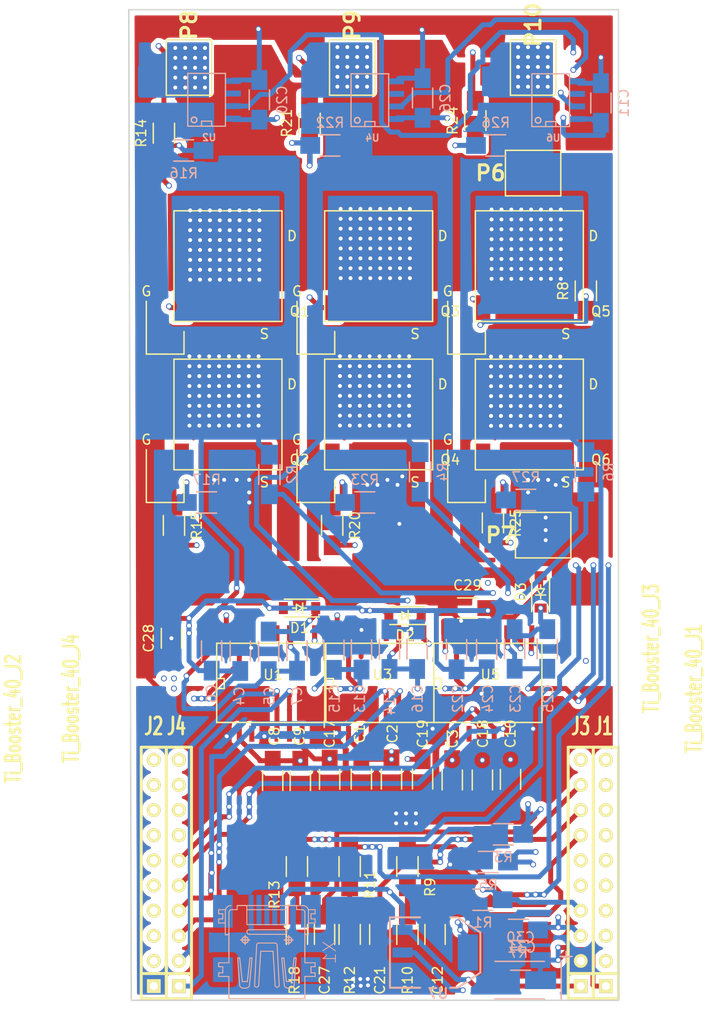
<source format=kicad_pcb>
(kicad_pcb (version 4) (host pcbnew 4.0.0-stable)
  (layers (0 F.Cu signal) (1 In1.Cu power) (2 In2.Cu power) (31 B.Cu signal) (34 B.Paste user hide) (35 F.Paste user) (36 B.SilkS user) (37 F.SilkS user) (38 B.Mask user) (39 F.Mask user) (44 Edge.Cuts user))
  (net 0 "")
  (net 1 GND)
  (net 2 +5V)
  (net 3 V_SUPPLY)
  (net 4 "Net-(Q1-PadG)")
  (net 5 "Net-(Q2-PadG)")
  (net 6 "Net-(Q3-PadG)")
  (net 7 "Net-(Q4-PadG)")
  (net 8 "Net-(Q5-PadG)")
  (net 9 "Net-(Q6-PadG)")
  (net 10 "/Power MOSFETS/H1_VS")
  (net 11 "/Power MOSFETS/CurrentA")
  (net 12 "/Power MOSFETS/H2_VS")
  (net 13 "/Power MOSFETS/CurrentB")
  (net 14 "/Power MOSFETS/H3_VS")
  (net 15 "/Power MOSFETS/CurrentC")
  (net 16 "/Power MOSFETS/M_H1")
  (net 17 "/Power MOSFETS/M_L1")
  (net 18 "/Power MOSFETS/M_H2")
  (net 19 "/Power MOSFETS/M_L2")
  (net 20 "/Power MOSFETS/M_H3")
  (net 21 "/Power MOSFETS/M_L3")
  (net 22 "/Power MOSFETS/PHASE_1")
  (net 23 "/Power MOSFETS/PHASE_2")
  (net 24 "/Power MOSFETS/PHASE_3")
  (net 25 "Net-(R9-Pad1)")
  (net 26 "Net-(R11-Pad1)")
  (net 27 "Net-(R13-Pad1)")
  (net 28 "Net-(R14-Pad2)")
  (net 29 "Net-(R15-Pad2)")
  (net 30 "Net-(R20-Pad2)")
  (net 31 "Net-(R21-Pad2)")
  (net 32 "Net-(R24-Pad2)")
  (net 33 "Net-(R25-Pad2)")
  (net 34 "Net-(U1-Pad3)")
  (net 35 "Net-(U1-Pad12)")
  (net 36 "Net-(U1-Pad13)")
  (net 37 "Net-(U3-Pad3)")
  (net 38 "Net-(U3-Pad12)")
  (net 39 "Net-(U3-Pad13)")
  (net 40 "Net-(U5-Pad3)")
  (net 41 "Net-(U5-Pad12)")
  (net 42 "Net-(U5-Pad13)")
  (net 43 "Net-(U2-Pad6)")
  (net 44 "Net-(U4-Pad6)")
  (net 45 "Net-(U6-Pad6)")
  (net 46 "Net-(J1-Pad2)")
  (net 47 "Net-(J1-Pad3)")
  (net 48 "Net-(J1-Pad4)")
  (net 49 "Net-(J1-Pad5)")
  (net 50 "Net-(J1-Pad6)")
  (net 51 "Net-(J1-Pad7)")
  (net 52 "Net-(J1-Pad8)")
  (net 53 "Net-(J1-Pad9)")
  (net 54 "Net-(J1-Pad10)")
  (net 55 "Net-(J2-Pad2)")
  (net 56 "Net-(J2-Pad3)")
  (net 57 "Net-(J2-Pad4)")
  (net 58 "Net-(J2-Pad5)")
  (net 59 "Net-(J2-Pad6)")
  (net 60 "Net-(J2-Pad7)")
  (net 61 "Net-(J2-Pad8)")
  (net 62 "Net-(J2-Pad9)")
  (net 63 "Net-(J2-Pad10)")
  (net 64 "Net-(J3-Pad3)")
  (net 65 "Net-(J3-Pad4)")
  (net 66 "Net-(J3-Pad5)")
  (net 67 "Net-(J3-Pad6)")
  (net 68 "Net-(J3-Pad10)")
  (net 69 "Net-(J4-Pad7)")
  (net 70 "Net-(J4-Pad8)")
  (net 71 "Net-(J4-Pad9)")
  (net 72 "Net-(J4-Pad10)")
  (net 73 +15V)
  (net 74 +3V3)
  (net 75 "Net-(X1-Pad2)")
  (net 76 "Net-(X1-Pad3)")
  (net 77 "Net-(X1-Pad4)")
  (net 78 "Net-(C5-Pad2)")
  (net 79 "Net-(C14-Pad2)")
  (net 80 "Net-(C23-Pad2)")
  (module Resistors_SMD:R_1206_HandSoldering (layer B.Cu) (at 240.062 65.786 180)
    (fp_text reference R26 (at 0 2.3 180) (layer B.SilkS) (effects (justify mirror)))
    (fp_text value 39k)
    (pad 1 smd rect (at -2 0 180) (size 2 1.7) (layers B.Cu B.Paste B.Mask) (net 14 "/Power MOSFETS/H3_VS"))
    (pad 2 smd rect (at 2 0 180) (size 2 1.7) (layers B.Cu B.Paste B.Mask) (net 8 "Net-(Q5-PadG)"))
  )
  (module CRF1:P-PG-HSOF-08 (layer F.Cu) (at 228.092 77.978)
    (fp_text reference Q3 (at 7.366 4.572) (layer F.SilkS))
    (fp_text value FDBL0630N150)
    (fp_text user D (at 6.604 -3.048) (layer F.SilkS))
    (fp_text user S (at 3.81 6.858) (layer F.SilkS))
    (fp_text user G (at -8.128 2.54) (layer F.SilkS))
    (pad S smd rect (at 0.889 4.191) (size 7.5 2.5) (layers F.Cu F.Paste F.Mask) (net 12 "/Power MOSFETS/H2_VS"))
    (pad G smd rect (at -4.572 4.191) (size 1.5 2.5) (layers F.Cu F.Paste F.Mask) (net 6 "Net-(Q3-PadG)"))
    (pad D smd rect (at 0 -2.286) (size 8.5 8) (layers F.Cu F.Paste F.Mask) (net 3 V_SUPPLY))
  )
  (module Capacitors_SMD:C_1206_HandSoldering (layer F.Cu) (at 226.467906 129.800636 90)
    (fp_text reference C1 (at 4.578636 -0.153906 90) (layer F.SilkS))
    (fp_text value 0.1uf)
    (pad 1 smd rect (at -2 0 90) (size 2 1.6) (layers F.Cu F.Paste F.Mask) (net 1 GND))
    (pad 2 smd rect (at 2 0 90) (size 2 1.6) (layers F.Cu F.Paste F.Mask) (net 2 +5V))
  )
  (module Capacitors_SMD:C_1206_HandSoldering (layer F.Cu) (at 229.515906 129.800636 90)
    (fp_text reference C2 (at 4.578636 0.100094 90) (layer F.SilkS))
    (fp_text value 10uf)
    (pad 1 smd rect (at -2 0 90) (size 2 1.6) (layers F.Cu F.Paste F.Mask) (net 1 GND))
    (pad 2 smd rect (at 2 0 90) (size 2 1.6) (layers F.Cu F.Paste F.Mask) (net 2 +5V))
  )
  (module Capacitors_SMD:C_1206_HandSoldering (layer F.Cu) (at 235.662331 129.886491 270)
    (fp_text reference C3 (at -4.156491 -0.049669 270) (layer F.SilkS))
    (fp_text value 0.1uf)
    (pad 1 smd rect (at -2 0 270) (size 2 1.6) (layers F.Cu F.Paste F.Mask) (net 2 +5V))
    (pad 2 smd rect (at 2 0 270) (size 2 1.6) (layers F.Cu F.Paste F.Mask) (net 1 GND))
  )
  (module Capacitors_SMD:C_1206_HandSoldering (layer B.Cu) (at 214.225444 116.875956 90)
    (fp_text reference C4 (at -4.536044 -0.103444 90) (layer B.SilkS) (effects (justify mirror)))
    (fp_text value 0.1uf)
    (pad 1 smd rect (at -2 0 90) (size 2 1.6) (layers B.Cu B.Paste B.Mask) (net 73 +15V))
    (pad 2 smd rect (at 2 0 90) (size 2 1.6) (layers B.Cu B.Paste B.Mask) (net 1 GND))
  )
  (module Capacitors_SMD:C_1206_HandSoldering (layer B.Cu) (at 217.09773 116.89427 90)
    (fp_text reference C5 (at -4.51773 0.07227 90) (layer B.SilkS) (effects (justify mirror)))
    (fp_text value 0.1uf)
    (pad 1 smd rect (at -2 0 90) (size 2 1.6) (layers B.Cu B.Paste B.Mask) (net 10 "/Power MOSFETS/H1_VS"))
    (pad 2 smd rect (at 2 0 90) (size 2 1.6) (layers B.Cu B.Paste B.Mask) (net 78 "Net-(C5-Pad2)"))
  )
  (module Capacitors_SMD:C_1206_HandSoldering (layer B.Cu) (at 211.328 116.84 90)
    (fp_text reference C6 (at -4.318 0 90) (layer B.SilkS) (effects (justify mirror)))
    (fp_text value 10uf)
    (pad 1 smd rect (at -2 0 90) (size 2 1.6) (layers B.Cu B.Paste B.Mask) (net 73 +15V))
    (pad 2 smd rect (at 2 0 90) (size 2 1.6) (layers B.Cu B.Paste B.Mask) (net 1 GND))
  )
  (module Capacitors_SMD:C_1206_HandSoldering (layer B.Cu) (at 219.964 116.84 90)
    (fp_text reference C7 (at -4.572 0 90) (layer B.SilkS) (effects (justify mirror)))
    (fp_text value 1uf)
    (pad 1 smd rect (at -2 0 90) (size 2 1.6) (layers B.Cu B.Paste B.Mask) (net 10 "/Power MOSFETS/H1_VS"))
    (pad 2 smd rect (at 2 0 90) (size 2 1.6) (layers B.Cu B.Paste B.Mask) (net 78 "Net-(C5-Pad2)"))
  )
  (module Capacitors_SMD:C_1206_HandSoldering (layer F.Cu) (at 217.504518 129.94432 90)
    (fp_text reference C8 (at 4.46832 0.173482 90) (layer F.SilkS))
    (fp_text value 0.1uf)
    (pad 1 smd rect (at -2 0 90) (size 2 1.6) (layers F.Cu F.Paste F.Mask) (net 1 GND))
    (pad 2 smd rect (at 2 0 90) (size 2 1.6) (layers F.Cu F.Paste F.Mask) (net 2 +5V))
  )
  (module Capacitors_SMD:C_1206_HandSoldering (layer F.Cu) (at 220.298518 129.94432 90)
    (fp_text reference C9 (at 4.46832 -0.080518 90) (layer F.SilkS))
    (fp_text value 10uf)
    (pad 1 smd rect (at -2 0 90) (size 2 1.6) (layers F.Cu F.Paste F.Mask) (net 1 GND))
    (pad 2 smd rect (at 2 0 90) (size 2 1.6) (layers F.Cu F.Paste F.Mask) (net 2 +5V))
  )
  (module Capacitors_SMD:C_1206_HandSoldering (layer F.Cu) (at 241.554 129.826 270)
    (fp_text reference C10 (at -4.604 0 270) (layer F.SilkS))
    (fp_text value 0.1uf)
    (pad 1 smd rect (at -2 0 270) (size 2 1.6) (layers F.Cu F.Paste F.Mask) (net 2 +5V))
    (pad 2 smd rect (at 2 0 270) (size 2 1.6) (layers F.Cu F.Paste F.Mask) (net 1 GND))
  )
  (module Capacitors_SMD:C_1206_HandSoldering (layer B.Cu) (at 250.698 61.5 90)
    (fp_text reference C11 (at 0 2.3 90) (layer B.SilkS) (effects (justify mirror)))
    (fp_text value 0.1uf)
    (pad 1 smd rect (at -2 0 90) (size 2 1.6) (layers B.Cu B.Paste B.Mask) (net 2 +5V))
    (pad 2 smd rect (at 2 0 90) (size 2 1.6) (layers B.Cu B.Paste B.Mask) (net 1 GND))
  )
  (module Capacitors_SMD:C_1206_HandSoldering (layer F.Cu) (at 233.923394 145.488666 270)
    (fp_text reference C12 (at 4.625334 -0.264606 270) (layer F.SilkS))
    (fp_text value 0.1uf)
    (pad 1 smd rect (at -2 0 270) (size 2 1.6) (layers F.Cu F.Paste F.Mask) (net 11 "/Power MOSFETS/CurrentA"))
    (pad 2 smd rect (at 2 0 270) (size 2 1.6) (layers F.Cu F.Paste F.Mask) (net 1 GND))
  )
  (module Capacitors_SMD:C_1206_HandSoldering (layer B.Cu) (at 226.484936 116.72916 90)
    (fp_text reference C13 (at -4.93684 -0.170936 90) (layer B.SilkS) (effects (justify mirror)))
    (fp_text value 0.1uf)
    (pad 1 smd rect (at -2 0 90) (size 2 1.6) (layers B.Cu B.Paste B.Mask) (net 73 +15V))
    (pad 2 smd rect (at 2 0 90) (size 2 1.6) (layers B.Cu B.Paste B.Mask) (net 1 GND))
  )
  (module Capacitors_SMD:C_1206_HandSoldering (layer B.Cu) (at 229.313777 116.674879 90)
    (fp_text reference C14 (at -5.245121 0.048223 90) (layer B.SilkS) (effects (justify mirror)))
    (fp_text value 0.1uf)
    (pad 1 smd rect (at -2 0 90) (size 2 1.6) (layers B.Cu B.Paste B.Mask) (net 12 "/Power MOSFETS/H2_VS"))
    (pad 2 smd rect (at 2 0 90) (size 2 1.6) (layers B.Cu B.Paste B.Mask) (net 79 "Net-(C14-Pad2)"))
  )
  (module Capacitors_SMD:C_1206_HandSoldering (layer B.Cu) (at 223.690936 116.76116 90)
    (fp_text reference C15 (at -4.90484 0.083064 90) (layer B.SilkS) (effects (justify mirror)))
    (fp_text value 10uf)
    (pad 1 smd rect (at -2 0 90) (size 2 1.6) (layers B.Cu B.Paste B.Mask) (net 73 +15V))
    (pad 2 smd rect (at 2 0 90) (size 2 1.6) (layers B.Cu B.Paste B.Mask) (net 1 GND))
  )
  (module Capacitors_SMD:C_1206_HandSoldering (layer B.Cu) (at 232.107777 116.674879 90)
    (fp_text reference C16 (at -4.991121 0.048223 90) (layer B.SilkS) (effects (justify mirror)))
    (fp_text value 1uf)
    (pad 1 smd rect (at -2 0 90) (size 2 1.6) (layers B.Cu B.Paste B.Mask) (net 12 "/Power MOSFETS/H2_VS"))
    (pad 2 smd rect (at 2 0 90) (size 2 1.6) (layers B.Cu B.Paste B.Mask) (net 79 "Net-(C14-Pad2)"))
  )
  (module Capacitors_SMD:C_1206_HandSoldering (layer F.Cu) (at 223.266 129.826 90)
    (fp_text reference C17 (at 4.604 0 90) (layer F.SilkS))
    (fp_text value 0.1uf)
    (pad 1 smd rect (at -2 0 90) (size 2 1.6) (layers F.Cu F.Paste F.Mask) (net 1 GND))
    (pad 2 smd rect (at 2 0 90) (size 2 1.6) (layers F.Cu F.Paste F.Mask) (net 2 +5V))
  )
  (module Capacitors_SMD:C_1206_HandSoldering (layer F.Cu) (at 238.710331 129.886491 90)
    (fp_text reference C18 (at 4.664491 0.049669 90) (layer F.SilkS))
    (fp_text value 10uf)
    (pad 1 smd rect (at -2 0 90) (size 2 1.6) (layers F.Cu F.Paste F.Mask) (net 1 GND))
    (pad 2 smd rect (at 2 0 90) (size 2 1.6) (layers F.Cu F.Paste F.Mask) (net 2 +5V))
  )
  (module Capacitors_SMD:C_1206_HandSoldering (layer F.Cu) (at 232.664 129.794 270)
    (fp_text reference C19 (at -4.572 0 270) (layer F.SilkS))
    (fp_text value 0.1uf)
    (pad 1 smd rect (at -2 0 270) (size 2 1.6) (layers F.Cu F.Paste F.Mask) (net 2 +5V))
    (pad 2 smd rect (at 2 0 270) (size 2 1.6) (layers F.Cu F.Paste F.Mask) (net 1 GND))
  )
  (module Capacitors_SMD:C_1206_HandSoldering (layer B.Cu) (at 216.154 61.175273 90)
    (fp_text reference C20 (at 0 2.3 90) (layer B.SilkS) (effects (justify mirror)))
    (fp_text value 0.1uf)
    (pad 1 smd rect (at -2 0 90) (size 2 1.6) (layers B.Cu B.Paste B.Mask) (net 2 +5V))
    (pad 2 smd rect (at 2 0 90) (size 2 1.6) (layers B.Cu B.Paste B.Mask) (net 1 GND))
  )
  (module Capacitors_SMD:C_1206_HandSoldering (layer F.Cu) (at 228.335394 145.488666 270)
    (fp_text reference C21 (at 4.625334 -0.010606 270) (layer F.SilkS))
    (fp_text value 0.1uf)
    (pad 1 smd rect (at -2 0 270) (size 2 1.6) (layers F.Cu F.Paste F.Mask) (net 13 "/Power MOSFETS/CurrentB"))
    (pad 2 smd rect (at 2 0 270) (size 2 1.6) (layers F.Cu F.Paste F.Mask) (net 1 GND))
  )
  (module Capacitors_SMD:C_1206_HandSoldering (layer B.Cu) (at 236.095744 116.709504 90)
    (fp_text reference C22 (at -4.956496 0.124256 90) (layer B.SilkS) (effects (justify mirror)))
    (fp_text value 0.1uf)
    (pad 1 smd rect (at -2 0 90) (size 2 1.6) (layers B.Cu B.Paste B.Mask) (net 73 +15V))
    (pad 2 smd rect (at 2 0 90) (size 2 1.6) (layers B.Cu B.Paste B.Mask) (net 1 GND))
  )
  (module Capacitors_SMD:C_1206_HandSoldering (layer B.Cu) (at 241.968596 116.652032 90)
    (fp_text reference C23 (at -5.013968 0.093404 90) (layer B.SilkS) (effects (justify mirror)))
    (fp_text value 0.1uf)
    (pad 1 smd rect (at -2 0 90) (size 2 1.6) (layers B.Cu B.Paste B.Mask) (net 14 "/Power MOSFETS/H3_VS"))
    (pad 2 smd rect (at 2 0 90) (size 2 1.6) (layers B.Cu B.Paste B.Mask) (net 80 "Net-(C23-Pad2)"))
  )
  (module Capacitors_SMD:C_1206_HandSoldering (layer B.Cu) (at 239.143744 116.709504 90)
    (fp_text reference C24 (at -4.956496 0.124256 90) (layer B.SilkS) (effects (justify mirror)))
    (fp_text value 10uf)
    (pad 1 smd rect (at -2 0 90) (size 2 1.6) (layers B.Cu B.Paste B.Mask) (net 73 +15V))
    (pad 2 smd rect (at 2 0 90) (size 2 1.6) (layers B.Cu B.Paste B.Mask) (net 1 GND))
  )
  (module Capacitors_SMD:C_1206_HandSoldering (layer B.Cu) (at 245.270596 116.652032 90)
    (fp_text reference C25 (at -5.013968 0.093404 90) (layer B.SilkS) (effects (justify mirror)))
    (fp_text value 1uf)
    (pad 1 smd rect (at -2 0 90) (size 2 1.6) (layers B.Cu B.Paste B.Mask) (net 14 "/Power MOSFETS/H3_VS"))
    (pad 2 smd rect (at 2 0 90) (size 2 1.6) (layers B.Cu B.Paste B.Mask) (net 80 "Net-(C23-Pad2)"))
  )
  (module Capacitors_SMD:C_1206_HandSoldering (layer B.Cu) (at 232.664 60.992 90)
    (fp_text reference C26 (at 0 2.3 90) (layer B.SilkS) (effects (justify mirror)))
    (fp_text value 0.1uf)
    (pad 1 smd rect (at -2 0 90) (size 2 1.6) (layers B.Cu B.Paste B.Mask) (net 2 +5V))
    (pad 2 smd rect (at 2 0 90) (size 2 1.6) (layers B.Cu B.Paste B.Mask) (net 1 GND))
  )
  (module Capacitors_SMD:C_1206_HandSoldering (layer F.Cu) (at 222.747394 145.488666 270)
    (fp_text reference C27 (at 4.625334 -0.010606 270) (layer F.SilkS))
    (fp_text value 0.1uf)
    (pad 1 smd rect (at -2 0 270) (size 2 1.6) (layers F.Cu F.Paste F.Mask) (net 15 "/Power MOSFETS/CurrentC"))
    (pad 2 smd rect (at 2 0 270) (size 2 1.6) (layers F.Cu F.Paste F.Mask) (net 1 GND))
  )
  (module Diodes_SMD:SOD-123 (layer F.Cu) (at 220.218 112.522 180)
    (fp_text reference D1 (at 0 -2 180) (layer F.SilkS))
    (fp_text value DFLS1150-7)
    (pad 1 smd rect (at -1.635 0 180) (size 0.91 1.22) (layers F.Cu F.Paste F.Mask) (net 78 "Net-(C5-Pad2)"))
    (pad 2 smd rect (at 1.635 0 180) (size 0.91 1.22) (layers F.Cu F.Paste F.Mask) (net 73 +15V))
  )
  (module CRF1:1PAD_4x5mm (layer F.Cu) (at 243.84 68.58 90)
    (fp_text reference P6 (at 0 -4.3 360) (layer F.SilkS) (effects (font (thickness 0.3048))))
    (fp_text value IN+ hide)
    (pad 1 smd rect (at 0 0 90) (size 4 5) (layers F.Cu F.Paste F.Mask) (net 3 V_SUPPLY))
  )
  (module CRF1:1PAD_4x5mm (layer F.Cu) (at 244.856 105.156 90)
    (fp_text reference P7 (at 0 -4.3 360) (layer F.SilkS) (effects (font (thickness 0.3048))))
    (fp_text value IN- hide)
    (pad 1 smd rect (at 0 0 90) (size 4 5) (layers F.Cu F.Paste F.Mask) (net 1 GND))
  )
  (module CRF1:1PAD_4x5mm (layer F.Cu) (at 209.042 57.912)
    (fp_text reference P8 (at 0 -4.3 270) (layer F.SilkS) (effects (font (thickness 0.3048))))
    (fp_text value MOTOR3 hide)
    (pad 1 smd rect (at 0 0) (size 4 5) (layers F.Cu F.Paste F.Mask) (net 22 "/Power MOSFETS/PHASE_1"))
  )
  (module CRF1:1PAD_4x5mm (layer F.Cu) (at 225.552 57.912)
    (fp_text reference P9 (at 0 -4.3 270) (layer F.SilkS) (effects (font (thickness 0.3048))))
    (fp_text value MOTOR2 hide)
    (pad 1 smd rect (at 0 0) (size 4 5) (layers F.Cu F.Paste F.Mask) (net 23 "/Power MOSFETS/PHASE_2"))
  )
  (module CRF1:1PAD_4x5mm (layer F.Cu) (at 243.84 57.912)
    (fp_text reference P10 (at 0 -4.3 270) (layer F.SilkS) (effects (font (thickness 0.3048))))
    (fp_text value MOTOR1 hide)
    (pad 1 smd rect (at 0 0) (size 4 5) (layers F.Cu F.Paste F.Mask) (net 24 "/Power MOSFETS/PHASE_3"))
  )
  (module Resistors_SMD:R_1206_HandSoldering (layer B.Cu) (at 238.76 141.986)
    (fp_text reference R1 (at 0 2.3) (layer B.SilkS) (effects (justify mirror)))
    (fp_text value 1.3K)
    (pad 1 smd rect (at -2 0) (size 2 1.7) (layers B.Cu B.Paste B.Mask) (net 1 GND))
    (pad 2 smd rect (at 2 0) (size 2 1.7) (layers B.Cu B.Paste B.Mask) (net 65 "Net-(J3-Pad4)"))
  )
  (module Resistors_SMD:R_1206_HandSoldering (layer B.Cu) (at 217.17 99.028 90)
    (fp_text reference R2 (at 0 2.3 90) (layer B.SilkS) (effects (justify mirror)))
    (fp_text value 39K)
    (pad 1 smd rect (at -2 0 90) (size 2 1.7) (layers B.Cu B.Paste B.Mask) (net 65 "Net-(J3-Pad4)"))
    (pad 2 smd rect (at 2 0 90) (size 2 1.7) (layers B.Cu B.Paste B.Mask) (net 10 "/Power MOSFETS/H1_VS"))
  )
  (module Resistors_SMD:R_1206_HandSoldering (layer B.Cu) (at 240.824 135.382)
    (fp_text reference R3 (at 0 2.3) (layer B.SilkS) (effects (justify mirror)))
    (fp_text value 1.3K)
    (pad 1 smd rect (at -2 0) (size 2 1.7) (layers B.Cu B.Paste B.Mask) (net 1 GND))
    (pad 2 smd rect (at 2 0) (size 2 1.7) (layers B.Cu B.Paste B.Mask) (net 66 "Net-(J3-Pad5)"))
  )
  (module Resistors_SMD:R_1206_HandSoldering (layer B.Cu) (at 232.41 98.774 90)
    (fp_text reference R4 (at 0 2.3 90) (layer B.SilkS) (effects (justify mirror)))
    (fp_text value 39K)
    (pad 1 smd rect (at -2 0 90) (size 2 1.7) (layers B.Cu B.Paste B.Mask) (net 66 "Net-(J3-Pad5)"))
    (pad 2 smd rect (at 2 0 90) (size 2 1.7) (layers B.Cu B.Paste B.Mask) (net 12 "/Power MOSFETS/H2_VS"))
  )
  (module Resistors_SMD:R_1206_HandSoldering (layer B.Cu) (at 239.3 138.176)
    (fp_text reference R5 (at 0 2.3) (layer B.SilkS) (effects (justify mirror)))
    (fp_text value 1.3K)
    (pad 1 smd rect (at -2 0) (size 2 1.7) (layers B.Cu B.Paste B.Mask) (net 1 GND))
    (pad 2 smd rect (at 2 0) (size 2 1.7) (layers B.Cu B.Paste B.Mask) (net 67 "Net-(J3-Pad6)"))
  )
  (module Resistors_SMD:R_1206_HandSoldering (layer B.Cu) (at 249.174 98.774 90)
    (fp_text reference R6 (at 0 2.3 90) (layer B.SilkS) (effects (justify mirror)))
    (fp_text value 39K)
    (pad 1 smd rect (at -2 0 90) (size 2 1.7) (layers B.Cu B.Paste B.Mask) (net 67 "Net-(J3-Pad6)"))
    (pad 2 smd rect (at 2 0 90) (size 2 1.7) (layers B.Cu B.Paste B.Mask) (net 14 "/Power MOSFETS/H3_VS"))
  )
  (module Resistors_SMD:R_1206_HandSoldering (layer B.Cu) (at 242.348 145.034)
    (fp_text reference R7 (at 0 2.3) (layer B.SilkS) (effects (justify mirror)))
    (fp_text value 1.3K)
    (pad 1 smd rect (at -2 0) (size 2 1.7) (layers B.Cu B.Paste B.Mask) (net 1 GND))
    (pad 2 smd rect (at 2 0) (size 2 1.7) (layers B.Cu B.Paste B.Mask) (net 64 "Net-(J3-Pad3)"))
  )
  (module Resistors_SMD:R_1206_HandSoldering (layer F.Cu) (at 249.174 80.486 90)
    (fp_text reference R8 (at 0 -2.3 90) (layer F.SilkS))
    (fp_text value 39K)
    (pad 1 smd rect (at -2 0 90) (size 2 1.7) (layers F.Cu F.Paste F.Mask) (net 64 "Net-(J3-Pad3)"))
    (pad 2 smd rect (at 2 0 90) (size 2 1.7) (layers F.Cu F.Paste F.Mask) (net 3 V_SUPPLY))
  )
  (module Resistors_SMD:R_1206_HandSoldering (layer F.Cu) (at 231.129394 138.630666 270)
    (fp_text reference R9 (at 2.085334 -2.296606 270) (layer F.SilkS))
    (fp_text value 39R)
    (pad 1 smd rect (at -2 0 270) (size 2 1.7) (layers F.Cu F.Paste F.Mask) (net 25 "Net-(R9-Pad1)"))
    (pad 2 smd rect (at 2 0 270) (size 2 1.7) (layers F.Cu F.Paste F.Mask) (net 11 "/Power MOSFETS/CurrentA"))
  )
  (module Resistors_SMD:R_1206_HandSoldering (layer F.Cu) (at 231.129394 145.488666 270)
    (fp_text reference R10 (at 4.625334 -0.010606 270) (layer F.SilkS))
    (fp_text value 20R)
    (pad 1 smd rect (at -2 0 270) (size 2 1.7) (layers F.Cu F.Paste F.Mask) (net 11 "/Power MOSFETS/CurrentA"))
    (pad 2 smd rect (at 2 0 270) (size 2 1.7) (layers F.Cu F.Paste F.Mask) (net 1 GND))
  )
  (module Resistors_SMD:R_1206_HandSoldering (layer F.Cu) (at 225.287394 138.630666 270)
    (fp_text reference R11 (at 1.831334 -2.042606 270) (layer F.SilkS))
    (fp_text value 39R)
    (pad 1 smd rect (at -2 0 270) (size 2 1.7) (layers F.Cu F.Paste F.Mask) (net 26 "Net-(R11-Pad1)"))
    (pad 2 smd rect (at 2 0 270) (size 2 1.7) (layers F.Cu F.Paste F.Mask) (net 13 "/Power MOSFETS/CurrentB"))
  )
  (module Resistors_SMD:R_1206_HandSoldering (layer F.Cu) (at 225.287394 145.488666 270)
    (fp_text reference R12 (at 4.625334 -0.010606 270) (layer F.SilkS))
    (fp_text value 20R)
    (pad 1 smd rect (at -2 0 270) (size 2 1.7) (layers F.Cu F.Paste F.Mask) (net 13 "/Power MOSFETS/CurrentB"))
    (pad 2 smd rect (at 2 0 270) (size 2 1.7) (layers F.Cu F.Paste F.Mask) (net 1 GND))
  )
  (module Resistors_SMD:R_1206_HandSoldering (layer F.Cu) (at 219.953394 138.630666 270)
    (fp_text reference R13 (at 2.847334 2.275394 270) (layer F.SilkS))
    (fp_text value 39R)
    (pad 1 smd rect (at -2 0 270) (size 2 1.7) (layers F.Cu F.Paste F.Mask) (net 27 "Net-(R13-Pad1)"))
    (pad 2 smd rect (at 2 0 270) (size 2 1.7) (layers F.Cu F.Paste F.Mask) (net 15 "/Power MOSFETS/CurrentC"))
  )
  (module Resistors_SMD:R_1206_HandSoldering (layer F.Cu) (at 206.502 64.548 90)
    (fp_text reference R14 (at 0 -2.3 90) (layer F.SilkS))
    (fp_text value 100R)
    (pad 1 smd rect (at -2 0 90) (size 2 1.7) (layers F.Cu F.Paste F.Mask) (net 4 "Net-(Q1-PadG)"))
    (pad 2 smd rect (at 2 0 90) (size 2 1.7) (layers F.Cu F.Paste F.Mask) (net 28 "Net-(R14-Pad2)"))
  )
  (module Resistors_SMD:R_1206_HandSoldering (layer F.Cu) (at 207.518 104.172 270)
    (fp_text reference R15 (at 0 -2.3 270) (layer F.SilkS))
    (fp_text value 100R)
    (pad 1 smd rect (at -2 0 270) (size 2 1.7) (layers F.Cu F.Paste F.Mask) (net 5 "Net-(Q2-PadG)"))
    (pad 2 smd rect (at 2 0 270) (size 2 1.7) (layers F.Cu F.Paste F.Mask) (net 29 "Net-(R15-Pad2)"))
  )
  (module Resistors_SMD:R_1206_HandSoldering (layer B.Cu) (at 208.502 66.294)
    (fp_text reference R16 (at 0 2.3) (layer B.SilkS) (effects (justify mirror)))
    (fp_text value 39k)
    (pad 1 smd rect (at -2 0) (size 2 1.7) (layers B.Cu B.Paste B.Mask) (net 10 "/Power MOSFETS/H1_VS"))
    (pad 2 smd rect (at 2 0) (size 2 1.7) (layers B.Cu B.Paste B.Mask) (net 4 "Net-(Q1-PadG)"))
  )
  (module Resistors_SMD:R_1206_HandSoldering (layer B.Cu) (at 210.82 101.854 180)
    (fp_text reference R17 (at 0 2.3 180) (layer B.SilkS) (effects (justify mirror)))
    (fp_text value 39k)
    (pad 1 smd rect (at -2 0 180) (size 2 1.7) (layers B.Cu B.Paste B.Mask) (net 1 GND))
    (pad 2 smd rect (at 2 0 180) (size 2 1.7) (layers B.Cu B.Paste B.Mask) (net 5 "Net-(Q2-PadG)"))
  )
  (module Resistors_SMD:R_1206_HandSoldering (layer F.Cu) (at 219.953394 145.488666 270)
    (fp_text reference R18 (at 4.625334 0.243394 270) (layer F.SilkS))
    (fp_text value 20R)
    (pad 1 smd rect (at -2 0 270) (size 2 1.7) (layers F.Cu F.Paste F.Mask) (net 15 "/Power MOSFETS/CurrentC"))
    (pad 2 smd rect (at 2 0 270) (size 2 1.7) (layers F.Cu F.Paste F.Mask) (net 1 GND))
  )
  (module Resistors_SMD:R_1206_HandSoldering (layer F.Cu) (at 223.52 104.172 270)
    (fp_text reference R20 (at 0 -2.3 270) (layer F.SilkS))
    (fp_text value 100R)
    (pad 1 smd rect (at -2 0 270) (size 2 1.7) (layers F.Cu F.Paste F.Mask) (net 7 "Net-(Q4-PadG)"))
    (pad 2 smd rect (at 2 0 270) (size 2 1.7) (layers F.Cu F.Paste F.Mask) (net 30 "Net-(R20-Pad2)"))
  )
  (module Resistors_SMD:R_1206_HandSoldering (layer F.Cu) (at 221.234 63.532 90)
    (fp_text reference R21 (at 0 -2.3 90) (layer F.SilkS))
    (fp_text value 100R)
    (pad 1 smd rect (at -2 0 90) (size 2 1.7) (layers F.Cu F.Paste F.Mask) (net 6 "Net-(Q3-PadG)"))
    (pad 2 smd rect (at 2 0 90) (size 2 1.7) (layers F.Cu F.Paste F.Mask) (net 31 "Net-(R21-Pad2)"))
  )
  (module Resistors_SMD:R_1206_HandSoldering (layer B.Cu) (at 223.298 65.786 180)
    (fp_text reference R22 (at 0 2.3 180) (layer B.SilkS) (effects (justify mirror)))
    (fp_text value 39k)
    (pad 1 smd rect (at -2 0 180) (size 2 1.7) (layers B.Cu B.Paste B.Mask) (net 12 "/Power MOSFETS/H2_VS"))
    (pad 2 smd rect (at 2 0 180) (size 2 1.7) (layers B.Cu B.Paste B.Mask) (net 6 "Net-(Q3-PadG)"))
  )
  (module Resistors_SMD:R_1206_HandSoldering (layer B.Cu) (at 226.822 101.854 180)
    (fp_text reference R23 (at 0 2.3 180) (layer B.SilkS) (effects (justify mirror)))
    (fp_text value 39k)
    (pad 1 smd rect (at -2 0 180) (size 2 1.7) (layers B.Cu B.Paste B.Mask) (net 1 GND))
    (pad 2 smd rect (at 2 0 180) (size 2 1.7) (layers B.Cu B.Paste B.Mask) (net 7 "Net-(Q4-PadG)"))
  )
  (module Resistors_SMD:R_1206_HandSoldering (layer F.Cu) (at 237.998 63.278 90)
    (fp_text reference R24 (at 0 -2.3 90) (layer F.SilkS))
    (fp_text value 100R)
    (pad 1 smd rect (at -2 0 90) (size 2 1.7) (layers F.Cu F.Paste F.Mask) (net 8 "Net-(Q5-PadG)"))
    (pad 2 smd rect (at 2 0 90) (size 2 1.7) (layers F.Cu F.Paste F.Mask) (net 32 "Net-(R24-Pad2)"))
  )
  (module Resistors_SMD:R_1206_HandSoldering (layer F.Cu) (at 239.776 103.918 270)
    (fp_text reference R25 (at 0 -2.3 270) (layer F.SilkS))
    (fp_text value 100R)
    (pad 1 smd rect (at -2 0 270) (size 2 1.7) (layers F.Cu F.Paste F.Mask) (net 9 "Net-(Q6-PadG)"))
    (pad 2 smd rect (at 2 0 270) (size 2 1.7) (layers F.Cu F.Paste F.Mask) (net 33 "Net-(R25-Pad2)"))
  )
  (module Resistors_SMD:R_1206_HandSoldering (layer B.Cu) (at 243.11 101.6 180)
    (fp_text reference R27 (at 0 2.3 180) (layer B.SilkS) (effects (justify mirror)))
    (fp_text value 39k)
    (pad 1 smd rect (at -2 0 180) (size 2 1.7) (layers B.Cu B.Paste B.Mask) (net 1 GND))
    (pad 2 smd rect (at 2 0 180) (size 2 1.7) (layers B.Cu B.Paste B.Mask) (net 9 "Net-(Q6-PadG)"))
  )
  (module CRF1:SIL-10J1 (layer F.Cu) (at 251.19841 139.278752 90)
    (fp_text reference J1 (at 14.818752 -0.24641 180) (layer F.SilkS) (effects (font (size 1.72974 1.08712) (thickness 0.27178))))
    (fp_text value Ti_Booster_40_J1 (at 18.628752 8.89759 90) (layer F.SilkS) (effects (font (size 1.524 1.016) (thickness 0.254))))
    (pad 1 thru_hole rect (at -11.43 0 90) (size 1.397 1.397) (drill 0.8128) (layers *.Cu *.Mask F.SilkS) (net 74 +3V3))
    (pad 2 thru_hole circle (at -8.89 0 90) (size 1.397 1.397) (drill 0.8128) (layers *.Cu *.Mask F.SilkS) (net 46 "Net-(J1-Pad2)"))
    (pad 3 thru_hole circle (at -6.35 0 90) (size 1.397 1.397) (drill 0.8128) (layers *.Cu *.Mask F.SilkS) (net 47 "Net-(J1-Pad3)"))
    (pad 4 thru_hole circle (at -3.81 0 90) (size 1.397 1.397) (drill 0.8128) (layers *.Cu *.Mask F.SilkS) (net 48 "Net-(J1-Pad4)"))
    (pad 5 thru_hole circle (at -1.27 0 90) (size 1.397 1.397) (drill 0.8128) (layers *.Cu *.Mask F.SilkS) (net 49 "Net-(J1-Pad5)"))
    (pad 6 thru_hole circle (at 1.27 0 90) (size 1.397 1.397) (drill 0.8128) (layers *.Cu *.Mask F.SilkS) (net 50 "Net-(J1-Pad6)"))
    (pad 7 thru_hole circle (at 3.81 0 90) (size 1.397 1.397) (drill 0.8128) (layers *.Cu *.Mask F.SilkS) (net 51 "Net-(J1-Pad7)"))
    (pad 8 thru_hole circle (at 6.35 0 90) (size 1.397 1.397) (drill 0.8128) (layers *.Cu *.Mask F.SilkS) (net 52 "Net-(J1-Pad8)"))
    (pad 9 thru_hole circle (at 8.89 0 90) (size 1.397 1.397) (drill 0.8128) (layers *.Cu *.Mask F.SilkS) (net 53 "Net-(J1-Pad9)"))
    (pad 10 thru_hole circle (at 11.43 0 90) (size 1.397 1.397) (drill 0.8128) (layers *.Cu *.Mask F.SilkS) (net 54 "Net-(J1-Pad10)"))
  )
  (module CRF1:SIL-10J2 (layer F.Cu) (at 205.47841 139.278752 90)
    (fp_text reference J2 (at 14.818752 0 180) (layer F.SilkS) (effects (font (size 1.72974 1.08712) (thickness 0.27178))))
    (fp_text value Ti_Booster_40_J2 (at 15.580752 -14.21641 90) (layer F.SilkS) (effects (font (size 1.524 1.016) (thickness 0.254))))
    (pad 1 thru_hole rect (at -11.43 0 90) (size 1.397 1.397) (drill 0.8128) (layers *.Cu *.Mask F.SilkS) (net 1 GND))
    (pad 2 thru_hole circle (at -8.89 0 90) (size 1.397 1.397) (drill 0.8128) (layers *.Cu *.Mask F.SilkS) (net 55 "Net-(J2-Pad2)"))
    (pad 3 thru_hole circle (at -6.35 0 90) (size 1.397 1.397) (drill 0.8128) (layers *.Cu *.Mask F.SilkS) (net 56 "Net-(J2-Pad3)"))
    (pad 4 thru_hole circle (at -3.81 0 90) (size 1.397 1.397) (drill 0.8128) (layers *.Cu *.Mask F.SilkS) (net 57 "Net-(J2-Pad4)"))
    (pad 5 thru_hole circle (at -1.27 0 90) (size 1.397 1.397) (drill 0.8128) (layers *.Cu *.Mask F.SilkS) (net 58 "Net-(J2-Pad5)"))
    (pad 6 thru_hole circle (at 1.27 0 90) (size 1.397 1.397) (drill 0.8128) (layers *.Cu *.Mask F.SilkS) (net 59 "Net-(J2-Pad6)"))
    (pad 7 thru_hole circle (at 3.81 0 90) (size 1.397 1.397) (drill 0.8128) (layers *.Cu *.Mask F.SilkS) (net 60 "Net-(J2-Pad7)"))
    (pad 8 thru_hole circle (at 6.35 0 90) (size 1.397 1.397) (drill 0.8128) (layers *.Cu *.Mask F.SilkS) (net 61 "Net-(J2-Pad8)"))
    (pad 9 thru_hole circle (at 8.89 0 90) (size 1.397 1.397) (drill 0.8128) (layers *.Cu *.Mask F.SilkS) (net 62 "Net-(J2-Pad9)"))
    (pad 10 thru_hole circle (at 11.43 0 90) (size 1.397 1.397) (drill 0.8128) (layers *.Cu *.Mask F.SilkS) (net 63 "Net-(J2-Pad10)"))
  )
  (module CRF1:SIL-10J3 (layer F.Cu) (at 248.65841 139.278752 90)
    (fp_text reference J3 (at 14.818752 0 180) (layer F.SilkS) (effects (font (size 1.72974 1.08712) (thickness 0.3048))))
    (fp_text value Ti_Booster_40_J3 (at 22.692752 7.11959 90) (layer F.SilkS) (effects (font (size 1.524 1.016) (thickness 0.3048))))
    (pad 1 thru_hole rect (at -11.43 0 90) (size 1.397 1.397) (drill 0.8128) (layers *.Cu *.Mask F.SilkS) (net 2 +5V))
    (pad 2 thru_hole circle (at -8.89 0 90) (size 1.397 1.397) (drill 0.8128) (layers *.Cu *.Mask F.SilkS) (net 1 GND))
    (pad 3 thru_hole circle (at -6.35 0 90) (size 1.397 1.397) (drill 0.8128) (layers *.Cu *.Mask F.SilkS) (net 64 "Net-(J3-Pad3)"))
    (pad 4 thru_hole circle (at -3.81 0 90) (size 1.397 1.397) (drill 0.8128) (layers *.Cu *.Mask F.SilkS) (net 65 "Net-(J3-Pad4)"))
    (pad 5 thru_hole circle (at -1.27 0 90) (size 1.397 1.397) (drill 0.8128) (layers *.Cu *.Mask F.SilkS) (net 66 "Net-(J3-Pad5)"))
    (pad 6 thru_hole circle (at 1.27 0 90) (size 1.397 1.397) (drill 0.8128) (layers *.Cu *.Mask F.SilkS) (net 67 "Net-(J3-Pad6)"))
    (pad 7 thru_hole circle (at 3.81 0 90) (size 1.397 1.397) (drill 0.8128) (layers *.Cu *.Mask F.SilkS) (net 11 "/Power MOSFETS/CurrentA"))
    (pad 8 thru_hole circle (at 6.35 0 90) (size 1.397 1.397) (drill 0.8128) (layers *.Cu *.Mask F.SilkS) (net 13 "/Power MOSFETS/CurrentB"))
    (pad 9 thru_hole circle (at 8.89 0 90) (size 1.397 1.397) (drill 0.8128) (layers *.Cu *.Mask F.SilkS) (net 15 "/Power MOSFETS/CurrentC"))
    (pad 10 thru_hole circle (at 11.43 0 90) (size 1.397 1.397) (drill 0.8128) (layers *.Cu *.Mask F.SilkS) (net 68 "Net-(J3-Pad10)"))
  )
  (module CRF1:SIL-10J4 (layer F.Cu) (at 208.01841 139.278752 90)
    (fp_text reference J4 (at 14.818752 -0.24641 180) (layer F.SilkS) (effects (font (size 1.72974 1.08712) (thickness 0.27178))))
    (fp_text value Ti_Booster_40_J4 (at 17.612752 -10.91441 90) (layer F.SilkS) (effects (font (size 1.524 1.016) (thickness 0.254))))
    (pad 1 thru_hole rect (at -11.43 0 90) (size 1.397 1.397) (drill 0.8128) (layers *.Cu *.Mask F.SilkS) (net 16 "/Power MOSFETS/M_H1"))
    (pad 2 thru_hole circle (at -8.89 0 90) (size 1.397 1.397) (drill 0.8128) (layers *.Cu *.Mask F.SilkS) (net 17 "/Power MOSFETS/M_L1"))
    (pad 3 thru_hole circle (at -6.35 0 90) (size 1.397 1.397) (drill 0.8128) (layers *.Cu *.Mask F.SilkS) (net 18 "/Power MOSFETS/M_H2"))
    (pad 4 thru_hole circle (at -3.81 0 90) (size 1.397 1.397) (drill 0.8128) (layers *.Cu *.Mask F.SilkS) (net 19 "/Power MOSFETS/M_L2"))
    (pad 5 thru_hole circle (at -1.27 0 90) (size 1.397 1.397) (drill 0.8128) (layers *.Cu *.Mask F.SilkS) (net 20 "/Power MOSFETS/M_H3"))
    (pad 6 thru_hole circle (at 1.27 0 90) (size 1.397 1.397) (drill 0.8128) (layers *.Cu *.Mask F.SilkS) (net 21 "/Power MOSFETS/M_L3"))
    (pad 7 thru_hole circle (at 3.81 0 90) (size 1.397 1.397) (drill 0.8128) (layers *.Cu *.Mask F.SilkS) (net 69 "Net-(J4-Pad7)"))
    (pad 8 thru_hole circle (at 6.35 0 90) (size 1.397 1.397) (drill 0.8128) (layers *.Cu *.Mask F.SilkS) (net 70 "Net-(J4-Pad8)"))
    (pad 9 thru_hole circle (at 8.89 0 90) (size 1.397 1.397) (drill 0.8128) (layers *.Cu *.Mask F.SilkS) (net 71 "Net-(J4-Pad9)"))
    (pad 10 thru_hole circle (at 11.43 0 90) (size 1.397 1.397) (drill 0.8128) (layers *.Cu *.Mask F.SilkS) (net 72 "Net-(J4-Pad10)"))
  )
  (module Capacitors_SMD:C_1206_HandSoldering (layer F.Cu) (at 207.264 115.57 90)
    (fp_text reference C28 (at 0 -2.3 90) (layer F.SilkS))
    (fp_text value 10uf)
    (pad 1 smd rect (at -2 0 90) (size 2 1.6) (layers F.Cu F.Paste F.Mask) (net 1 GND))
    (pad 2 smd rect (at 2 0 90) (size 2 1.6) (layers F.Cu F.Paste F.Mask) (net 73 +15V))
  )
  (module Capacitors_SMD:C_1206_HandSoldering (layer F.Cu) (at 237.204 112.522)
    (fp_text reference C29 (at 0 -2.3) (layer F.SilkS))
    (fp_text value 10uf)
    (pad 1 smd rect (at -2 0) (size 2 1.6) (layers F.Cu F.Paste F.Mask) (net 1 GND))
    (pad 2 smd rect (at 2 0) (size 2 1.6) (layers F.Cu F.Paste F.Mask) (net 73 +15V))
  )
  (module Capacitors_SMD:C_1206_HandSoldering (layer B.Cu) (at 242.57 148.082 180)
    (fp_text reference C30 (at 0 2.3 180) (layer B.SilkS) (effects (justify mirror)))
    (fp_text value 2.2uf)
    (pad 1 smd rect (at -2 0 180) (size 2 1.6) (layers B.Cu B.Paste B.Mask) (net 74 +3V3))
    (pad 2 smd rect (at 2 0 180) (size 2 1.6) (layers B.Cu B.Paste B.Mask) (net 1 GND))
  )
  (module Capacitors_Tantalum_SMD:TantalC_SizeB_EIA-3528_HandSoldering (layer B.Cu) (at 242.47602 150.114 180)
    (fp_text reference C31 (at -0.20066 3.29946 180) (layer B.SilkS) (effects (justify mirror)))
    (fp_text value 100uf)
    (fp_text user + (at -4.70154 2.4003 180) (layer B.SilkS) (effects (justify mirror)))
    (pad 2 smd rect (at 2.12598 0 180) (size 3.1496 1.80086) (layers B.Cu B.Paste B.Mask) (net 1 GND))
    (pad 1 smd rect (at -2.12598 0 180) (size 3.1496 1.80086) (layers B.Cu B.Paste B.Mask) (net 74 +3V3))
  )
  (module con-cypressindustries-32005-201 (layer B.Cu) (at 216.916 146.05 90)
    (fp_text reference X1 (at -1.27 6.35 90) (layer B.SilkS) (effects (font (size 1.27 1.27) (thickness 0.0889)) (justify mirror)))
    (fp_text value MINI-USB-SCHIELD-32005-201 hide)
    (pad 1 smd rect (at 2.99974 1.59766 90) (size 3.0988 0.49784) (layers B.Cu B.Paste B.Mask) (net 2 +5V))
    (pad 2 smd rect (at 2.99974 0.79756 90) (size 3.0988 0.49784) (layers B.Cu B.Paste B.Mask) (net 75 "Net-(X1-Pad2)"))
    (pad 3 smd rect (at 2.99974 0 90) (size 3.0988 0.49784) (layers B.Cu B.Paste B.Mask) (net 76 "Net-(X1-Pad3)"))
    (pad 4 smd rect (at 2.99974 -0.79756 90) (size 3.0988 0.49784) (layers B.Cu B.Paste B.Mask) (net 77 "Net-(X1-Pad4)"))
    (pad 5 smd rect (at 2.99974 -1.59766 90) (size 3.0988 0.49784) (layers B.Cu B.Paste B.Mask) (net 1 GND))
    (pad M1 smd rect (at -2.99974 -4.44754 90) (size 2.49936 1.99898) (layers B.Cu B.Paste B.Mask))
    (pad M2 smd rect (at -2.99974 4.44754 90) (size 2.49936 1.99898) (layers B.Cu B.Paste B.Mask))
    (pad M3 smd rect (at 2.89814 4.44754 90) (size 3.29946 1.99898) (layers B.Cu B.Paste B.Mask))
    (pad M4 smd rect (at 2.89814 -4.44754 90) (size 3.29946 1.99898) (layers B.Cu B.Paste B.Mask))
  )
  (module CRF1:SOT-223 (layer B.Cu) (at 233.934 147.32 90)
    (fp_text reference U7 (at -4.136 0.3 180) (layer B.SilkS) (effects (font (size 1.016 1.016) (thickness 0.2032)) (justify mirror)))
    (fp_text value NCP1117ST33T3G hide)
    (pad 2 smd rect (at 0 3.302 90) (size 3.6576 2.032) (layers B.Cu B.Paste B.Mask) (net 74 +3V3))
    (pad 2 smd rect (at 0 -3.302 90) (size 1.016 2.032) (layers B.Cu B.Paste B.Mask) (net 74 +3V3))
    (pad 3 smd rect (at 2.286 -3.302 90) (size 1.016 2.032) (layers B.Cu B.Paste B.Mask) (net 2 +5V))
    (pad 1 smd rect (at -2.286 -3.302 90) (size 1.016 2.032) (layers B.Cu B.Paste B.Mask) (net 1 GND))
  )
  (module CRF1:P-PG-HSOF-08 (layer F.Cu) (at 212.852 77.978)
    (fp_text reference Q1 (at 7.366 4.572) (layer F.SilkS))
    (fp_text value "FDBL0630N150 ")
    (fp_text user D (at 6.604 -3.048) (layer F.SilkS))
    (fp_text user S (at 3.81 6.858) (layer F.SilkS))
    (fp_text user G (at -8.128 2.54) (layer F.SilkS))
    (pad S smd rect (at 0.889 4.191) (size 7.5 2.5) (layers F.Cu F.Paste F.Mask) (net 10 "/Power MOSFETS/H1_VS"))
    (pad G smd rect (at -4.572 4.191) (size 1.5 2.5) (layers F.Cu F.Paste F.Mask) (net 4 "Net-(Q1-PadG)"))
    (pad D smd rect (at 0 -2.286) (size 8.5 8) (layers F.Cu F.Paste F.Mask) (net 3 V_SUPPLY))
  )
  (module CRF1:P-PG-HSOF-08 (layer F.Cu) (at 212.852 92.964)
    (fp_text reference Q2 (at 7.366 4.572) (layer F.SilkS))
    (fp_text value FDBL0630N150)
    (fp_text user D (at 6.604 -3.048) (layer F.SilkS))
    (fp_text user S (at 3.81 6.858) (layer F.SilkS))
    (fp_text user G (at -8.128 2.54) (layer F.SilkS))
    (pad S smd rect (at 0.889 4.191) (size 7.5 2.5) (layers F.Cu F.Paste F.Mask) (net 1 GND))
    (pad G smd rect (at -4.572 4.191) (size 1.5 2.5) (layers F.Cu F.Paste F.Mask) (net 5 "Net-(Q2-PadG)"))
    (pad D smd rect (at 0 -2.286) (size 8.5 8) (layers F.Cu F.Paste F.Mask) (net 10 "/Power MOSFETS/H1_VS"))
  )
  (module CRF1:P-PG-HSOF-08 (layer F.Cu) (at 228.092 92.964)
    (fp_text reference Q4 (at 7.366 4.572) (layer F.SilkS))
    (fp_text value FDBL0630N150)
    (fp_text user D (at 6.604 -3.048) (layer F.SilkS))
    (fp_text user S (at 3.81 6.858) (layer F.SilkS))
    (fp_text user G (at -8.128 2.54) (layer F.SilkS))
    (pad S smd rect (at 0.889 4.191) (size 7.5 2.5) (layers F.Cu F.Paste F.Mask) (net 1 GND))
    (pad G smd rect (at -4.572 4.191) (size 1.5 2.5) (layers F.Cu F.Paste F.Mask) (net 7 "Net-(Q4-PadG)"))
    (pad D smd rect (at 0 -2.286) (size 8.5 8) (layers F.Cu F.Paste F.Mask) (net 12 "/Power MOSFETS/H2_VS"))
  )
  (module CRF1:P-PG-HSOF-08 (layer F.Cu) (at 243.332 77.978)
    (fp_text reference Q5 (at 7.366 4.572) (layer F.SilkS))
    (fp_text value FDBL0630N150)
    (fp_text user D (at 6.604 -3.048) (layer F.SilkS))
    (fp_text user S (at 3.81 6.858) (layer F.SilkS))
    (fp_text user G (at -8.128 2.54) (layer F.SilkS))
    (pad S smd rect (at 0.889 4.191) (size 7.5 2.5) (layers F.Cu F.Paste F.Mask) (net 14 "/Power MOSFETS/H3_VS"))
    (pad G smd rect (at -4.572 4.191) (size 1.5 2.5) (layers F.Cu F.Paste F.Mask) (net 8 "Net-(Q5-PadG)"))
    (pad D smd rect (at 0 -2.286) (size 8.5 8) (layers F.Cu F.Paste F.Mask) (net 3 V_SUPPLY))
  )
  (module CRF1:P-PG-HSOF-08 (layer F.Cu) (at 243.332 92.964)
    (fp_text reference Q6 (at 7.366 4.572) (layer F.SilkS))
    (fp_text value FDBL0630N150)
    (fp_text user D (at 6.604 -3.048) (layer F.SilkS))
    (fp_text user S (at 3.81 6.858) (layer F.SilkS))
    (fp_text user G (at -8.128 2.54) (layer F.SilkS))
    (pad S smd rect (at 0.889 4.191) (size 7.5 2.5) (layers F.Cu F.Paste F.Mask) (net 1 GND))
    (pad G smd rect (at -4.572 4.191) (size 1.5 2.5) (layers F.Cu F.Paste F.Mask) (net 9 "Net-(Q6-PadG)"))
    (pad D smd rect (at 0 -2.286) (size 8.5 8) (layers F.Cu F.Paste F.Mask) (net 14 "/Power MOSFETS/H3_VS"))
  )
  (module Diodes_SMD:SOD-123 (layer F.Cu) (at 230.886 113.284 180)
    (fp_text reference D2 (at 0 -2 180) (layer F.SilkS))
    (fp_text value DFLS1150-7)
    (pad 1 smd rect (at -1.635 0 180) (size 0.91 1.22) (layers F.Cu F.Paste F.Mask) (net 79 "Net-(C14-Pad2)"))
    (pad 2 smd rect (at 1.635 0 180) (size 0.91 1.22) (layers F.Cu F.Paste F.Mask) (net 73 +15V))
  )
  (module Diodes_SMD:SOD-123 (layer F.Cu) (at 244.602 110.887 90)
    (fp_text reference D3 (at 0 -2 90) (layer F.SilkS))
    (fp_text value DFLS1150-7)
    (pad 1 smd rect (at -1.635 0 90) (size 0.91 1.22) (layers F.Cu F.Paste F.Mask) (net 80 "Net-(C23-Pad2)"))
    (pad 2 smd rect (at 1.635 0 90) (size 0.91 1.22) (layers F.Cu F.Paste F.Mask) (net 73 +15V))
  )
  (module CRF1:SO-16-W_handsolder (layer F.Cu) (at 217.29954 120.142)
    (fp_text reference U1 (at 0.254 -0.889) (layer F.SilkS))
    (fp_text value ADUm530)
    (pad 1 smd rect (at -4.445 5.08) (size 0.508 1.6) (layers F.Cu F.Paste F.Mask) (net 1 GND))
    (pad 2 smd rect (at -3.175 5.08) (size 0.508 1.6) (layers F.Cu F.Paste F.Mask) (net 2 +5V))
    (pad 3 smd rect (at -1.905 5.08) (size 0.508 1.6) (layers F.Cu F.Paste F.Mask) (net 34 "Net-(U1-Pad3)"))
    (pad 4 smd rect (at -0.635 5.08) (size 0.508 1.6) (layers F.Cu F.Paste F.Mask) (net 1 GND))
    (pad 5 smd rect (at 0.635 5.08) (size 0.508 1.6) (layers F.Cu F.Paste F.Mask) (net 17 "/Power MOSFETS/M_L1"))
    (pad 6 smd rect (at 1.905 5.08) (size 0.508 1.6) (layers F.Cu F.Paste F.Mask) (net 16 "/Power MOSFETS/M_H1"))
    (pad 7 smd rect (at 3.175 5.08) (size 0.508 1.6) (layers F.Cu F.Paste F.Mask) (net 2 +5V))
    (pad 8 smd rect (at 4.445 5.08) (size 0.508 1.6) (layers F.Cu F.Paste F.Mask) (net 1 GND))
    (pad 9 smd rect (at 4.445 -5.08) (size 0.508 1.6) (layers F.Cu F.Paste F.Mask) (net 28 "Net-(R14-Pad2)"))
    (pad 10 smd rect (at 3.175 -5.08) (size 0.508 1.6) (layers F.Cu F.Paste F.Mask) (net 78 "Net-(C5-Pad2)"))
    (pad 11 smd rect (at 1.905 -5.08) (size 0.508 1.6) (layers F.Cu F.Paste F.Mask) (net 10 "/Power MOSFETS/H1_VS"))
    (pad 12 smd rect (at 0.635 -5.08) (size 0.508 1.6) (layers F.Cu F.Paste F.Mask) (net 35 "Net-(U1-Pad12)"))
    (pad 13 smd rect (at -0.635 -5.08) (size 0.508 1.6) (layers F.Cu F.Paste F.Mask) (net 36 "Net-(U1-Pad13)"))
    (pad 14 smd rect (at -1.905 -5.08) (size 0.508 1.6) (layers F.Cu F.Paste F.Mask) (net 1 GND))
    (pad 15 smd rect (at -3.175 -5.08) (size 0.508 1.6) (layers F.Cu F.Paste F.Mask) (net 73 +15V))
    (pad 16 smd rect (at -4.445 -5.08) (size 0.508 1.6) (layers F.Cu F.Paste F.Mask) (net 29 "Net-(R15-Pad2)"))
  )
  (module CRF1:SO-16-W_handsolder (layer F.Cu) (at 228.346 120.142)
    (fp_text reference U3 (at 0.254 -0.889) (layer F.SilkS))
    (fp_text value ADUm530)
    (pad 1 smd rect (at -4.445 5.08) (size 0.508 1.6) (layers F.Cu F.Paste F.Mask) (net 1 GND))
    (pad 2 smd rect (at -3.175 5.08) (size 0.508 1.6) (layers F.Cu F.Paste F.Mask) (net 2 +5V))
    (pad 3 smd rect (at -1.905 5.08) (size 0.508 1.6) (layers F.Cu F.Paste F.Mask) (net 37 "Net-(U3-Pad3)"))
    (pad 4 smd rect (at -0.635 5.08) (size 0.508 1.6) (layers F.Cu F.Paste F.Mask) (net 1 GND))
    (pad 5 smd rect (at 0.635 5.08) (size 0.508 1.6) (layers F.Cu F.Paste F.Mask) (net 19 "/Power MOSFETS/M_L2"))
    (pad 6 smd rect (at 1.905 5.08) (size 0.508 1.6) (layers F.Cu F.Paste F.Mask) (net 18 "/Power MOSFETS/M_H2"))
    (pad 7 smd rect (at 3.175 5.08) (size 0.508 1.6) (layers F.Cu F.Paste F.Mask) (net 2 +5V))
    (pad 8 smd rect (at 4.445 5.08) (size 0.508 1.6) (layers F.Cu F.Paste F.Mask) (net 1 GND))
    (pad 9 smd rect (at 4.445 -5.08) (size 0.508 1.6) (layers F.Cu F.Paste F.Mask) (net 31 "Net-(R21-Pad2)"))
    (pad 10 smd rect (at 3.175 -5.08) (size 0.508 1.6) (layers F.Cu F.Paste F.Mask) (net 79 "Net-(C14-Pad2)"))
    (pad 11 smd rect (at 1.905 -5.08) (size 0.508 1.6) (layers F.Cu F.Paste F.Mask) (net 12 "/Power MOSFETS/H2_VS"))
    (pad 12 smd rect (at 0.635 -5.08) (size 0.508 1.6) (layers F.Cu F.Paste F.Mask) (net 38 "Net-(U3-Pad12)"))
    (pad 13 smd rect (at -0.635 -5.08) (size 0.508 1.6) (layers F.Cu F.Paste F.Mask) (net 39 "Net-(U3-Pad13)"))
    (pad 14 smd rect (at -1.905 -5.08) (size 0.508 1.6) (layers F.Cu F.Paste F.Mask) (net 1 GND))
    (pad 15 smd rect (at -3.175 -5.08) (size 0.508 1.6) (layers F.Cu F.Paste F.Mask) (net 73 +15V))
    (pad 16 smd rect (at -4.445 -5.08) (size 0.508 1.6) (layers F.Cu F.Paste F.Mask) (net 30 "Net-(R20-Pad2)"))
  )
  (module CRF1:SO-16-W_handsolder (layer F.Cu) (at 239.268 120.142)
    (fp_text reference U5 (at 0.254 -0.889) (layer F.SilkS))
    (fp_text value ADUm530)
    (pad 1 smd rect (at -4.445 5.08) (size 0.508 1.6) (layers F.Cu F.Paste F.Mask) (net 1 GND))
    (pad 2 smd rect (at -3.175 5.08) (size 0.508 1.6) (layers F.Cu F.Paste F.Mask) (net 2 +5V))
    (pad 3 smd rect (at -1.905 5.08) (size 0.508 1.6) (layers F.Cu F.Paste F.Mask) (net 40 "Net-(U5-Pad3)"))
    (pad 4 smd rect (at -0.635 5.08) (size 0.508 1.6) (layers F.Cu F.Paste F.Mask) (net 1 GND))
    (pad 5 smd rect (at 0.635 5.08) (size 0.508 1.6) (layers F.Cu F.Paste F.Mask) (net 21 "/Power MOSFETS/M_L3"))
    (pad 6 smd rect (at 1.905 5.08) (size 0.508 1.6) (layers F.Cu F.Paste F.Mask) (net 20 "/Power MOSFETS/M_H3"))
    (pad 7 smd rect (at 3.175 5.08) (size 0.508 1.6) (layers F.Cu F.Paste F.Mask) (net 2 +5V))
    (pad 8 smd rect (at 4.445 5.08) (size 0.508 1.6) (layers F.Cu F.Paste F.Mask) (net 1 GND))
    (pad 9 smd rect (at 4.445 -5.08) (size 0.508 1.6) (layers F.Cu F.Paste F.Mask) (net 32 "Net-(R24-Pad2)"))
    (pad 10 smd rect (at 3.175 -5.08) (size 0.508 1.6) (layers F.Cu F.Paste F.Mask) (net 80 "Net-(C23-Pad2)"))
    (pad 11 smd rect (at 1.905 -5.08) (size 0.508 1.6) (layers F.Cu F.Paste F.Mask) (net 14 "/Power MOSFETS/H3_VS"))
    (pad 12 smd rect (at 0.635 -5.08) (size 0.508 1.6) (layers F.Cu F.Paste F.Mask) (net 41 "Net-(U5-Pad12)"))
    (pad 13 smd rect (at -0.635 -5.08) (size 0.508 1.6) (layers F.Cu F.Paste F.Mask) (net 42 "Net-(U5-Pad13)"))
    (pad 14 smd rect (at -1.905 -5.08) (size 0.508 1.6) (layers F.Cu F.Paste F.Mask) (net 1 GND))
    (pad 15 smd rect (at -3.175 -5.08) (size 0.508 1.6) (layers F.Cu F.Paste F.Mask) (net 73 +15V))
    (pad 16 smd rect (at -4.445 -5.08) (size 0.508 1.6) (layers F.Cu F.Paste F.Mask) (net 33 "Net-(R25-Pad2)"))
  )
  (module CRF1:ACS723_40 (layer B.Cu) (at 245.618 61.214 90)
    (fp_text reference U6 (at -3.81 0.254 360) (layer B.SilkS) (effects (font (size 0.7 0.7) (thickness 0.1524)) (justify mirror)))
    (fp_text value ACS723 hide)
    (pad 8 smd rect (at -1.905 2.667 90) (size 0.59944 1.6) (layers B.Cu B.Paste B.Mask) (net 2 +5V))
    (pad 1 smd rect (at -1.905 -4.445 90) (size 3 5) (layers B.Cu B.Paste B.Mask) (net 14 "/Power MOSFETS/H3_VS"))
    (pad 7 smd rect (at -0.635 2.667 90) (size 0.59944 1.6) (layers B.Cu B.Paste B.Mask) (net 27 "Net-(R13-Pad1)"))
    (pad 6 smd rect (at 0.635 2.667 90) (size 0.59944 1.6) (layers B.Cu B.Paste B.Mask) (net 45 "Net-(U6-Pad6)"))
    (pad 5 smd rect (at 1.905 2.667 90) (size 0.59944 1.6) (layers B.Cu B.Paste B.Mask) (net 1 GND))
    (pad 2 smd rect (at -0.635 -2.667 90) (size 0.5 1.39954) (layers B.Cu B.Paste B.Mask) (net 14 "/Power MOSFETS/H3_VS"))
    (pad 3 smd rect (at 0.635 -2.667 90) (size 0.5 1.39954) (layers B.Cu B.Paste B.Mask) (net 24 "/Power MOSFETS/PHASE_3"))
    (pad 4 smd rect (at 1.905 -4.445 90) (size 3 5) (layers B.Cu B.Paste B.Mask) (net 24 "/Power MOSFETS/PHASE_3"))
  )
  (module CRF1:ACS723_40 (layer B.Cu) (at 227.33 61.214 90)
    (fp_text reference U4 (at -3.81 0.254 360) (layer B.SilkS) (effects (font (size 0.7 0.7) (thickness 0.1524)) (justify mirror)))
    (fp_text value ACS723 hide)
    (pad 8 smd rect (at -1.905 2.667 90) (size 0.59944 1.6) (layers B.Cu B.Paste B.Mask) (net 2 +5V))
    (pad 1 smd rect (at -1.905 -4.445 90) (size 3 5) (layers B.Cu B.Paste B.Mask) (net 12 "/Power MOSFETS/H2_VS"))
    (pad 7 smd rect (at -0.635 2.667 90) (size 0.59944 1.6) (layers B.Cu B.Paste B.Mask) (net 26 "Net-(R11-Pad1)"))
    (pad 6 smd rect (at 0.635 2.667 90) (size 0.59944 1.6) (layers B.Cu B.Paste B.Mask) (net 44 "Net-(U4-Pad6)"))
    (pad 5 smd rect (at 1.905 2.667 90) (size 0.59944 1.6) (layers B.Cu B.Paste B.Mask) (net 1 GND))
    (pad 2 smd rect (at -0.635 -2.667 90) (size 0.5 1.39954) (layers B.Cu B.Paste B.Mask) (net 12 "/Power MOSFETS/H2_VS"))
    (pad 3 smd rect (at 0.635 -2.667 90) (size 0.5 1.39954) (layers B.Cu B.Paste B.Mask) (net 23 "/Power MOSFETS/PHASE_2"))
    (pad 4 smd rect (at 1.905 -4.445 90) (size 3 5) (layers B.Cu B.Paste B.Mask) (net 23 "/Power MOSFETS/PHASE_2"))
  )
  (module CRF1:ACS723_40 (layer B.Cu) (at 210.82 61.175273 90)
    (fp_text reference U2 (at -3.81 0.254 360) (layer B.SilkS) (effects (font (size 0.7 0.7) (thickness 0.1524)) (justify mirror)))
    (fp_text value ACS723 hide)
    (pad 8 smd rect (at -1.905 2.667 90) (size 0.59944 1.6) (layers B.Cu B.Paste B.Mask) (net 2 +5V))
    (pad 1 smd rect (at -1.905 -4.445 90) (size 3 5) (layers B.Cu B.Paste B.Mask) (net 10 "/Power MOSFETS/H1_VS"))
    (pad 7 smd rect (at -0.635 2.667 90) (size 0.59944 1.6) (layers B.Cu B.Paste B.Mask) (net 25 "Net-(R9-Pad1)"))
    (pad 6 smd rect (at 0.635 2.667 90) (size 0.59944 1.6) (layers B.Cu B.Paste B.Mask) (net 43 "Net-(U2-Pad6)"))
    (pad 5 smd rect (at 1.905 2.667 90) (size 0.59944 1.6) (layers B.Cu B.Paste B.Mask) (net 1 GND))
    (pad 2 smd rect (at -0.635 -2.667 90) (size 0.5 1.39954) (layers B.Cu B.Paste B.Mask) (net 10 "/Power MOSFETS/H1_VS"))
    (pad 3 smd rect (at 0.635 -2.667 90) (size 0.5 1.39954) (layers B.Cu B.Paste B.Mask) (net 22 "/Power MOSFETS/PHASE_1"))
    (pad 4 smd rect (at 1.905 -4.445 90) (size 3 5) (layers B.Cu B.Paste B.Mask) (net 22 "/Power MOSFETS/PHASE_1"))
  )
  (gr_line (start 203.2 152.146) (end 252.476 152.146) (layer Edge.Cuts) (width 0.15))
  (gr_line (start 202.946 52.07) (end 203.2 152.146) (layer Edge.Cuts) (width 0.15))
  (gr_line (start 252.476 52.07) (end 202.946 52.07) (layer Edge.Cuts) (width 0.15))
  (gr_line (start 252.476 152.146) (end 252.476 52.07) (layer Edge.Cuts) (width 0.15))
  (segment (start 215.39454 115.062) (end 215.39454 116.470058) (width 0.5) (layer F.Cu) (net 1))
  (segment (start 214.389648 116.54016) (end 214.900174 116.54016) (width 0.5) (layer B.Cu) (net 1))
  (segment (start 214.225444 116.375956) (end 214.389648 116.54016) (width 0.5) (layer B.Cu) (net 1))
  (segment (start 214.225444 114.875956) (end 214.225444 116.375956) (width 0.5) (layer B.Cu) (net 1))
  (segment (start 215.39454 116.470058) (end 215.324438 116.54016) (width 0.5) (layer F.Cu) (net 1))
  (segment (start 214.900174 116.54016) (end 215.324438 116.54016) (width 0.5) (layer B.Cu) (net 1))
  (via (at 215.324438 116.54016) (size 0.6) (drill 0.4) (layers F.Cu B.Cu) (net 1))
  (segment (start 250.698 59.5) (end 248.476 59.5) (width 0.5) (layer B.Cu) (net 1))
  (segment (start 248.476 59.5) (end 248.285 59.309) (width 0.5) (layer B.Cu) (net 1))
  (segment (start 232.664 58.992) (end 230.314 58.992) (width 0.5) (layer B.Cu) (net 1))
  (segment (start 230.314 58.992) (end 229.997 59.309) (width 0.5) (layer B.Cu) (net 1))
  (segment (start 216.154 59.175273) (end 213.582 59.175273) (width 0.5) (layer B.Cu) (net 1))
  (segment (start 213.582 59.175273) (end 213.487 59.270273) (width 0.5) (layer B.Cu) (net 1))
  (segment (start 212.174918 112.493082) (end 211.328 113.34) (width 0.5) (layer B.Cu) (net 1))
  (segment (start 213.34257 112.493082) (end 212.174918 112.493082) (width 0.5) (layer B.Cu) (net 1))
  (segment (start 214.225444 113.375956) (end 213.34257 112.493082) (width 0.5) (layer B.Cu) (net 1))
  (segment (start 214.225444 114.875956) (end 214.225444 113.375956) (width 0.5) (layer B.Cu) (net 1))
  (segment (start 211.328 113.34) (end 211.328 114.84) (width 0.5) (layer B.Cu) (net 1))
  (segment (start 223.922598 125.151215) (end 223.922598 125.200402) (width 0.5) (layer F.Cu) (net 1))
  (segment (start 223.922598 125.200402) (end 223.901 125.222) (width 0.5) (layer F.Cu) (net 1))
  (segment (start 229.563516 133.266079) (end 229.323347 133.266079) (width 0.5) (layer F.Cu) (net 1))
  (segment (start 229.323347 133.266079) (end 224.948145 128.890877) (width 0.5) (layer F.Cu) (net 1))
  (segment (start 224.948145 128.890877) (end 224.948145 126.82526) (width 0.5) (layer F.Cu) (net 1))
  (segment (start 224.948145 126.82526) (end 223.922598 125.799713) (width 0.5) (layer F.Cu) (net 1))
  (segment (start 223.922598 125.799713) (end 223.922598 125.575479) (width 0.5) (layer F.Cu) (net 1))
  (segment (start 223.922598 125.575479) (end 223.922598 125.151215) (width 0.5) (layer F.Cu) (net 1))
  (segment (start 236.561284 113.810232) (end 236.492232 113.810232) (width 0.5) (layer F.Cu) (net 1))
  (segment (start 236.492232 113.810232) (end 235.204 112.522) (width 0.5) (layer F.Cu) (net 1))
  (segment (start 237.363 115.062) (end 237.363 114.611948) (width 0.5) (layer F.Cu) (net 1))
  (segment (start 237.363 114.611948) (end 236.561284 113.810232) (width 0.5) (layer F.Cu) (net 1))
  (segment (start 236.561284 114.234496) (end 236.561284 113.810232) (width 0.5) (layer B.Cu) (net 1))
  (segment (start 236.095744 114.709504) (end 236.561284 114.243964) (width 0.5) (layer B.Cu) (net 1))
  (segment (start 236.561284 114.243964) (end 236.561284 114.234496) (width 0.5) (layer B.Cu) (net 1))
  (via (at 236.561284 113.810232) (size 0.6) (drill 0.4) (layers F.Cu B.Cu) (net 1))
  (segment (start 237.449002 123.444) (end 234.95 123.444) (width 0.5) (layer F.Cu) (net 1))
  (segment (start 234.95 123.444) (end 233.68 124.714) (width 0.5) (layer F.Cu) (net 1))
  (segment (start 238.633 125.222) (end 238.633 124.627998) (width 0.5) (layer F.Cu) (net 1))
  (segment (start 238.633 124.627998) (end 237.449002 123.444) (width 0.5) (layer F.Cu) (net 1))
  (segment (start 233.380001 124.414001) (end 233.68 124.714) (width 0.5) (layer F.Cu) (net 1))
  (segment (start 232.78846 123.82246) (end 233.380001 124.414001) (width 0.5) (layer F.Cu) (net 1))
  (segment (start 232.78846 122.2392) (end 232.78846 123.82246) (width 0.5) (layer F.Cu) (net 1))
  (segment (start 233.55564 121.47202) (end 232.78846 122.2392) (width 0.5) (layer F.Cu) (net 1))
  (segment (start 238.321313 121.47202) (end 233.55564 121.47202) (width 0.5) (layer F.Cu) (net 1))
  (segment (start 238.621312 121.172021) (end 238.321313 121.47202) (width 0.5) (layer F.Cu) (net 1))
  (segment (start 207.264 117.57) (end 207.264 115.57) (width 0.5) (layer F.Cu) (net 1))
  (via (at 207.264 115.57) (size 0.6) (drill 0.4) (layers F.Cu B.Cu) (net 1))
  (segment (start 232.791 125.222) (end 233.172 125.222) (width 0.5) (layer F.Cu) (net 1))
  (segment (start 233.172 125.222) (end 233.68 124.714) (width 0.5) (layer F.Cu) (net 1))
  (segment (start 234.823 125.222) (end 232.791 125.222) (width 0.5) (layer F.Cu) (net 1))
  (segment (start 223.922598 125.151215) (end 221.815325 125.151215) (width 0.5) (layer F.Cu) (net 1))
  (segment (start 221.815325 125.151215) (end 221.74454 125.222) (width 0.5) (layer F.Cu) (net 1))
  (segment (start 223.498334 125.151215) (end 223.922598 125.151215) (width 0.5) (layer F.Cu) (net 1))
  (via (at 223.922598 125.151215) (size 0.6) (drill 0.4) (layers F.Cu B.Cu) (net 1))
  (segment (start 223.138074 125.151215) (end 223.498334 125.151215) (width 0.5) (layer F.Cu) (net 1))
  (segment (start 223.105849 122.897449) (end 223.105849 125.11899) (width 0.5) (layer F.Cu) (net 1))
  (segment (start 223.105849 125.11899) (end 223.138074 125.151215) (width 0.5) (layer F.Cu) (net 1))
  (segment (start 223.105849 124.203329) (end 223.105849 125.11899) (width 0.5) (layer F.Cu) (net 1))
  (segment (start 224.513819 121.489479) (end 223.105849 122.897449) (width 0.5) (layer F.Cu) (net 1))
  (segment (start 227.711 125.222) (end 227.711 122.84202) (width 0.5) (layer F.Cu) (net 1))
  (segment (start 227.711 122.84202) (end 227.71354 122.83948) (width 0.5) (layer F.Cu) (net 1))
  (segment (start 231.394 109.982) (end 218.54014 109.982) (width 0.5) (layer F.Cu) (net 1))
  (segment (start 218.54014 109.982) (end 215.419978 106.861838) (width 0.5) (layer F.Cu) (net 1))
  (segment (start 215.419978 106.861838) (end 215.419978 102.153999) (width 0.5) (layer F.Cu) (net 1))
  (segment (start 215.419978 102.153999) (end 215.119979 101.854) (width 0.5) (layer F.Cu) (net 1))
  (segment (start 227.68606 121.412) (end 224.591298 121.412) (width 0.5) (layer F.Cu) (net 1))
  (segment (start 224.591298 121.412) (end 224.513819 121.489479) (width 0.5) (layer F.Cu) (net 1))
  (segment (start 227.71354 122.83948) (end 227.71354 121.43948) (width 0.5) (layer F.Cu) (net 1))
  (segment (start 227.71354 121.43948) (end 227.68606 121.412) (width 0.5) (layer F.Cu) (net 1))
  (segment (start 228.981 97.155) (end 228.981 102.680123) (width 0.5) (layer F.Cu) (net 1))
  (segment (start 228.981 102.680123) (end 230.315503 104.014626) (width 0.5) (layer F.Cu) (net 1))
  (segment (start 216.154 120.904) (end 214.19228 120.904) (width 0.5) (layer F.Cu) (net 1))
  (segment (start 214.19228 120.904) (end 212.85708 122.2392) (width 0.5) (layer F.Cu) (net 1))
  (segment (start 212.85708 122.2392) (end 212.85708 122.83948) (width 0.5) (layer F.Cu) (net 1))
  (segment (start 216.961999 121.711999) (end 216.154 120.904) (width 0.5) (layer F.Cu) (net 1))
  (segment (start 216.662 125.476) (end 216.961999 125.176001) (width 0.5) (layer F.Cu) (net 1))
  (segment (start 216.961999 125.176001) (end 216.961999 121.711999) (width 0.5) (layer F.Cu) (net 1))
  (segment (start 212.852 125.476) (end 212.852 125.900264) (width 0.5) (layer F.Cu) (net 1))
  (segment (start 212.852 125.900264) (end 220.217815 133.266079) (width 0.5) (layer F.Cu) (net 1))
  (segment (start 220.217815 133.266079) (end 229.563516 133.266079) (width 0.5) (layer F.Cu) (net 1))
  (segment (start 229.563516 133.266079) (end 229.98778 133.266079) (width 0.5) (layer F.Cu) (net 1))
  (segment (start 243.84 124.714) (end 243.84 128.150002) (width 0.5) (layer F.Cu) (net 1))
  (segment (start 243.84 128.150002) (end 238.723923 133.266079) (width 0.5) (layer F.Cu) (net 1))
  (segment (start 238.723923 133.266079) (end 232.412044 133.266079) (width 0.5) (layer F.Cu) (net 1))
  (segment (start 232.412044 133.266079) (end 231.98778 133.266079) (width 0.5) (layer F.Cu) (net 1))
  (segment (start 229.515906 131.800636) (end 231.267366 131.800636) (width 0.5) (layer F.Cu) (net 1))
  (segment (start 231.267366 131.800636) (end 233.914001 129.154001) (width 0.5) (layer F.Cu) (net 1))
  (segment (start 233.914001 129.154001) (end 233.914001 125.372265) (width 0.5) (layer F.Cu) (net 1))
  (segment (start 233.914001 125.372265) (end 233.68 125.138264) (width 0.5) (layer F.Cu) (net 1))
  (segment (start 233.68 125.138264) (end 233.68 124.714) (width 0.5) (layer F.Cu) (net 1))
  (segment (start 230.609208 99.590792) (end 230.609208 99.221901) (width 0.5) (layer B.Cu) (net 1))
  (segment (start 230.124 100.076) (end 230.609208 99.590792) (width 0.5) (layer B.Cu) (net 1))
  (segment (start 230.315503 99.515606) (end 230.609208 99.221901) (width 0.5) (layer F.Cu) (net 1))
  (segment (start 230.315503 104.014626) (end 230.315503 99.515606) (width 0.5) (layer F.Cu) (net 1))
  (via (at 230.609208 99.221901) (size 0.6) (drill 0.4) (layers F.Cu B.Cu) (net 1))
  (segment (start 231.394 105.093123) (end 230.615502 104.314625) (width 0.5) (layer F.Cu) (net 1))
  (segment (start 230.615502 104.314625) (end 230.315503 104.014626) (width 0.5) (layer F.Cu) (net 1))
  (segment (start 231.394 109.982) (end 231.394 105.093123) (width 0.5) (layer F.Cu) (net 1))
  (via (at 230.315503 104.014626) (size 0.6) (drill 0.4) (layers F.Cu B.Cu) (net 1))
  (segment (start 238.621312 121.172021) (end 242.643281 121.172021) (width 0.5) (layer F.Cu) (net 1))
  (segment (start 242.643281 121.172021) (end 243.71046 122.2392) (width 0.5) (layer F.Cu) (net 1))
  (segment (start 243.71046 122.2392) (end 243.71046 122.83948) (width 0.5) (layer F.Cu) (net 1))
  (segment (start 226.484936 114.72916) (end 223.722936 114.72916) (width 0.5) (layer B.Cu) (net 1))
  (segment (start 223.722936 114.72916) (end 223.690936 114.76116) (width 0.5) (layer B.Cu) (net 1))
  (segment (start 236.095744 114.709504) (end 239.143744 114.709504) (width 0.5) (layer B.Cu) (net 1))
  (segment (start 226.44354 117.44452) (end 226.44354 114.770556) (width 0.5) (layer F.Cu) (net 1))
  (segment (start 226.44354 114.770556) (end 226.484936 114.72916) (width 0.5) (layer F.Cu) (net 1))
  (via (at 226.484936 114.72916) (size 0.6) (drill 0.4) (layers F.Cu B.Cu) (net 1))
  (segment (start 227.71354 122.099758) (end 227.103261 121.489479) (width 0.5) (layer F.Cu) (net 1))
  (segment (start 227.103261 121.489479) (end 224.513819 121.489479) (width 0.5) (layer F.Cu) (net 1))
  (segment (start 227.71354 122.83948) (end 227.71354 122.099758) (width 0.5) (layer F.Cu) (net 1))
  (segment (start 212.82 101.854) (end 215.119979 101.854) (width 0.5) (layer B.Cu) (net 1))
  (segment (start 215.120608 100.837371) (end 215.119979 100.838) (width 0.5) (layer B.Cu) (net 1))
  (via (at 215.119979 101.854) (size 0.6) (drill 0.4) (layers F.Cu B.Cu) (net 1))
  (via (at 215.119979 100.838) (size 0.6) (drill 0.4) (layers F.Cu B.Cu) (net 1))
  (segment (start 215.120608 99.567288) (end 215.120608 100.837371) (width 0.5) (layer B.Cu) (net 1))
  (segment (start 215.119896 99.568) (end 215.120608 99.567288) (width 0.5) (layer F.Cu) (net 1))
  (segment (start 213.868 99.568) (end 215.119896 99.568) (width 0.5) (layer F.Cu) (net 1))
  (via (at 215.120608 99.567288) (size 0.6) (drill 0.4) (layers F.Cu B.Cu) (net 1))
  (segment (start 212.05736 122.83948) (end 212.85708 122.83948) (width 0.5) (layer F.Cu) (net 1))
  (segment (start 204.927912 119.583912) (end 208.18348 122.83948) (width 0.5) (layer F.Cu) (net 1))
  (segment (start 204.927912 55.388742) (end 204.927912 119.583912) (width 0.5) (layer F.Cu) (net 1))
  (segment (start 206.294681 54.021973) (end 204.927912 55.388742) (width 0.5) (layer F.Cu) (net 1))
  (segment (start 208.18348 122.83948) (end 212.05736 122.83948) (width 0.5) (layer F.Cu) (net 1))
  (segment (start 216.055318 54.021973) (end 206.294681 54.021973) (width 0.5) (layer F.Cu) (net 1))
  (segment (start 240.57 148.082) (end 240.57 149.89404) (width 0.5) (layer B.Cu) (net 1))
  (segment (start 240.57 149.89404) (end 240.35004 150.114) (width 0.5) (layer B.Cu) (net 1))
  (segment (start 240.348 145.034) (end 240.348 147.86) (width 0.5) (layer B.Cu) (net 1))
  (segment (start 240.348 147.86) (end 240.57 148.082) (width 0.5) (layer B.Cu) (net 1))
  (segment (start 237.3 138.176) (end 235.712 138.176) (width 0.5) (layer B.Cu) (net 1))
  (segment (start 235.712 138.176) (end 235.458 138.43) (width 0.5) (layer B.Cu) (net 1))
  (via (at 235.458 138.43) (size 0.6) (drill 0.4) (layers F.Cu B.Cu) (net 1))
  (segment (start 237.3 138.176) (end 237.3 136.906) (width 0.5) (layer B.Cu) (net 1))
  (segment (start 237.3 136.906) (end 238.824 135.382) (width 0.5) (layer B.Cu) (net 1))
  (segment (start 237.236 144.272) (end 237.236 142.462) (width 0.5) (layer B.Cu) (net 1))
  (segment (start 237.236 142.462) (end 236.76 141.986) (width 0.5) (layer B.Cu) (net 1))
  (segment (start 240.348 145.034) (end 237.998 145.034) (width 0.5) (layer B.Cu) (net 1))
  (segment (start 237.998 145.034) (end 237.236 144.272) (width 0.5) (layer B.Cu) (net 1))
  (via (at 237.236 144.272) (size 0.6) (drill 0.4) (layers F.Cu B.Cu) (net 1))
  (segment (start 217.79268 148.45068) (end 220.091421 150.749421) (width 0.5) (layer B.Cu) (net 1))
  (segment (start 220.091421 150.749421) (end 225.117351 150.749421) (width 0.5) (layer B.Cu) (net 1))
  (segment (start 225.117351 150.749421) (end 225.193792 150.67298) (width 0.5) (layer B.Cu) (net 1))
  (segment (start 225.193792 150.67298) (end 225.618056 150.67298) (width 0.5) (layer B.Cu) (net 1))
  (segment (start 217.79268 147.574) (end 217.79268 148.45068) (width 0.5) (layer B.Cu) (net 1))
  (segment (start 215.31834 143.05026) (end 215.31834 145.09966) (width 0.5) (layer B.Cu) (net 1))
  (segment (start 215.31834 145.09966) (end 217.79268 147.574) (width 0.5) (layer B.Cu) (net 1))
  (segment (start 230.632 149.606) (end 228.170042 149.606) (width 0.5) (layer B.Cu) (net 1))
  (segment (start 228.170042 149.606) (end 227.140187 150.635855) (width 0.5) (layer B.Cu) (net 1))
  (segment (start 244.810001 105.963999) (end 245.11 105.664) (width 0.5) (layer F.Cu) (net 1))
  (segment (start 241.542001 109.231999) (end 244.810001 105.963999) (width 0.5) (layer F.Cu) (net 1))
  (segment (start 232.144001 109.231999) (end 241.542001 109.231999) (width 0.5) (layer F.Cu) (net 1))
  (segment (start 231.394 109.982) (end 232.144001 109.231999) (width 0.5) (layer F.Cu) (net 1))
  (segment (start 245.11 105.664) (end 245.11 101.6) (width 0.5) (layer B.Cu) (net 1))
  (segment (start 248.666 104.394) (end 246.38 104.394) (width 0.5) (layer F.Cu) (net 1))
  (segment (start 246.38 104.394) (end 245.11 105.664) (width 0.5) (layer F.Cu) (net 1))
  (via (at 245.11 105.664) (size 0.6) (drill 0.4) (layers F.Cu B.Cu) (net 1))
  (segment (start 245.11 104.648) (end 245.11 101.6) (width 0.5) (layer B.Cu) (net 1))
  (segment (start 248.666 104.394) (end 245.364 104.394) (width 0.5) (layer F.Cu) (net 1))
  (segment (start 245.364 104.394) (end 245.11 104.648) (width 0.5) (layer F.Cu) (net 1))
  (via (at 245.11 104.648) (size 0.6) (drill 0.4) (layers F.Cu B.Cu) (net 1))
  (segment (start 245.11 103.378) (end 245.11 101.6) (width 0.5) (layer B.Cu) (net 1))
  (segment (start 248.666 104.394) (end 246.126 104.394) (width 0.5) (layer F.Cu) (net 1))
  (via (at 245.11 103.378) (size 0.6) (drill 0.4) (layers F.Cu B.Cu) (net 1))
  (segment (start 246.126 104.394) (end 245.11 103.378) (width 0.5) (layer F.Cu) (net 1))
  (segment (start 212.598 99.568) (end 211.582 99.568) (width 0.5) (layer F.Cu) (net 1))
  (via (at 211.582 99.568) (size 0.6) (drill 0.4) (layers F.Cu B.Cu) (net 1))
  (segment (start 213.868 99.568) (end 212.598 99.568) (width 0.5) (layer B.Cu) (net 1))
  (via (at 212.598 99.568) (size 0.6) (drill 0.4) (layers F.Cu B.Cu) (net 1))
  (segment (start 213.868 99.568) (end 213.868 100.806) (width 0.5) (layer B.Cu) (net 1))
  (segment (start 213.868 100.806) (end 212.82 101.854) (width 0.5) (layer B.Cu) (net 1))
  (segment (start 213.741 97.155) (end 213.741 99.441) (width 0.5) (layer F.Cu) (net 1))
  (segment (start 213.741 99.441) (end 213.868 99.568) (width 0.5) (layer F.Cu) (net 1))
  (via (at 213.868 99.568) (size 0.6) (drill 0.4) (layers F.Cu B.Cu) (net 1))
  (segment (start 228.092 100.076) (end 227.076 100.076) (width 0.5) (layer F.Cu) (net 1))
  (via (at 227.076 100.076) (size 0.6) (drill 0.4) (layers F.Cu B.Cu) (net 1))
  (segment (start 246.126 100.076) (end 246.38 100.076) (width 0.5) (layer B.Cu) (net 1))
  (segment (start 246.38 100.076) (end 246.888 99.568) (width 0.5) (layer B.Cu) (net 1))
  (via (at 246.888 99.568) (size 0.6) (drill 0.4) (layers F.Cu B.Cu) (net 1))
  (segment (start 245.364 99.568) (end 245.618 99.568) (width 0.5) (layer F.Cu) (net 1))
  (segment (start 245.618 99.568) (end 246.126 100.076) (width 0.5) (layer F.Cu) (net 1))
  (via (at 246.126 100.076) (size 0.6) (drill 0.4) (layers F.Cu B.Cu) (net 1))
  (segment (start 243.332 100.838) (end 244.094 100.838) (width 0.5) (layer F.Cu) (net 1))
  (segment (start 244.094 100.838) (end 245.364 99.568) (width 0.5) (layer F.Cu) (net 1))
  (segment (start 244.348 99.568) (end 244.348 99.822) (width 0.5) (layer B.Cu) (net 1))
  (segment (start 244.348 99.822) (end 243.332 100.838) (width 0.5) (layer B.Cu) (net 1))
  (via (at 243.332 100.838) (size 0.6) (drill 0.4) (layers F.Cu B.Cu) (net 1))
  (segment (start 243.332 99.568) (end 244.348 99.568) (width 0.5) (layer B.Cu) (net 1))
  (segment (start 244.348 99.568) (end 243.332 99.568) (width 0.5) (layer F.Cu) (net 1))
  (via (at 243.332 99.568) (size 0.6) (drill 0.4) (layers F.Cu B.Cu) (net 1))
  (segment (start 245.364 99.568) (end 244.348 99.568) (width 0.5) (layer F.Cu) (net 1))
  (segment (start 244.348 99.568) (end 245.364 99.568) (width 0.5) (layer B.Cu) (net 1))
  (via (at 245.364 99.568) (size 0.6) (drill 0.4) (layers F.Cu B.Cu) (net 1))
  (segment (start 244.348 99.568) (end 244.348 100.838) (width 0.5) (layer B.Cu) (net 1))
  (segment (start 244.348 100.838) (end 245.11 101.6) (width 0.5) (layer B.Cu) (net 1))
  (segment (start 244.221 97.155) (end 244.221 99.441) (width 0.5) (layer F.Cu) (net 1))
  (segment (start 244.221 99.441) (end 244.348 99.568) (width 0.5) (layer F.Cu) (net 1))
  (via (at 244.348 99.568) (size 0.6) (drill 0.4) (layers F.Cu B.Cu) (net 1))
  (segment (start 230.124 100.076) (end 229.824001 100.375999) (width 0.5) (layer F.Cu) (net 1))
  (segment (start 229.824001 100.375999) (end 229.824001 100.883999) (width 0.5) (layer F.Cu) (net 1))
  (segment (start 229.108 101.6) (end 229.108 99.568) (width 0.5) (layer F.Cu) (net 1))
  (segment (start 229.824001 100.883999) (end 229.108 101.6) (width 0.5) (layer F.Cu) (net 1))
  (segment (start 229.108 99.568) (end 229.616 99.568) (width 0.5) (layer B.Cu) (net 1))
  (via (at 230.124 100.076) (size 0.6) (drill 0.4) (layers F.Cu B.Cu) (net 1))
  (segment (start 229.616 99.568) (end 230.124 100.076) (width 0.5) (layer B.Cu) (net 1))
  (segment (start 228.092 100.076) (end 228.092 101.124) (width 0.5) (layer B.Cu) (net 1))
  (segment (start 228.092 101.124) (end 228.822 101.854) (width 0.5) (layer B.Cu) (net 1))
  (segment (start 229.108 99.568) (end 228.6 99.568) (width 0.5) (layer F.Cu) (net 1))
  (segment (start 228.6 99.568) (end 228.092 100.076) (width 0.5) (layer F.Cu) (net 1))
  (via (at 228.092 100.076) (size 0.6) (drill 0.4) (layers F.Cu B.Cu) (net 1))
  (segment (start 229.108 99.568) (end 229.108 101.568) (width 0.5) (layer B.Cu) (net 1))
  (segment (start 229.108 101.568) (end 228.822 101.854) (width 0.5) (layer B.Cu) (net 1))
  (segment (start 228.981 97.155) (end 228.981 99.441) (width 0.5) (layer F.Cu) (net 1))
  (segment (start 228.981 99.441) (end 229.108 99.568) (width 0.5) (layer F.Cu) (net 1))
  (via (at 229.108 99.568) (size 0.6) (drill 0.4) (layers F.Cu B.Cu) (net 1))
  (segment (start 232.592425 54.110466) (end 216.143811 54.110466) (width 0.5) (layer F.Cu) (net 1))
  (segment (start 216.143811 54.110466) (end 216.055318 54.021973) (width 0.5) (layer F.Cu) (net 1))
  (segment (start 250.698 56.896) (end 247.912466 54.110466) (width 0.5) (layer F.Cu) (net 1))
  (segment (start 247.912466 54.110466) (end 232.592425 54.110466) (width 0.5) (layer F.Cu) (net 1))
  (segment (start 232.664 54.182041) (end 232.592425 54.110466) (width 0.5) (layer B.Cu) (net 1))
  (segment (start 232.664 58.992) (end 232.664 54.182041) (width 0.5) (layer B.Cu) (net 1))
  (via (at 232.592425 54.110466) (size 0.6) (drill 0.4) (layers F.Cu B.Cu) (net 1))
  (segment (start 216.154 59.175273) (end 216.154 54.120655) (width 0.5) (layer B.Cu) (net 1))
  (segment (start 216.154 54.120655) (end 216.055318 54.021973) (width 0.5) (layer B.Cu) (net 1))
  (via (at 216.055318 54.021973) (size 0.6) (drill 0.4) (layers F.Cu B.Cu) (net 1))
  (segment (start 216.059 59.270273) (end 216.154 59.175273) (width 0.5) (layer B.Cu) (net 1))
  (segment (start 250.698 59.5) (end 250.698 56.896) (width 0.5) (layer B.Cu) (net 1))
  (via (at 250.698 56.896) (size 0.6) (drill 0.4) (layers F.Cu B.Cu) (net 1))
  (segment (start 250.635 59.563) (end 250.698 59.5) (width 0.5) (layer B.Cu) (net 1))
  (segment (start 232.347 59.309) (end 232.664 58.992) (width 0.5) (layer B.Cu) (net 1))
  (via (at 238.621312 121.172021) (size 0.6) (drill 0.4) (layers F.Cu B.Cu) (net 1))
  (segment (start 243.71046 122.83948) (end 243.71046 124.58446) (width 0.5) (layer F.Cu) (net 1))
  (segment (start 243.71046 124.58446) (end 243.84 124.714) (width 0.5) (layer F.Cu) (net 1))
  (via (at 243.84 124.714) (size 0.6) (drill 0.4) (layers F.Cu B.Cu) (net 1))
  (via (at 233.68 124.714) (size 0.6) (drill 0.4) (layers F.Cu B.Cu) (net 1))
  (segment (start 216.66708 122.83948) (end 216.66708 125.47092) (width 0.5) (layer F.Cu) (net 1))
  (segment (start 216.66708 125.47092) (end 216.662 125.476) (width 0.5) (layer F.Cu) (net 1))
  (via (at 216.662 125.476) (size 0.6) (drill 0.4) (layers F.Cu B.Cu) (net 1))
  (segment (start 212.85708 122.83948) (end 212.85708 125.47092) (width 0.5) (layer F.Cu) (net 1))
  (segment (start 212.85708 125.47092) (end 212.852 125.476) (width 0.5) (layer F.Cu) (net 1))
  (via (at 212.852 125.476) (size 0.6) (drill 0.4) (layers F.Cu B.Cu) (net 1))
  (segment (start 231.98778 134.266079) (end 231.98778 132.47022) (width 0.254) (layer F.Cu) (net 1))
  (segment (start 229.98778 134.266079) (end 229.98778 132.27251) (width 0.254) (layer F.Cu) (net 1))
  (segment (start 230.98778 134.266079) (end 230.98778 132.21851) (width 0.254) (layer F.Cu) (net 1))
  (segment (start 230.98778 132.21851) (end 230.569906 131.800636) (width 0.254) (layer F.Cu) (net 1))
  (segment (start 230.569906 131.800636) (end 229.515906 131.800636) (width 0.254) (layer F.Cu) (net 1))
  (segment (start 231.98778 133.266079) (end 231.98778 132.47022) (width 0.254) (layer F.Cu) (net 1))
  (segment (start 231.98778 132.47022) (end 232.664 131.794) (width 0.254) (layer F.Cu) (net 1))
  (segment (start 230.98778 133.266079) (end 230.981349 133.266079) (width 0.254) (layer F.Cu) (net 1))
  (segment (start 230.981349 133.266079) (end 229.515906 131.800636) (width 0.254) (layer F.Cu) (net 1))
  (segment (start 231.98778 133.266079) (end 230.98778 133.266079) (width 0.254) (layer F.Cu) (net 1))
  (segment (start 231.98778 134.266079) (end 231.98778 133.266079) (width 0.254) (layer F.Cu) (net 1))
  (segment (start 230.98778 134.266079) (end 231.98778 134.266079) (width 0.254) (layer F.Cu) (net 1))
  (segment (start 229.98778 134.266079) (end 230.98778 134.266079) (width 0.254) (layer F.Cu) (net 1))
  (segment (start 229.98778 133.266079) (end 229.98778 134.266079) (width 0.254) (layer F.Cu) (net 1))
  (segment (start 229.98778 133.266079) (end 229.98778 132.27251) (width 0.254) (layer F.Cu) (net 1))
  (segment (start 229.98778 132.27251) (end 229.515906 131.800636) (width 0.254) (layer F.Cu) (net 1))
  (via (at 231.98778 134.266079) (size 0.6) (drill 0.4) (layers F.Cu B.Cu) (net 1))
  (via (at 230.98778 134.266079) (size 0.6) (drill 0.4) (layers F.Cu B.Cu) (net 1))
  (via (at 229.98778 134.266079) (size 0.6) (drill 0.4) (layers F.Cu B.Cu) (net 1))
  (via (at 231.98778 133.266079) (size 0.6) (drill 0.4) (layers F.Cu B.Cu) (net 1))
  (via (at 230.98778 133.266079) (size 0.6) (drill 0.4) (layers F.Cu B.Cu) (net 1))
  (via (at 229.98778 133.266079) (size 0.6) (drill 0.4) (layers F.Cu B.Cu) (net 1))
  (segment (start 219.953394 147.488666) (end 222.433742 147.488666) (width 0.254) (layer F.Cu) (net 1))
  (segment (start 225.318057 150.372981) (end 225.618056 150.67298) (width 0.254) (layer F.Cu) (net 1))
  (segment (start 222.433742 147.488666) (end 225.318057 150.372981) (width 0.254) (layer F.Cu) (net 1))
  (via (at 225.618056 150.67298) (size 0.6) (drill 0.4) (layers F.Cu B.Cu) (net 1))
  (segment (start 225.193793 150.004728) (end 225.618057 150.004728) (width 0.254) (layer F.Cu) (net 1))
  (segment (start 225.063456 150.004728) (end 225.193793 150.004728) (width 0.254) (layer F.Cu) (net 1))
  (segment (start 222.747394 147.688666) (end 225.063456 150.004728) (width 0.254) (layer F.Cu) (net 1))
  (segment (start 222.747394 147.488666) (end 222.747394 147.688666) (width 0.254) (layer F.Cu) (net 1))
  (via (at 225.618057 150.004728) (size 0.6) (drill 0.4) (layers F.Cu B.Cu) (net 1))
  (segment (start 226.710059 150.385356) (end 226.41006 150.685355) (width 0.254) (layer F.Cu) (net 1))
  (segment (start 229.606749 147.488666) (end 226.710059 150.385356) (width 0.254) (layer F.Cu) (net 1))
  (segment (start 233.923394 147.488666) (end 229.606749 147.488666) (width 0.254) (layer F.Cu) (net 1))
  (via (at 226.41006 150.685355) (size 0.6) (drill 0.4) (layers F.Cu B.Cu) (net 1))
  (segment (start 227.564451 150.635855) (end 227.140187 150.635855) (width 0.254) (layer F.Cu) (net 1))
  (segment (start 228.132205 150.635855) (end 227.564451 150.635855) (width 0.254) (layer F.Cu) (net 1))
  (segment (start 231.129394 147.638666) (end 228.132205 150.635855) (width 0.254) (layer F.Cu) (net 1))
  (segment (start 231.129394 147.488666) (end 231.129394 147.638666) (width 0.254) (layer F.Cu) (net 1))
  (via (at 227.140187 150.635855) (size 0.6) (drill 0.4) (layers F.Cu B.Cu) (net 1))
  (segment (start 227.415436 149.692354) (end 227.115437 149.992353) (width 0.254) (layer F.Cu) (net 1))
  (segment (start 228.335394 148.772396) (end 227.415436 149.692354) (width 0.254) (layer F.Cu) (net 1))
  (segment (start 228.335394 147.488666) (end 228.335394 148.772396) (width 0.254) (layer F.Cu) (net 1))
  (via (at 227.115437 149.992353) (size 0.6) (drill 0.4) (layers F.Cu B.Cu) (net 1))
  (segment (start 225.287394 148.919188) (end 226.06056 149.692354) (width 0.254) (layer F.Cu) (net 1))
  (segment (start 226.06056 149.692354) (end 226.360559 149.992353) (width 0.254) (layer F.Cu) (net 1))
  (segment (start 225.287394 147.488666) (end 225.287394 148.919188) (width 0.254) (layer F.Cu) (net 1))
  (via (at 226.360559 149.992353) (size 0.6) (drill 0.4) (layers F.Cu B.Cu) (net 1))
  (segment (start 246.89998 62.99963) (end 246.89998 64.52798) (width 0.5) (layer B.Cu) (net 2))
  (segment (start 246.89998 64.52798) (end 247.142 64.77) (width 0.5) (layer B.Cu) (net 2))
  (segment (start 247.142 64.77) (end 250.952 64.77) (width 0.5) (layer B.Cu) (net 2))
  (segment (start 250.952 64.77) (end 250.952 63.754) (width 0.5) (layer B.Cu) (net 2))
  (segment (start 250.952 63.754) (end 250.698 63.5) (width 0.5) (layer B.Cu) (net 2))
  (segment (start 250.19 63.5) (end 249.809 63.119) (width 0.5) (layer B.Cu) (net 2))
  (segment (start 249.809 63.119) (end 248.285 63.119) (width 0.5) (layer B.Cu) (net 2))
  (segment (start 250.698 63.5) (end 250.19 63.5) (width 0.5) (layer B.Cu) (net 2))
  (segment (start 232.664 62.992) (end 230.124 62.992) (width 0.5) (layer B.Cu) (net 2))
  (segment (start 230.124 62.992) (end 229.997 63.119) (width 0.5) (layer B.Cu) (net 2))
  (segment (start 216.154 63.175273) (end 213.582 63.175273) (width 0.5) (layer B.Cu) (net 2))
  (segment (start 213.582 63.175273) (end 213.487 63.080273) (width 0.5) (layer B.Cu) (net 2))
  (via (at 220.298518 127.94432) (size 0.6) (drill 0.4) (layers F.Cu B.Cu) (net 2))
  (segment (start 223.266 127.762) (end 221.71454 127.762) (width 0.5) (layer F.Cu) (net 2))
  (segment (start 221.71454 127.762) (end 220.47454 126.522) (width 0.5) (layer F.Cu) (net 2))
  (segment (start 220.47454 126.522) (end 220.47454 125.222) (width 0.5) (layer F.Cu) (net 2))
  (via (at 223.266 127.762) (size 0.6) (drill 0.4) (layers F.Cu B.Cu) (net 2))
  (segment (start 226.467906 127.800636) (end 226.467906 127.064906) (width 0.5) (layer F.Cu) (net 2))
  (segment (start 226.467906 127.064906) (end 225.171 125.768) (width 0.5) (layer F.Cu) (net 2))
  (segment (start 225.171 125.768) (end 225.171 125.222) (width 0.5) (layer F.Cu) (net 2))
  (segment (start 232.664 127.794) (end 231.172 127.794) (width 0.5) (layer F.Cu) (net 2))
  (segment (start 231.172 127.794) (end 231.14 127.762) (width 0.5) (layer F.Cu) (net 2))
  (via (at 231.14 127.762) (size 0.6) (drill 0.4) (layers F.Cu B.Cu) (net 2))
  (segment (start 235.662331 127.886491) (end 235.662331 125.652669) (width 0.5) (layer F.Cu) (net 2))
  (segment (start 235.662331 125.652669) (end 236.093 125.222) (width 0.5) (layer F.Cu) (net 2))
  (segment (start 231.521 126.651) (end 231.521 125.222) (width 0.5) (layer F.Cu) (net 2))
  (segment (start 232.664 127.794) (end 231.521 126.651) (width 0.5) (layer F.Cu) (net 2))
  (segment (start 232.657364 127.800636) (end 232.664 127.794) (width 0.5) (layer F.Cu) (net 2))
  (via (at 229.515906 127) (size 0.6) (drill 0.4) (layers F.Cu B.Cu) (net 2))
  (via (at 229.515906 127.800636) (size 0.6) (drill 0.4) (layers F.Cu B.Cu) (net 2))
  (segment (start 241.554 127.826) (end 242.443 126.937) (width 0.5) (layer F.Cu) (net 2))
  (segment (start 242.443 126.937) (end 242.443 125.222) (width 0.5) (layer F.Cu) (net 2))
  (via (at 235.662331 127.886491) (size 0.6) (drill 0.4) (layers F.Cu B.Cu) (net 2))
  (via (at 241.554 127.826) (size 0.6) (drill 0.4) (layers F.Cu B.Cu) (net 2))
  (via (at 238.710331 127.886491) (size 0.6) (drill 0.4) (layers F.Cu B.Cu) (net 2))
  (segment (start 216.204518 127.94432) (end 216.204518 127.847978) (width 0.5) (layer F.Cu) (net 2))
  (segment (start 216.204518 127.847978) (end 214.12454 125.768) (width 0.5) (layer F.Cu) (net 2))
  (segment (start 214.12454 125.768) (end 214.12454 125.222) (width 0.5) (layer F.Cu) (net 2))
  (segment (start 217.504518 127.94432) (end 216.204518 127.94432) (width 0.5) (layer F.Cu) (net 2))
  (segment (start 226.467906 127.800636) (end 226.467906 127.293593) (width 0.5) (layer F.Cu) (net 2))
  (segment (start 237.930118 150.708752) (end 237.582721 150.361355) (width 0.5) (layer F.Cu) (net 2))
  (segment (start 248.65841 150.708752) (end 237.930118 150.708752) (width 0.5) (layer F.Cu) (net 2))
  (segment (start 236.167356 150.061356) (end 237.282722 150.061356) (width 0.5) (layer B.Cu) (net 2))
  (segment (start 230.632 145.034) (end 231.14 145.034) (width 0.5) (layer B.Cu) (net 2))
  (segment (start 231.14 145.034) (end 236.167356 150.061356) (width 0.5) (layer B.Cu) (net 2))
  (segment (start 237.582721 150.361355) (end 237.282722 150.061356) (width 0.5) (layer F.Cu) (net 2))
  (via (at 237.282722 150.061356) (size 0.6) (drill 0.4) (layers F.Cu B.Cu) (net 2))
  (segment (start 229.362 141.224) (end 229.062001 140.924001) (width 0.5) (layer B.Cu) (net 2))
  (segment (start 229.062001 140.924001) (end 219.339439 140.924001) (width 0.5) (layer B.Cu) (net 2))
  (segment (start 219.339439 140.924001) (end 218.51366 141.74978) (width 0.5) (layer B.Cu) (net 2))
  (segment (start 218.51366 141.74978) (end 218.51366 143.05026) (width 0.5) (layer B.Cu) (net 2))
  (segment (start 230.632 145.034) (end 230.632 142.494) (width 0.5) (layer B.Cu) (net 2))
  (segment (start 230.632 142.494) (end 229.362 141.224) (width 0.5) (layer B.Cu) (net 2))
  (via (at 229.362 141.224) (size 0.6) (drill 0.4) (layers F.Cu B.Cu) (net 2))
  (via (at 246.89998 62.99963) (size 0.6) (drill 0.4) (layers F.Cu B.Cu) (net 2))
  (via (at 217.932 63.000548) (size 0.6) (drill 0.4) (layers F.Cu B.Cu) (net 2))
  (segment (start 216.154 63.175273) (end 217.757275 63.175273) (width 0.5) (layer B.Cu) (net 2))
  (segment (start 217.757275 63.175273) (end 217.932 63.000548) (width 0.5) (layer B.Cu) (net 2))
  (segment (start 216.059 63.080273) (end 216.154 63.175273) (width 0.5) (layer B.Cu) (net 2))
  (via (at 235.159183 63.021256) (size 0.6) (drill 0.4) (layers F.Cu B.Cu) (net 2))
  (segment (start 232.664 62.992) (end 235.129927 62.992) (width 0.5) (layer B.Cu) (net 2))
  (segment (start 235.129927 62.992) (end 235.159183 63.021256) (width 0.5) (layer B.Cu) (net 2))
  (segment (start 232.537 63.119) (end 232.664 62.992) (width 0.5) (layer B.Cu) (net 2))
  (via (at 206.502 119.634) (size 0.6) (drill 0.4) (layers F.Cu B.Cu) (net 2))
  (via (at 207.518 119.634) (size 0.6) (drill 0.4) (layers F.Cu B.Cu) (net 2))
  (via (at 207.518 120.65) (size 0.6) (drill 0.4) (layers F.Cu B.Cu) (net 2))
  (segment (start 238.710331 127.886491) (end 235.662331 127.886491) (width 0.5) (layer F.Cu) (net 2))
  (segment (start 229.515906 127.800636) (end 226.467906 127.800636) (width 0.5) (layer F.Cu) (net 2))
  (segment (start 217.504518 127.94432) (end 217.504518 127.74432) (width 0.5) (layer F.Cu) (net 2))
  (segment (start 220.298518 127.94432) (end 217.504518 127.94432) (width 0.5) (layer F.Cu) (net 2))
  (segment (start 246.639167 79.260347) (end 239.639167 72.260347) (width 0.5) (layer B.Cu) (net 3))
  (segment (start 246.639167 79.260347) (end 248.399653 79.260347) (width 0.5) (layer F.Cu) (net 3))
  (segment (start 248.399653 79.260347) (end 249.174 78.486) (width 0.5) (layer F.Cu) (net 3))
  (via (at 246.639167 79.260347) (size 0.6) (drill 0.4) (layers F.Cu B.Cu) (net 3))
  (via (at 245.639167 79.260347) (size 0.6) (drill 0.4) (layers F.Cu B.Cu) (net 3))
  (via (at 244.639167 79.260347) (size 0.6) (drill 0.4) (layers F.Cu B.Cu) (net 3))
  (via (at 243.639167 79.260347) (size 0.6) (drill 0.4) (layers F.Cu B.Cu) (net 3))
  (via (at 242.639167 79.260347) (size 0.6) (drill 0.4) (layers F.Cu B.Cu) (net 3))
  (via (at 241.639167 79.260347) (size 0.6) (drill 0.4) (layers F.Cu B.Cu) (net 3))
  (via (at 240.639167 79.260347) (size 0.6) (drill 0.4) (layers F.Cu B.Cu) (net 3))
  (via (at 239.639167 79.260347) (size 0.6) (drill 0.4) (layers F.Cu B.Cu) (net 3))
  (via (at 246.639167 78.260347) (size 0.6) (drill 0.4) (layers F.Cu B.Cu) (net 3))
  (via (at 245.639167 78.260347) (size 0.6) (drill 0.4) (layers F.Cu B.Cu) (net 3))
  (via (at 244.639167 78.260347) (size 0.6) (drill 0.4) (layers F.Cu B.Cu) (net 3))
  (via (at 243.639167 78.260347) (size 0.6) (drill 0.4) (layers F.Cu B.Cu) (net 3))
  (via (at 242.639167 78.260347) (size 0.6) (drill 0.4) (layers F.Cu B.Cu) (net 3))
  (via (at 241.639167 78.260347) (size 0.6) (drill 0.4) (layers F.Cu B.Cu) (net 3))
  (via (at 240.639167 78.260347) (size 0.6) (drill 0.4) (layers F.Cu B.Cu) (net 3))
  (via (at 239.639167 78.260347) (size 0.6) (drill 0.4) (layers F.Cu B.Cu) (net 3))
  (via (at 246.639167 77.260347) (size 0.6) (drill 0.4) (layers F.Cu B.Cu) (net 3))
  (via (at 245.639167 77.260347) (size 0.6) (drill 0.4) (layers F.Cu B.Cu) (net 3))
  (via (at 244.639167 77.260347) (size 0.6) (drill 0.4) (layers F.Cu B.Cu) (net 3))
  (via (at 243.639167 77.260347) (size 0.6) (drill 0.4) (layers F.Cu B.Cu) (net 3))
  (via (at 242.639167 77.260347) (size 0.6) (drill 0.4) (layers F.Cu B.Cu) (net 3))
  (via (at 241.639167 77.260347) (size 0.6) (drill 0.4) (layers F.Cu B.Cu) (net 3))
  (via (at 240.639167 77.260347) (size 0.6) (drill 0.4) (layers F.Cu B.Cu) (net 3))
  (via (at 239.639167 77.260347) (size 0.6) (drill 0.4) (layers F.Cu B.Cu) (net 3))
  (via (at 246.639167 76.260347) (size 0.6) (drill 0.4) (layers F.Cu B.Cu) (net 3))
  (via (at 245.639167 76.260347) (size 0.6) (drill 0.4) (layers F.Cu B.Cu) (net 3))
  (via (at 244.639167 76.260347) (size 0.6) (drill 0.4) (layers F.Cu B.Cu) (net 3))
  (via (at 243.639167 76.260347) (size 0.6) (drill 0.4) (layers F.Cu B.Cu) (net 3))
  (via (at 242.639167 76.260347) (size 0.6) (drill 0.4) (layers F.Cu B.Cu) (net 3))
  (via (at 241.639167 76.260347) (size 0.6) (drill 0.4) (layers F.Cu B.Cu) (net 3))
  (via (at 240.639167 76.260347) (size 0.6) (drill 0.4) (layers F.Cu B.Cu) (net 3))
  (via (at 239.639167 76.260347) (size 0.6) (drill 0.4) (layers F.Cu B.Cu) (net 3))
  (via (at 246.639167 75.260347) (size 0.6) (drill 0.4) (layers F.Cu B.Cu) (net 3))
  (via (at 245.639167 75.260347) (size 0.6) (drill 0.4) (layers F.Cu B.Cu) (net 3))
  (via (at 244.639167 75.260347) (size 0.6) (drill 0.4) (layers F.Cu B.Cu) (net 3))
  (via (at 243.639167 75.260347) (size 0.6) (drill 0.4) (layers F.Cu B.Cu) (net 3))
  (via (at 242.639167 75.260347) (size 0.6) (drill 0.4) (layers F.Cu B.Cu) (net 3))
  (via (at 241.639167 75.260347) (size 0.6) (drill 0.4) (layers F.Cu B.Cu) (net 3))
  (via (at 240.639167 75.260347) (size 0.6) (drill 0.4) (layers F.Cu B.Cu) (net 3))
  (via (at 239.639167 75.260347) (size 0.6) (drill 0.4) (layers F.Cu B.Cu) (net 3))
  (via (at 246.639167 74.260347) (size 0.6) (drill 0.4) (layers F.Cu B.Cu) (net 3))
  (via (at 245.639167 74.260347) (size 0.6) (drill 0.4) (layers F.Cu B.Cu) (net 3))
  (via (at 244.639167 74.260347) (size 0.6) (drill 0.4) (layers F.Cu B.Cu) (net 3))
  (via (at 243.639167 74.260347) (size 0.6) (drill 0.4) (layers F.Cu B.Cu) (net 3))
  (via (at 242.639167 74.260347) (size 0.6) (drill 0.4) (layers F.Cu B.Cu) (net 3))
  (via (at 241.639167 74.260347) (size 0.6) (drill 0.4) (layers F.Cu B.Cu) (net 3))
  (via (at 240.639167 74.260347) (size 0.6) (drill 0.4) (layers F.Cu B.Cu) (net 3))
  (via (at 239.639167 74.260347) (size 0.6) (drill 0.4) (layers F.Cu B.Cu) (net 3))
  (via (at 246.639167 73.260347) (size 0.6) (drill 0.4) (layers F.Cu B.Cu) (net 3))
  (via (at 245.639167 73.260347) (size 0.6) (drill 0.4) (layers F.Cu B.Cu) (net 3))
  (via (at 244.639167 73.260347) (size 0.6) (drill 0.4) (layers F.Cu B.Cu) (net 3))
  (via (at 243.639167 73.260347) (size 0.6) (drill 0.4) (layers F.Cu B.Cu) (net 3))
  (via (at 242.639167 73.260347) (size 0.6) (drill 0.4) (layers F.Cu B.Cu) (net 3))
  (via (at 241.639167 73.260347) (size 0.6) (drill 0.4) (layers F.Cu B.Cu) (net 3))
  (via (at 240.639167 73.260347) (size 0.6) (drill 0.4) (layers F.Cu B.Cu) (net 3))
  (via (at 239.639167 73.260347) (size 0.6) (drill 0.4) (layers F.Cu B.Cu) (net 3))
  (via (at 246.639167 72.260347) (size 0.6) (drill 0.4) (layers F.Cu B.Cu) (net 3))
  (via (at 245.639167 72.260347) (size 0.6) (drill 0.4) (layers F.Cu B.Cu) (net 3))
  (via (at 244.639167 72.260347) (size 0.6) (drill 0.4) (layers F.Cu B.Cu) (net 3))
  (via (at 243.639167 72.260347) (size 0.6) (drill 0.4) (layers F.Cu B.Cu) (net 3))
  (via (at 242.639167 72.260347) (size 0.6) (drill 0.4) (layers F.Cu B.Cu) (net 3))
  (via (at 241.639167 72.260347) (size 0.6) (drill 0.4) (layers F.Cu B.Cu) (net 3))
  (via (at 240.639167 72.260347) (size 0.6) (drill 0.4) (layers F.Cu B.Cu) (net 3))
  (segment (start 239.939166 72.560346) (end 239.639167 72.260347) (width 0.254) (layer F.Cu) (net 3))
  (segment (start 243.07082 75.692) (end 239.939166 72.560346) (width 0.254) (layer F.Cu) (net 3))
  (segment (start 243.332 75.692) (end 243.07082 75.692) (width 0.254) (layer F.Cu) (net 3))
  (via (at 239.639167 72.260347) (size 0.6) (drill 0.4) (layers F.Cu B.Cu) (net 3))
  (via (at 231.3752 79.193826) (size 0.6) (drill 0.4) (layers F.Cu B.Cu) (net 3))
  (via (at 230.3752 79.193826) (size 0.6) (drill 0.4) (layers F.Cu B.Cu) (net 3))
  (via (at 229.3752 79.193826) (size 0.6) (drill 0.4) (layers F.Cu B.Cu) (net 3))
  (via (at 228.3752 79.193826) (size 0.6) (drill 0.4) (layers F.Cu B.Cu) (net 3))
  (via (at 227.3752 79.193826) (size 0.6) (drill 0.4) (layers F.Cu B.Cu) (net 3))
  (via (at 226.3752 79.193826) (size 0.6) (drill 0.4) (layers F.Cu B.Cu) (net 3))
  (via (at 225.3752 79.193826) (size 0.6) (drill 0.4) (layers F.Cu B.Cu) (net 3))
  (via (at 224.3752 79.193826) (size 0.6) (drill 0.4) (layers F.Cu B.Cu) (net 3))
  (via (at 231.3752 78.193826) (size 0.6) (drill 0.4) (layers F.Cu B.Cu) (net 3))
  (via (at 230.3752 78.193826) (size 0.6) (drill 0.4) (layers F.Cu B.Cu) (net 3))
  (via (at 229.3752 78.193826) (size 0.6) (drill 0.4) (layers F.Cu B.Cu) (net 3))
  (via (at 228.3752 78.193826) (size 0.6) (drill 0.4) (layers F.Cu B.Cu) (net 3))
  (via (at 227.3752 78.193826) (size 0.6) (drill 0.4) (layers F.Cu B.Cu) (net 3))
  (via (at 226.3752 78.193826) (size 0.6) (drill 0.4) (layers F.Cu B.Cu) (net 3))
  (via (at 225.3752 78.193826) (size 0.6) (drill 0.4) (layers F.Cu B.Cu) (net 3))
  (via (at 224.3752 78.193826) (size 0.6) (drill 0.4) (layers F.Cu B.Cu) (net 3))
  (via (at 231.3752 77.193826) (size 0.6) (drill 0.4) (layers F.Cu B.Cu) (net 3))
  (via (at 230.3752 77.193826) (size 0.6) (drill 0.4) (layers F.Cu B.Cu) (net 3))
  (via (at 229.3752 77.193826) (size 0.6) (drill 0.4) (layers F.Cu B.Cu) (net 3))
  (via (at 228.3752 77.193826) (size 0.6) (drill 0.4) (layers F.Cu B.Cu) (net 3))
  (via (at 227.3752 77.193826) (size 0.6) (drill 0.4) (layers F.Cu B.Cu) (net 3))
  (via (at 226.3752 77.193826) (size 0.6) (drill 0.4) (layers F.Cu B.Cu) (net 3))
  (via (at 225.3752 77.193826) (size 0.6) (drill 0.4) (layers F.Cu B.Cu) (net 3))
  (via (at 224.3752 77.193826) (size 0.6) (drill 0.4) (layers F.Cu B.Cu) (net 3))
  (via (at 231.3752 76.193826) (size 0.6) (drill 0.4) (layers F.Cu B.Cu) (net 3))
  (via (at 230.3752 76.193826) (size 0.6) (drill 0.4) (layers F.Cu B.Cu) (net 3))
  (via (at 229.3752 76.193826) (size 0.6) (drill 0.4) (layers F.Cu B.Cu) (net 3))
  (via (at 228.3752 76.193826) (size 0.6) (drill 0.4) (layers F.Cu B.Cu) (net 3))
  (via (at 227.3752 76.193826) (size 0.6) (drill 0.4) (layers F.Cu B.Cu) (net 3))
  (via (at 226.3752 76.193826) (size 0.6) (drill 0.4) (layers F.Cu B.Cu) (net 3))
  (via (at 225.3752 76.193826) (size 0.6) (drill 0.4) (layers F.Cu B.Cu) (net 3))
  (via (at 224.3752 76.193826) (size 0.6) (drill 0.4) (layers F.Cu B.Cu) (net 3))
  (via (at 231.3752 75.193826) (size 0.6) (drill 0.4) (layers F.Cu B.Cu) (net 3))
  (via (at 230.3752 75.193826) (size 0.6) (drill 0.4) (layers F.Cu B.Cu) (net 3))
  (via (at 229.3752 75.193826) (size 0.6) (drill 0.4) (layers F.Cu B.Cu) (net 3))
  (via (at 228.3752 75.193826) (size 0.6) (drill 0.4) (layers F.Cu B.Cu) (net 3))
  (via (at 227.3752 75.193826) (size 0.6) (drill 0.4) (layers F.Cu B.Cu) (net 3))
  (via (at 226.3752 75.193826) (size 0.6) (drill 0.4) (layers F.Cu B.Cu) (net 3))
  (via (at 225.3752 75.193826) (size 0.6) (drill 0.4) (layers F.Cu B.Cu) (net 3))
  (via (at 224.3752 75.193826) (size 0.6) (drill 0.4) (layers F.Cu B.Cu) (net 3))
  (via (at 231.3752 74.193826) (size 0.6) (drill 0.4) (layers F.Cu B.Cu) (net 3))
  (via (at 230.3752 74.193826) (size 0.6) (drill 0.4) (layers F.Cu B.Cu) (net 3))
  (via (at 229.3752 74.193826) (size 0.6) (drill 0.4) (layers F.Cu B.Cu) (net 3))
  (via (at 228.3752 74.193826) (size 0.6) (drill 0.4) (layers F.Cu B.Cu) (net 3))
  (via (at 227.3752 74.193826) (size 0.6) (drill 0.4) (layers F.Cu B.Cu) (net 3))
  (via (at 226.3752 74.193826) (size 0.6) (drill 0.4) (layers F.Cu B.Cu) (net 3))
  (via (at 225.3752 74.193826) (size 0.6) (drill 0.4) (layers F.Cu B.Cu) (net 3))
  (via (at 224.3752 74.193826) (size 0.6) (drill 0.4) (layers F.Cu B.Cu) (net 3))
  (via (at 231.3752 73.193826) (size 0.6) (drill 0.4) (layers F.Cu B.Cu) (net 3))
  (via (at 230.3752 73.193826) (size 0.6) (drill 0.4) (layers F.Cu B.Cu) (net 3))
  (via (at 229.3752 73.193826) (size 0.6) (drill 0.4) (layers F.Cu B.Cu) (net 3))
  (via (at 228.3752 73.193826) (size 0.6) (drill 0.4) (layers F.Cu B.Cu) (net 3))
  (via (at 227.3752 73.193826) (size 0.6) (drill 0.4) (layers F.Cu B.Cu) (net 3))
  (via (at 226.3752 73.193826) (size 0.6) (drill 0.4) (layers F.Cu B.Cu) (net 3))
  (via (at 225.3752 73.193826) (size 0.6) (drill 0.4) (layers F.Cu B.Cu) (net 3))
  (via (at 224.3752 73.193826) (size 0.6) (drill 0.4) (layers F.Cu B.Cu) (net 3))
  (via (at 231.3752 72.193826) (size 0.6) (drill 0.4) (layers F.Cu B.Cu) (net 3))
  (via (at 230.3752 72.193826) (size 0.6) (drill 0.4) (layers F.Cu B.Cu) (net 3))
  (via (at 229.3752 72.193826) (size 0.6) (drill 0.4) (layers F.Cu B.Cu) (net 3))
  (via (at 228.3752 72.193826) (size 0.6) (drill 0.4) (layers F.Cu B.Cu) (net 3))
  (via (at 227.3752 72.193826) (size 0.6) (drill 0.4) (layers F.Cu B.Cu) (net 3))
  (via (at 226.3752 72.193826) (size 0.6) (drill 0.4) (layers F.Cu B.Cu) (net 3))
  (via (at 225.3752 72.193826) (size 0.6) (drill 0.4) (layers F.Cu B.Cu) (net 3))
  (segment (start 224.675199 72.493825) (end 224.3752 72.193826) (width 0.254) (layer F.Cu) (net 3))
  (segment (start 227.873374 75.692) (end 224.675199 72.493825) (width 0.254) (layer F.Cu) (net 3))
  (segment (start 228.092 75.692) (end 227.873374 75.692) (width 0.254) (layer F.Cu) (net 3))
  (via (at 224.3752 72.193826) (size 0.6) (drill 0.4) (layers F.Cu B.Cu) (net 3))
  (via (at 216.154403 79.346637) (size 0.6) (drill 0.4) (layers F.Cu B.Cu) (net 3))
  (via (at 215.154403 79.346637) (size 0.6) (drill 0.4) (layers F.Cu B.Cu) (net 3))
  (via (at 214.154403 79.346637) (size 0.6) (drill 0.4) (layers F.Cu B.Cu) (net 3))
  (via (at 213.154403 79.346637) (size 0.6) (drill 0.4) (layers F.Cu B.Cu) (net 3))
  (via (at 212.154403 79.346637) (size 0.6) (drill 0.4) (layers F.Cu B.Cu) (net 3))
  (via (at 211.154403 79.346637) (size 0.6) (drill 0.4) (layers F.Cu B.Cu) (net 3))
  (via (at 210.154403 79.346637) (size 0.6) (drill 0.4) (layers F.Cu B.Cu) (net 3))
  (via (at 209.154403 79.346637) (size 0.6) (drill 0.4) (layers F.Cu B.Cu) (net 3))
  (via (at 216.154403 78.346637) (size 0.6) (drill 0.4) (layers F.Cu B.Cu) (net 3))
  (via (at 215.154403 78.346637) (size 0.6) (drill 0.4) (layers F.Cu B.Cu) (net 3))
  (via (at 214.154403 78.346637) (size 0.6) (drill 0.4) (layers F.Cu B.Cu) (net 3))
  (via (at 213.154403 78.346637) (size 0.6) (drill 0.4) (layers F.Cu B.Cu) (net 3))
  (via (at 212.154403 78.346637) (size 0.6) (drill 0.4) (layers F.Cu B.Cu) (net 3))
  (via (at 211.154403 78.346637) (size 0.6) (drill 0.4) (layers F.Cu B.Cu) (net 3))
  (via (at 210.154403 78.346637) (size 0.6) (drill 0.4) (layers F.Cu B.Cu) (net 3))
  (via (at 209.154403 78.346637) (size 0.6) (drill 0.4) (layers F.Cu B.Cu) (net 3))
  (via (at 216.154403 77.346637) (size 0.6) (drill 0.4) (layers F.Cu B.Cu) (net 3))
  (via (at 215.154403 77.346637) (size 0.6) (drill 0.4) (layers F.Cu B.Cu) (net 3))
  (via (at 214.154403 77.346637) (size 0.6) (drill 0.4) (layers F.Cu B.Cu) (net 3))
  (via (at 213.154403 77.346637) (size 0.6) (drill 0.4) (layers F.Cu B.Cu) (net 3))
  (via (at 212.154403 77.346637) (size 0.6) (drill 0.4) (layers F.Cu B.Cu) (net 3))
  (via (at 211.154403 77.346637) (size 0.6) (drill 0.4) (layers F.Cu B.Cu) (net 3))
  (via (at 210.154403 77.346637) (size 0.6) (drill 0.4) (layers F.Cu B.Cu) (net 3))
  (via (at 209.154403 77.346637) (size 0.6) (drill 0.4) (layers F.Cu B.Cu) (net 3))
  (via (at 216.154403 76.346637) (size 0.6) (drill 0.4) (layers F.Cu B.Cu) (net 3))
  (via (at 215.154403 76.346637) (size 0.6) (drill 0.4) (layers F.Cu B.Cu) (net 3))
  (via (at 214.154403 76.346637) (size 0.6) (drill 0.4) (layers F.Cu B.Cu) (net 3))
  (via (at 213.154403 76.346637) (size 0.6) (drill 0.4) (layers F.Cu B.Cu) (net 3))
  (via (at 212.154403 76.346637) (size 0.6) (drill 0.4) (layers F.Cu B.Cu) (net 3))
  (via (at 211.154403 76.346637) (size 0.6) (drill 0.4) (layers F.Cu B.Cu) (net 3))
  (via (at 210.154403 76.346637) (size 0.6) (drill 0.4) (layers F.Cu B.Cu) (net 3))
  (via (at 209.154403 76.346637) (size 0.6) (drill 0.4) (layers F.Cu B.Cu) (net 3))
  (via (at 216.154403 75.346637) (size 0.6) (drill 0.4) (layers F.Cu B.Cu) (net 3))
  (via (at 215.154403 75.346637) (size 0.6) (drill 0.4) (layers F.Cu B.Cu) (net 3))
  (via (at 214.154403 75.346637) (size 0.6) (drill 0.4) (layers F.Cu B.Cu) (net 3))
  (via (at 213.154403 75.346637) (size 0.6) (drill 0.4) (layers F.Cu B.Cu) (net 3))
  (via (at 212.154403 75.346637) (size 0.6) (drill 0.4) (layers F.Cu B.Cu) (net 3))
  (via (at 211.154403 75.346637) (size 0.6) (drill 0.4) (layers F.Cu B.Cu) (net 3))
  (via (at 210.154403 75.346637) (size 0.6) (drill 0.4) (layers F.Cu B.Cu) (net 3))
  (via (at 209.154403 75.346637) (size 0.6) (drill 0.4) (layers F.Cu B.Cu) (net 3))
  (via (at 216.154403 74.346637) (size 0.6) (drill 0.4) (layers F.Cu B.Cu) (net 3))
  (via (at 215.154403 74.346637) (size 0.6) (drill 0.4) (layers F.Cu B.Cu) (net 3))
  (via (at 214.154403 74.346637) (size 0.6) (drill 0.4) (layers F.Cu B.Cu) (net 3))
  (via (at 213.154403 74.346637) (size 0.6) (drill 0.4) (layers F.Cu B.Cu) (net 3))
  (via (at 212.154403 74.346637) (size 0.6) (drill 0.4) (layers F.Cu B.Cu) (net 3))
  (via (at 211.154403 74.346637) (size 0.6) (drill 0.4) (layers F.Cu B.Cu) (net 3))
  (via (at 210.154403 74.346637) (size 0.6) (drill 0.4) (layers F.Cu B.Cu) (net 3))
  (via (at 209.154403 74.346637) (size 0.6) (drill 0.4) (layers F.Cu B.Cu) (net 3))
  (via (at 216.154403 73.346637) (size 0.6) (drill 0.4) (layers F.Cu B.Cu) (net 3))
  (via (at 215.154403 73.346637) (size 0.6) (drill 0.4) (layers F.Cu B.Cu) (net 3))
  (via (at 214.154403 73.346637) (size 0.6) (drill 0.4) (layers F.Cu B.Cu) (net 3))
  (via (at 213.154403 73.346637) (size 0.6) (drill 0.4) (layers F.Cu B.Cu) (net 3))
  (via (at 212.154403 73.346637) (size 0.6) (drill 0.4) (layers F.Cu B.Cu) (net 3))
  (via (at 211.154403 73.346637) (size 0.6) (drill 0.4) (layers F.Cu B.Cu) (net 3))
  (via (at 210.154403 73.346637) (size 0.6) (drill 0.4) (layers F.Cu B.Cu) (net 3))
  (via (at 209.154403 73.346637) (size 0.6) (drill 0.4) (layers F.Cu B.Cu) (net 3))
  (via (at 216.154403 72.346637) (size 0.6) (drill 0.4) (layers F.Cu B.Cu) (net 3))
  (via (at 215.154403 72.346637) (size 0.6) (drill 0.4) (layers F.Cu B.Cu) (net 3))
  (via (at 214.154403 72.346637) (size 0.6) (drill 0.4) (layers F.Cu B.Cu) (net 3))
  (via (at 213.154403 72.346637) (size 0.6) (drill 0.4) (layers F.Cu B.Cu) (net 3))
  (via (at 212.154403 72.346637) (size 0.6) (drill 0.4) (layers F.Cu B.Cu) (net 3))
  (via (at 211.154403 72.346637) (size 0.6) (drill 0.4) (layers F.Cu B.Cu) (net 3))
  (via (at 210.154403 72.346637) (size 0.6) (drill 0.4) (layers F.Cu B.Cu) (net 3))
  (segment (start 209.454402 72.646636) (end 209.154403 72.346637) (width 0.254) (layer F.Cu) (net 3))
  (segment (start 212.499766 75.692) (end 209.454402 72.646636) (width 0.254) (layer F.Cu) (net 3))
  (segment (start 212.852 75.692) (end 212.499766 75.692) (width 0.254) (layer F.Cu) (net 3))
  (via (at 209.154403 72.346637) (size 0.6) (drill 0.4) (layers F.Cu B.Cu) (net 3))
  (segment (start 208.026 65.786) (end 207.264 65.786) (width 0.5) (layer F.Cu) (net 4))
  (segment (start 207.264 65.786) (end 206.502 66.548) (width 0.5) (layer F.Cu) (net 4))
  (segment (start 210.502 66.294) (end 208.534 66.294) (width 0.5) (layer B.Cu) (net 4))
  (segment (start 208.534 66.294) (end 208.026 65.786) (width 0.5) (layer B.Cu) (net 4))
  (via (at 208.026 65.786) (size 0.6) (drill 0.4) (layers F.Cu B.Cu) (net 4))
  (segment (start 206.502 66.548) (end 206.502 69.342) (width 0.5) (layer F.Cu) (net 4))
  (segment (start 206.502 69.342) (end 207.01 69.85) (width 0.5) (layer F.Cu) (net 4))
  (segment (start 208.28 82.169) (end 207.137 82.169) (width 0.5) (layer F.Cu) (net 4))
  (segment (start 207.137 82.169) (end 207.01 82.042) (width 0.5) (layer F.Cu) (net 4))
  (via (at 207.01 82.042) (size 0.6) (drill 0.4) (layers F.Cu B.Cu) (net 4))
  (via (at 207.01 69.85) (size 0.6) (drill 0.4) (layers F.Cu B.Cu) (net 4))
  (segment (start 208.788 99.822) (end 208.788 100.902) (width 0.5) (layer F.Cu) (net 5))
  (segment (start 208.788 100.902) (end 207.518 102.172) (width 0.5) (layer F.Cu) (net 5))
  (segment (start 208.82 101.854) (end 208.82 99.854) (width 0.5) (layer B.Cu) (net 5))
  (segment (start 208.82 99.854) (end 208.788 99.822) (width 0.5) (layer B.Cu) (net 5))
  (via (at 208.788 99.822) (size 0.6) (drill 0.4) (layers F.Cu B.Cu) (net 5))
  (segment (start 207.518 102.172) (end 207.518 97.917) (width 0.5) (layer F.Cu) (net 5))
  (segment (start 207.518 97.917) (end 208.28 97.155) (width 0.5) (layer F.Cu) (net 5))
  (segment (start 221.298 65.786) (end 221.298 67.754) (width 0.5) (layer B.Cu) (net 6))
  (segment (start 221.298 67.754) (end 221.234 67.818) (width 0.5) (layer B.Cu) (net 6))
  (segment (start 219.456 65.532) (end 221.044 65.532) (width 0.5) (layer B.Cu) (net 6))
  (segment (start 221.044 65.532) (end 221.298 65.786) (width 0.5) (layer B.Cu) (net 6))
  (via (at 221.234 81.133) (size 0.6) (drill 0.4) (layers F.Cu B.Cu) (net 6))
  (segment (start 221.234 65.532) (end 221.234 67.818) (width 0.5) (layer F.Cu) (net 6))
  (via (at 221.234 67.818) (size 0.6) (drill 0.4) (layers F.Cu B.Cu) (net 6))
  (segment (start 219.456 65.532) (end 221.234 65.532) (width 0.5) (layer F.Cu) (net 6))
  (via (at 219.456 65.532) (size 0.6) (drill 0.4) (layers F.Cu B.Cu) (net 6))
  (segment (start 221.234 81.133) (end 222.27 82.169) (width 0.5) (layer F.Cu) (net 6))
  (segment (start 222.27 82.169) (end 223.52 82.169) (width 0.5) (layer F.Cu) (net 6))
  (segment (start 224.536 99.822) (end 224.536 101.156) (width 0.5) (layer F.Cu) (net 7))
  (segment (start 224.536 101.156) (end 223.52 102.172) (width 0.5) (layer F.Cu) (net 7))
  (segment (start 224.822 101.854) (end 224.822 100.108) (width 0.5) (layer B.Cu) (net 7))
  (segment (start 224.822 100.108) (end 224.536 99.822) (width 0.5) (layer B.Cu) (net 7))
  (via (at 224.536 99.822) (size 0.6) (drill 0.4) (layers F.Cu B.Cu) (net 7))
  (segment (start 223.52 102.172) (end 223.52 97.155) (width 0.5) (layer F.Cu) (net 7))
  (segment (start 235.966 65.786) (end 238.062 65.786) (width 0.5) (layer B.Cu) (net 8))
  (segment (start 237.998 81.407) (end 237.871 81.407) (width 0.5) (layer F.Cu) (net 8))
  (segment (start 237.871 81.407) (end 237.744 81.28) (width 0.5) (layer F.Cu) (net 8))
  (via (at 237.744 81.28) (size 0.6) (drill 0.4) (layers F.Cu B.Cu) (net 8))
  (segment (start 235.966 65.786) (end 237.49 65.786) (width 0.5) (layer F.Cu) (net 8))
  (segment (start 237.49 65.786) (end 237.998 65.278) (width 0.5) (layer F.Cu) (net 8))
  (via (at 235.966 65.786) (size 0.6) (drill 0.4) (layers F.Cu B.Cu) (net 8))
  (segment (start 237.998 81.407) (end 238.76 82.169) (width 0.5) (layer F.Cu) (net 8))
  (segment (start 240.792 99.822) (end 240.792 100.902) (width 0.5) (layer F.Cu) (net 9))
  (segment (start 240.792 100.902) (end 239.776 101.918) (width 0.5) (layer F.Cu) (net 9))
  (segment (start 241.11 101.6) (end 241.11 100.14) (width 0.5) (layer B.Cu) (net 9))
  (via (at 240.792 99.822) (size 0.6) (drill 0.4) (layers F.Cu B.Cu) (net 9))
  (segment (start 241.11 100.14) (end 240.792 99.822) (width 0.5) (layer B.Cu) (net 9))
  (segment (start 239.776 101.918) (end 239.776 98.171) (width 0.5) (layer F.Cu) (net 9))
  (segment (start 239.776 98.171) (end 238.76 97.155) (width 0.5) (layer F.Cu) (net 9))
  (segment (start 206.502 66.294) (end 206.652 66.294) (width 0.5) (layer B.Cu) (net 10))
  (segment (start 206.652 66.294) (end 208.002 67.644) (width 0.5) (layer B.Cu) (net 10))
  (segment (start 208.002 67.644) (end 210.502 67.644) (width 0.5) (layer B.Cu) (net 10))
  (segment (start 219.317884 116.459872) (end 219.317884 115.175344) (width 0.5) (layer F.Cu) (net 10))
  (segment (start 219.317884 115.175344) (end 219.20454 115.062) (width 0.5) (layer F.Cu) (net 10))
  (segment (start 219.617883 116.759871) (end 219.317884 116.459872) (width 0.5) (layer B.Cu) (net 10))
  (segment (start 219.964 117.105988) (end 219.617883 116.759871) (width 0.5) (layer B.Cu) (net 10))
  (segment (start 219.964 118.84) (end 219.964 117.105988) (width 0.5) (layer B.Cu) (net 10))
  (via (at 219.317884 116.459872) (size 0.6) (drill 0.4) (layers F.Cu B.Cu) (net 10))
  (segment (start 214.079407 93.089882) (end 209.079407 93.089882) (width 0.5) (layer B.Cu) (net 10))
  (segment (start 216.079407 87.089882) (end 209.079407 87.089882) (width 0.5) (layer B.Cu) (net 10))
  (segment (start 219.456 86.614) (end 218.980118 87.089882) (width 0.5) (layer B.Cu) (net 10))
  (segment (start 218.980118 87.089882) (end 216.079407 87.089882) (width 0.5) (layer B.Cu) (net 10))
  (segment (start 219.456 69.596) (end 219.456 86.614) (width 0.5) (layer B.Cu) (net 10))
  (segment (start 217.568 67.708) (end 219.456 69.596) (width 0.5) (layer B.Cu) (net 10))
  (segment (start 210.566 67.708) (end 217.568 67.708) (width 0.5) (layer B.Cu) (net 10))
  (segment (start 210.502 67.644) (end 210.566 67.708) (width 0.5) (layer B.Cu) (net 10))
  (segment (start 209.079407 94.089882) (end 209.079407 87.089882) (width 0.5) (layer B.Cu) (net 10))
  (segment (start 217.09773 118.89427) (end 219.90973 118.89427) (width 0.5) (layer B.Cu) (net 10))
  (segment (start 219.90973 118.89427) (end 219.964 118.84) (width 0.5) (layer B.Cu) (net 10))
  (segment (start 208.788 119.38) (end 208.788 119.804264) (width 0.5) (layer B.Cu) (net 10))
  (segment (start 208.788 119.804264) (end 208.534 120.058264) (width 0.5) (layer B.Cu) (net 10))
  (segment (start 208.534 120.058264) (end 208.534 122.682) (width 0.5) (layer B.Cu) (net 10))
  (segment (start 208.534 122.682) (end 211.836 122.682) (width 0.5) (layer B.Cu) (net 10))
  (segment (start 211.836 122.682) (end 214.12373 120.39427) (width 0.5) (layer B.Cu) (net 10))
  (segment (start 214.12373 120.39427) (end 215.79773 120.39427) (width 0.5) (layer B.Cu) (net 10))
  (segment (start 215.79773 120.39427) (end 217.09773 119.09427) (width 0.5) (layer B.Cu) (net 10))
  (segment (start 217.09773 119.09427) (end 217.09773 118.89427) (width 0.5) (layer B.Cu) (net 10))
  (segment (start 211.244264 113.538) (end 211.244264 116.923736) (width 0.5) (layer F.Cu) (net 10))
  (segment (start 211.244264 116.923736) (end 208.788 119.38) (width 0.5) (layer F.Cu) (net 10))
  (via (at 208.788 119.38) (size 0.6) (drill 0.4) (layers F.Cu B.Cu) (net 10))
  (segment (start 213.868 110.49) (end 213.868 110.914264) (width 0.5) (layer F.Cu) (net 10))
  (segment (start 213.868 110.914264) (end 211.244264 113.538) (width 0.5) (layer F.Cu) (net 10))
  (segment (start 210.270001 103.082001) (end 213.868 106.68) (width 0.5) (layer B.Cu) (net 10))
  (segment (start 213.868 106.68) (end 213.868 110.49) (width 0.5) (layer B.Cu) (net 10))
  (via (at 213.868 110.49) (size 0.6) (drill 0.4) (layers F.Cu B.Cu) (net 10))
  (segment (start 209.079407 94.089882) (end 210.270001 95.280476) (width 0.5) (layer B.Cu) (net 10))
  (segment (start 210.270001 95.280476) (end 210.270001 103.082001) (width 0.5) (layer B.Cu) (net 10))
  (segment (start 216.079407 94.089882) (end 216.079407 95.937407) (width 0.5) (layer B.Cu) (net 10))
  (segment (start 216.079407 95.937407) (end 217.17 97.028) (width 0.5) (layer B.Cu) (net 10))
  (via (at 216.079407 94.089882) (size 0.6) (drill 0.4) (layers F.Cu B.Cu) (net 10))
  (via (at 215.079407 94.089882) (size 0.6) (drill 0.4) (layers F.Cu B.Cu) (net 10))
  (via (at 214.079407 94.089882) (size 0.6) (drill 0.4) (layers F.Cu B.Cu) (net 10))
  (via (at 213.079407 94.089882) (size 0.6) (drill 0.4) (layers F.Cu B.Cu) (net 10))
  (via (at 212.079407 94.089882) (size 0.6) (drill 0.4) (layers F.Cu B.Cu) (net 10))
  (via (at 211.079407 94.089882) (size 0.6) (drill 0.4) (layers F.Cu B.Cu) (net 10))
  (via (at 210.079407 94.089882) (size 0.6) (drill 0.4) (layers F.Cu B.Cu) (net 10))
  (via (at 209.079407 94.089882) (size 0.6) (drill 0.4) (layers F.Cu B.Cu) (net 10))
  (via (at 216.079407 93.089882) (size 0.6) (drill 0.4) (layers F.Cu B.Cu) (net 10))
  (via (at 215.079407 93.089882) (size 0.6) (drill 0.4) (layers F.Cu B.Cu) (net 10))
  (via (at 214.079407 93.089882) (size 0.6) (drill 0.4) (layers F.Cu B.Cu) (net 10))
  (via (at 213.079407 93.089882) (size 0.6) (drill 0.4) (layers F.Cu B.Cu) (net 10))
  (via (at 212.079407 93.089882) (size 0.6) (drill 0.4) (layers F.Cu B.Cu) (net 10))
  (via (at 211.079407 93.089882) (size 0.6) (drill 0.4) (layers F.Cu B.Cu) (net 10))
  (via (at 210.079407 93.089882) (size 0.6) (drill 0.4) (layers F.Cu B.Cu) (net 10))
  (via (at 209.079407 93.089882) (size 0.6) (drill 0.4) (layers F.Cu B.Cu) (net 10))
  (via (at 216.079407 92.089882) (size 0.6) (drill 0.4) (layers F.Cu B.Cu) (net 10))
  (via (at 215.079407 92.089882) (size 0.6) (drill 0.4) (layers F.Cu B.Cu) (net 10))
  (via (at 214.079407 92.089882) (size 0.6) (drill 0.4) (layers F.Cu B.Cu) (net 10))
  (via (at 213.079407 92.089882) (size 0.6) (drill 0.4) (layers F.Cu B.Cu) (net 10))
  (via (at 212.079407 92.089882) (size 0.6) (drill 0.4) (layers F.Cu B.Cu) (net 10))
  (via (at 211.079407 92.089882) (size 0.6) (drill 0.4) (layers F.Cu B.Cu) (net 10))
  (via (at 210.079407 92.089882) (size 0.6) (drill 0.4) (layers F.Cu B.Cu) (net 10))
  (via (at 209.079407 92.089882) (size 0.6) (drill 0.4) (layers F.Cu B.Cu) (net 10))
  (via (at 216.079407 91.089882) (size 0.6) (drill 0.4) (layers F.Cu B.Cu) (net 10))
  (via (at 215.079407 91.089882) (size 0.6) (drill 0.4) (layers F.Cu B.Cu) (net 10))
  (via (at 214.079407 91.089882) (size 0.6) (drill 0.4) (layers F.Cu B.Cu) (net 10))
  (via (at 213.079407 91.089882) (size 0.6) (drill 0.4) (layers F.Cu B.Cu) (net 10))
  (via (at 212.079407 91.089882) (size 0.6) (drill 0.4) (layers F.Cu B.Cu) (net 10))
  (via (at 211.079407 91.089882) (size 0.6) (drill 0.4) (layers F.Cu B.Cu) (net 10))
  (via (at 210.079407 91.089882) (size 0.6) (drill 0.4) (layers F.Cu B.Cu) (net 10))
  (via (at 209.079407 91.089882) (size 0.6) (drill 0.4) (layers F.Cu B.Cu) (net 10))
  (via (at 216.079407 90.089882) (size 0.6) (drill 0.4) (layers F.Cu B.Cu) (net 10))
  (via (at 215.079407 90.089882) (size 0.6) (drill 0.4) (layers F.Cu B.Cu) (net 10))
  (via (at 214.079407 90.089882) (size 0.6) (drill 0.4) (layers F.Cu B.Cu) (net 10))
  (via (at 213.079407 90.089882) (size 0.6) (drill 0.4) (layers F.Cu B.Cu) (net 10))
  (via (at 212.079407 90.089882) (size 0.6) (drill 0.4) (layers F.Cu B.Cu) (net 10))
  (via (at 211.079407 90.089882) (size 0.6) (drill 0.4) (layers F.Cu B.Cu) (net 10))
  (via (at 210.079407 90.089882) (size 0.6) (drill 0.4) (layers F.Cu B.Cu) (net 10))
  (via (at 209.079407 90.089882) (size 0.6) (drill 0.4) (layers F.Cu B.Cu) (net 10))
  (via (at 216.079407 89.089882) (size 0.6) (drill 0.4) (layers F.Cu B.Cu) (net 10))
  (via (at 215.079407 89.089882) (size 0.6) (drill 0.4) (layers F.Cu B.Cu) (net 10))
  (via (at 214.079407 89.089882) (size 0.6) (drill 0.4) (layers F.Cu B.Cu) (net 10))
  (via (at 213.079407 89.089882) (size 0.6) (drill 0.4) (layers F.Cu B.Cu) (net 10))
  (via (at 212.079407 89.089882) (size 0.6) (drill 0.4) (layers F.Cu B.Cu) (net 10))
  (via (at 211.079407 89.089882) (size 0.6) (drill 0.4) (layers F.Cu B.Cu) (net 10))
  (via (at 210.079407 89.089882) (size 0.6) (drill 0.4) (layers F.Cu B.Cu) (net 10))
  (via (at 209.079407 89.089882) (size 0.6) (drill 0.4) (layers F.Cu B.Cu) (net 10))
  (via (at 216.079407 88.089882) (size 0.6) (drill 0.4) (layers F.Cu B.Cu) (net 10))
  (via (at 215.079407 88.089882) (size 0.6) (drill 0.4) (layers F.Cu B.Cu) (net 10))
  (via (at 214.079407 88.089882) (size 0.6) (drill 0.4) (layers F.Cu B.Cu) (net 10))
  (via (at 213.079407 88.089882) (size 0.6) (drill 0.4) (layers F.Cu B.Cu) (net 10))
  (via (at 212.079407 88.089882) (size 0.6) (drill 0.4) (layers F.Cu B.Cu) (net 10))
  (via (at 211.079407 88.089882) (size 0.6) (drill 0.4) (layers F.Cu B.Cu) (net 10))
  (via (at 210.079407 88.089882) (size 0.6) (drill 0.4) (layers F.Cu B.Cu) (net 10))
  (via (at 209.079407 88.089882) (size 0.6) (drill 0.4) (layers F.Cu B.Cu) (net 10))
  (via (at 216.079407 87.089882) (size 0.6) (drill 0.4) (layers F.Cu B.Cu) (net 10))
  (via (at 215.079407 87.089882) (size 0.6) (drill 0.4) (layers F.Cu B.Cu) (net 10))
  (via (at 214.079407 87.089882) (size 0.6) (drill 0.4) (layers F.Cu B.Cu) (net 10))
  (via (at 213.079407 87.089882) (size 0.6) (drill 0.4) (layers F.Cu B.Cu) (net 10))
  (via (at 212.079407 87.089882) (size 0.6) (drill 0.4) (layers F.Cu B.Cu) (net 10))
  (via (at 211.079407 87.089882) (size 0.6) (drill 0.4) (layers F.Cu B.Cu) (net 10))
  (via (at 210.079407 87.089882) (size 0.6) (drill 0.4) (layers F.Cu B.Cu) (net 10))
  (segment (start 209.379406 87.389881) (end 209.079407 87.089882) (width 0.254) (layer F.Cu) (net 10))
  (segment (start 212.667525 90.678) (end 209.379406 87.389881) (width 0.254) (layer F.Cu) (net 10))
  (segment (start 212.852 90.678) (end 212.667525 90.678) (width 0.254) (layer F.Cu) (net 10))
  (via (at 209.079407 87.089882) (size 0.6) (drill 0.4) (layers F.Cu B.Cu) (net 10))
  (segment (start 245.618 140.208) (end 245.618 138.509162) (width 0.5) (layer F.Cu) (net 11))
  (segment (start 245.618 138.509162) (end 248.65841 135.468752) (width 0.5) (layer F.Cu) (net 11))
  (segment (start 246.634 141.224) (end 245.618 140.208) (width 0.5) (layer F.Cu) (net 11))
  (segment (start 246.634 142.24) (end 246.634 141.224) (width 0.5) (layer F.Cu) (net 11))
  (segment (start 245.385334 143.488666) (end 246.634 142.24) (width 0.5) (layer F.Cu) (net 11))
  (segment (start 233.923394 143.488666) (end 245.385334 143.488666) (width 0.5) (layer F.Cu) (net 11))
  (segment (start 231.129394 143.488666) (end 233.923394 143.488666) (width 0.5) (layer F.Cu) (net 11))
  (segment (start 231.129394 140.630666) (end 231.129394 143.488666) (width 0.5) (layer F.Cu) (net 11))
  (segment (start 229.616 117.094) (end 230.251 116.459) (width 0.5) (layer F.Cu) (net 12))
  (segment (start 230.251 116.459) (end 230.251 115.062) (width 0.5) (layer F.Cu) (net 12))
  (segment (start 229.313777 118.674879) (end 229.313777 117.396223) (width 0.5) (layer B.Cu) (net 12))
  (segment (start 229.313777 117.396223) (end 229.616 117.094) (width 0.5) (layer B.Cu) (net 12))
  (via (at 229.616 117.094) (size 0.6) (drill 0.4) (layers F.Cu B.Cu) (net 12))
  (segment (start 225.298 65.532) (end 225.298 66.882) (width 0.5) (layer B.Cu) (net 12))
  (segment (start 225.298 66.882) (end 222.33 69.85) (width 0.5) (layer B.Cu) (net 12))
  (segment (start 222.33 69.85) (end 222.33 85.111573) (width 0.5) (layer B.Cu) (net 12))
  (segment (start 222.33 85.111573) (end 224.303016 87.084589) (width 0.5) (layer B.Cu) (net 12))
  (segment (start 224.303016 94.084589) (end 224.303016 87.084589) (width 0.5) (layer B.Cu) (net 12))
  (segment (start 224.303016 94.084589) (end 225.303016 94.084589) (width 0.5) (layer B.Cu) (net 12))
  (segment (start 225.303016 94.084589) (end 228.303016 91.084589) (width 0.5) (layer B.Cu) (net 12))
  (segment (start 232.107777 118.674879) (end 229.313777 118.674879) (width 0.5) (layer B.Cu) (net 12))
  (segment (start 232.156 120.65) (end 232.156 118.723102) (width 0.5) (layer B.Cu) (net 12))
  (segment (start 232.156 118.723102) (end 232.107777 118.674879) (width 0.5) (layer B.Cu) (net 12))
  (via (at 232.156 120.65) (size 0.6) (drill 0.4) (layers F.Cu B.Cu) (net 12))
  (segment (start 223.52 111.76) (end 231.14 111.76) (width 0.5) (layer B.Cu) (net 12))
  (via (at 231.14 111.76) (size 0.6) (drill 0.4) (layers F.Cu B.Cu) (net 12))
  (segment (start 215.869999 104.109999) (end 223.52 111.76) (width 0.5) (layer B.Cu) (net 12))
  (segment (start 216.154 99.314) (end 215.869999 99.598001) (width 0.5) (layer B.Cu) (net 12))
  (segment (start 215.869999 99.598001) (end 215.869999 104.109999) (width 0.5) (layer B.Cu) (net 12))
  (segment (start 218.44 99.314) (end 216.154 99.314) (width 0.5) (layer B.Cu) (net 12))
  (segment (start 223.669411 94.084589) (end 218.44 99.314) (width 0.5) (layer B.Cu) (net 12))
  (segment (start 224.303016 94.084589) (end 223.669411 94.084589) (width 0.5) (layer B.Cu) (net 12))
  (segment (start 231.303016 94.084589) (end 231.303016 95.667016) (width 0.5) (layer B.Cu) (net 12))
  (segment (start 231.303016 95.667016) (end 232.41 96.774) (width 0.5) (layer B.Cu) (net 12))
  (via (at 231.303016 94.084589) (size 0.6) (drill 0.4) (layers F.Cu B.Cu) (net 12))
  (via (at 230.303016 94.084589) (size 0.6) (drill 0.4) (layers F.Cu B.Cu) (net 12))
  (via (at 229.303016 94.084589) (size 0.6) (drill 0.4) (layers F.Cu B.Cu) (net 12))
  (via (at 228.303016 94.084589) (size 0.6) (drill 0.4) (layers F.Cu B.Cu) (net 12))
  (via (at 227.303016 94.084589) (size 0.6) (drill 0.4) (layers F.Cu B.Cu) (net 12))
  (via (at 226.303016 94.084589) (size 0.6) (drill 0.4) (layers F.Cu B.Cu) (net 12))
  (via (at 225.303016 94.084589) (size 0.6) (drill 0.4) (layers F.Cu B.Cu) (net 12))
  (via (at 224.303016 94.084589) (size 0.6) (drill 0.4) (layers F.Cu B.Cu) (net 12))
  (via (at 231.303016 93.084589) (size 0.6) (drill 0.4) (layers F.Cu B.Cu) (net 12))
  (via (at 230.303016 93.084589) (size 0.6) (drill 0.4) (layers F.Cu B.Cu) (net 12))
  (via (at 229.303016 93.084589) (size 0.6) (drill 0.4) (layers F.Cu B.Cu) (net 12))
  (via (at 228.303016 93.084589) (size 0.6) (drill 0.4) (layers F.Cu B.Cu) (net 12))
  (via (at 227.303016 93.084589) (size 0.6) (drill 0.4) (layers F.Cu B.Cu) (net 12))
  (via (at 226.303016 93.084589) (size 0.6) (drill 0.4) (layers F.Cu B.Cu) (net 12))
  (via (at 225.303016 93.084589) (size 0.6) (drill 0.4) (layers F.Cu B.Cu) (net 12))
  (via (at 224.303016 93.084589) (size 0.6) (drill 0.4) (layers F.Cu B.Cu) (net 12))
  (via (at 231.303016 92.084589) (size 0.6) (drill 0.4) (layers F.Cu B.Cu) (net 12))
  (via (at 230.303016 92.084589) (size 0.6) (drill 0.4) (layers F.Cu B.Cu) (net 12))
  (via (at 229.303016 92.084589) (size 0.6) (drill 0.4) (layers F.Cu B.Cu) (net 12))
  (via (at 228.303016 92.084589) (size 0.6) (drill 0.4) (layers F.Cu B.Cu) (net 12))
  (via (at 227.303016 92.084589) (size 0.6) (drill 0.4) (layers F.Cu B.Cu) (net 12))
  (via (at 226.303016 92.084589) (size 0.6) (drill 0.4) (layers F.Cu B.Cu) (net 12))
  (via (at 225.303016 92.084589) (size 0.6) (drill 0.4) (layers F.Cu B.Cu) (net 12))
  (via (at 224.303016 92.084589) (size 0.6) (drill 0.4) (layers F.Cu B.Cu) (net 12))
  (via (at 231.303016 91.084589) (size 0.6) (drill 0.4) (layers F.Cu B.Cu) (net 12))
  (via (at 230.303016 91.084589) (size 0.6) (drill 0.4) (layers F.Cu B.Cu) (net 12))
  (via (at 229.303016 91.084589) (size 0.6) (drill 0.4) (layers F.Cu B.Cu) (net 12))
  (via (at 228.303016 91.084589) (size 0.6) (drill 0.4) (layers F.Cu B.Cu) (net 12))
  (via (at 227.303016 91.084589) (size 0.6) (drill 0.4) (layers F.Cu B.Cu) (net 12))
  (via (at 226.303016 91.084589) (size 0.6) (drill 0.4) (layers F.Cu B.Cu) (net 12))
  (via (at 225.303016 91.084589) (size 0.6) (drill 0.4) (layers F.Cu B.Cu) (net 12))
  (via (at 224.303016 91.084589) (size 0.6) (drill 0.4) (layers F.Cu B.Cu) (net 12))
  (via (at 231.303016 90.084589) (size 0.6) (drill 0.4) (layers F.Cu B.Cu) (net 12))
  (via (at 230.303016 90.084589) (size 0.6) (drill 0.4) (layers F.Cu B.Cu) (net 12))
  (via (at 229.303016 90.084589) (size 0.6) (drill 0.4) (layers F.Cu B.Cu) (net 12))
  (via (at 228.303016 90.084589) (size 0.6) (drill 0.4) (layers F.Cu B.Cu) (net 12))
  (via (at 227.303016 90.084589) (size 0.6) (drill 0.4) (layers F.Cu B.Cu) (net 12))
  (via (at 226.303016 90.084589) (size 0.6) (drill 0.4) (layers F.Cu B.Cu) (net 12))
  (via (at 225.303016 90.084589) (size 0.6) (drill 0.4) (layers F.Cu B.Cu) (net 12))
  (via (at 224.303016 90.084589) (size 0.6) (drill 0.4) (layers F.Cu B.Cu) (net 12))
  (via (at 231.303016 89.084589) (size 0.6) (drill 0.4) (layers F.Cu B.Cu) (net 12))
  (via (at 230.303016 89.084589) (size 0.6) (drill 0.4) (layers F.Cu B.Cu) (net 12))
  (via (at 229.303016 89.084589) (size 0.6) (drill 0.4) (layers F.Cu B.Cu) (net 12))
  (via (at 228.303016 89.084589) (size 0.6) (drill 0.4) (layers F.Cu B.Cu) (net 12))
  (via (at 227.303016 89.084589) (size 0.6) (drill 0.4) (layers F.Cu B.Cu) (net 12))
  (via (at 226.303016 89.084589) (size 0.6) (drill 0.4) (layers F.Cu B.Cu) (net 12))
  (via (at 225.303016 89.084589) (size 0.6) (drill 0.4) (layers F.Cu B.Cu) (net 12))
  (via (at 224.303016 89.084589) (size 0.6) (drill 0.4) (layers F.Cu B.Cu) (net 12))
  (via (at 231.303016 88.084589) (size 0.6) (drill 0.4) (layers F.Cu B.Cu) (net 12))
  (via (at 230.303016 88.084589) (size 0.6) (drill 0.4) (layers F.Cu B.Cu) (net 12))
  (via (at 229.303016 88.084589) (size 0.6) (drill 0.4) (layers F.Cu B.Cu) (net 12))
  (via (at 228.303016 88.084589) (size 0.6) (drill 0.4) (layers F.Cu B.Cu) (net 12))
  (via (at 227.303016 88.084589) (size 0.6) (drill 0.4) (layers F.Cu B.Cu) (net 12))
  (via (at 226.303016 88.084589) (size 0.6) (drill 0.4) (layers F.Cu B.Cu) (net 12))
  (via (at 225.303016 88.084589) (size 0.6) (drill 0.4) (layers F.Cu B.Cu) (net 12))
  (via (at 224.303016 88.084589) (size 0.6) (drill 0.4) (layers F.Cu B.Cu) (net 12))
  (via (at 231.303016 87.084589) (size 0.6) (drill 0.4) (layers F.Cu B.Cu) (net 12))
  (via (at 230.303016 87.084589) (size 0.6) (drill 0.4) (layers F.Cu B.Cu) (net 12))
  (via (at 229.303016 87.084589) (size 0.6) (drill 0.4) (layers F.Cu B.Cu) (net 12))
  (via (at 228.303016 87.084589) (size 0.6) (drill 0.4) (layers F.Cu B.Cu) (net 12))
  (via (at 227.303016 87.084589) (size 0.6) (drill 0.4) (layers F.Cu B.Cu) (net 12))
  (via (at 226.303016 87.084589) (size 0.6) (drill 0.4) (layers F.Cu B.Cu) (net 12))
  (via (at 225.303016 87.084589) (size 0.6) (drill 0.4) (layers F.Cu B.Cu) (net 12))
  (segment (start 224.603015 87.384588) (end 224.303016 87.084589) (width 0.254) (layer F.Cu) (net 12))
  (segment (start 227.896427 90.678) (end 224.603015 87.384588) (width 0.254) (layer F.Cu) (net 12))
  (segment (start 228.092 90.678) (end 227.896427 90.678) (width 0.254) (layer F.Cu) (net 12))
  (via (at 224.303016 87.084589) (size 0.6) (drill 0.4) (layers F.Cu B.Cu) (net 12))
  (segment (start 228.346 140.754058) (end 230.924058 138.176) (width 0.5) (layer F.Cu) (net 13))
  (segment (start 236.22 135.89) (end 236.982 135.89) (width 0.5) (layer B.Cu) (net 13))
  (segment (start 236.982 135.89) (end 245.697162 135.89) (width 0.5) (layer F.Cu) (net 13))
  (segment (start 245.697162 135.89) (end 248.65841 132.928752) (width 0.5) (layer F.Cu) (net 13))
  (segment (start 236.22 135.89) (end 236.982 135.89) (width 0.5) (layer F.Cu) (net 13))
  (via (at 236.982 135.89) (size 0.6) (drill 0.4) (layers F.Cu B.Cu) (net 13))
  (segment (start 234.451367 137.436088) (end 234.451367 137.011824) (width 0.5) (layer B.Cu) (net 13))
  (segment (start 234.451367 137.011824) (end 235.573191 135.89) (width 0.5) (layer B.Cu) (net 13))
  (via (at 236.22 135.89) (size 0.6) (drill 0.4) (layers F.Cu B.Cu) (net 13))
  (segment (start 235.573191 135.89) (end 236.22 135.89) (width 0.5) (layer B.Cu) (net 13))
  (segment (start 234.442 137.445455) (end 234.451367 137.436088) (width 0.5) (layer B.Cu) (net 13))
  (segment (start 234.442 138.176) (end 234.442 137.445455) (width 0.5) (layer B.Cu) (net 13))
  (via (at 234.451367 137.436088) (size 0.6) (drill 0.4) (layers F.Cu B.Cu) (net 13))
  (segment (start 228.346 141.97806) (end 228.346 140.754058) (width 0.5) (layer F.Cu) (net 13))
  (via (at 234.442 138.176) (size 0.6) (drill 0.4) (layers F.Cu B.Cu) (net 13))
  (segment (start 230.924058 138.176) (end 234.442 138.176) (width 0.5) (layer F.Cu) (net 13))
  (segment (start 228.335394 143.488666) (end 228.335394 141.988666) (width 0.5) (layer F.Cu) (net 13))
  (segment (start 228.335394 141.988666) (end 228.346 141.97806) (width 0.5) (layer F.Cu) (net 13))
  (segment (start 225.287394 143.488666) (end 228.335394 143.488666) (width 0.5) (layer F.Cu) (net 13))
  (segment (start 225.287394 140.630666) (end 225.287394 143.488666) (width 0.5) (layer F.Cu) (net 13))
  (segment (start 239.348 68.096) (end 239.602 68.096) (width 0.5) (layer B.Cu) (net 14))
  (segment (start 239.602 68.096) (end 241.912 65.786) (width 0.5) (layer B.Cu) (net 14))
  (segment (start 241.912 65.786) (end 242.062 65.786) (width 0.5) (layer B.Cu) (net 14))
  (segment (start 239.348 69.088) (end 239.348 68.096) (width 0.5) (layer B.Cu) (net 14))
  (segment (start 241.272998 116.475221) (end 241.272998 115.161998) (width 0.5) (layer F.Cu) (net 14))
  (segment (start 241.272998 115.161998) (end 241.173 115.062) (width 0.5) (layer F.Cu) (net 14))
  (segment (start 241.291785 116.475221) (end 241.272998 116.475221) (width 0.5) (layer B.Cu) (net 14))
  (segment (start 241.968596 118.652032) (end 241.968596 117.152032) (width 0.5) (layer B.Cu) (net 14))
  (segment (start 241.968596 117.152032) (end 241.291785 116.475221) (width 0.5) (layer B.Cu) (net 14))
  (via (at 241.272998 116.475221) (size 0.6) (drill 0.4) (layers F.Cu B.Cu) (net 14))
  (segment (start 236.982 69.088) (end 236.982 84.509426) (width 0.5) (layer B.Cu) (net 14))
  (segment (start 236.982 84.509426) (end 239.584852 87.112278) (width 0.5) (layer B.Cu) (net 14))
  (segment (start 239.348 69.088) (end 236.982 69.088) (width 0.5) (layer B.Cu) (net 14))
  (segment (start 239.584852 94.112278) (end 239.584852 87.112278) (width 0.5) (layer B.Cu) (net 14))
  (segment (start 246.584852 94.112278) (end 239.584852 94.112278) (width 0.5) (layer B.Cu) (net 14))
  (segment (start 243.404574 90.932) (end 243.224296 91.112278) (width 0.5) (layer B.Cu) (net 14))
  (segment (start 243.224296 91.112278) (end 242.584852 91.112278) (width 0.5) (layer B.Cu) (net 14))
  (segment (start 246.584852 94.112278) (end 243.404574 90.932) (width 0.5) (layer B.Cu) (net 14))
  (segment (start 245.270596 118.652032) (end 241.968596 118.652032) (width 0.5) (layer B.Cu) (net 14))
  (segment (start 243.332 120.65) (end 243.332 120.590628) (width 0.5) (layer B.Cu) (net 14))
  (segment (start 243.332 120.590628) (end 245.270596 118.652032) (width 0.5) (layer B.Cu) (net 14))
  (segment (start 248.412 121.92) (end 247.142 120.65) (width 0.5) (layer F.Cu) (net 14))
  (via (at 243.332 120.65) (size 0.6) (drill 0.4) (layers F.Cu B.Cu) (net 14))
  (segment (start 247.142 120.65) (end 243.332 120.65) (width 0.5) (layer F.Cu) (net 14))
  (segment (start 250.698 119.634) (end 248.412 121.92) (width 0.5) (layer B.Cu) (net 14))
  (via (at 248.412 121.92) (size 0.6) (drill 0.4) (layers F.Cu B.Cu) (net 14))
  (segment (start 250.698 98.044) (end 250.698 119.634) (width 0.5) (layer B.Cu) (net 14))
  (segment (start 250.698 96.948) (end 250.698 98.044) (width 0.5) (layer B.Cu) (net 14))
  (segment (start 249.174 96.774) (end 250.524 96.774) (width 0.5) (layer B.Cu) (net 14))
  (segment (start 250.524 96.774) (end 250.698 96.948) (width 0.5) (layer B.Cu) (net 14))
  (segment (start 246.584852 94.112278) (end 246.584852 94.184852) (width 0.5) (layer B.Cu) (net 14))
  (segment (start 246.584852 94.184852) (end 249.174 96.774) (width 0.5) (layer B.Cu) (net 14))
  (via (at 246.584852 94.112278) (size 0.6) (drill 0.4) (layers F.Cu B.Cu) (net 14))
  (via (at 245.584852 94.112278) (size 0.6) (drill 0.4) (layers F.Cu B.Cu) (net 14))
  (via (at 244.584852 94.112278) (size 0.6) (drill 0.4) (layers F.Cu B.Cu) (net 14))
  (via (at 243.584852 94.112278) (size 0.6) (drill 0.4) (layers F.Cu B.Cu) (net 14))
  (via (at 242.584852 94.112278) (size 0.6) (drill 0.4) (layers F.Cu B.Cu) (net 14))
  (via (at 241.584852 94.112278) (size 0.6) (drill 0.4) (layers F.Cu B.Cu) (net 14))
  (via (at 240.584852 94.112278) (size 0.6) (drill 0.4) (layers F.Cu B.Cu) (net 14))
  (via (at 239.584852 94.112278) (size 0.6) (drill 0.4) (layers F.Cu B.Cu) (net 14))
  (via (at 246.584852 93.112278) (size 0.6) (drill 0.4) (layers F.Cu B.Cu) (net 14))
  (via (at 245.584852 93.112278) (size 0.6) (drill 0.4) (layers F.Cu B.Cu) (net 14))
  (via (at 244.584852 93.112278) (size 0.6) (drill 0.4) (layers F.Cu B.Cu) (net 14))
  (via (at 243.584852 93.112278) (size 0.6) (drill 0.4) (layers F.Cu B.Cu) (net 14))
  (via (at 242.584852 93.112278) (size 0.6) (drill 0.4) (layers F.Cu B.Cu) (net 14))
  (via (at 241.584852 93.112278) (size 0.6) (drill 0.4) (layers F.Cu B.Cu) (net 14))
  (via (at 240.584852 93.112278) (size 0.6) (drill 0.4) (layers F.Cu B.Cu) (net 14))
  (via (at 239.584852 93.112278) (size 0.6) (drill 0.4) (layers F.Cu B.Cu) (net 14))
  (via (at 246.584852 92.112278) (size 0.6) (drill 0.4) (layers F.Cu B.Cu) (net 14))
  (via (at 245.584852 92.112278) (size 0.6) (drill 0.4) (layers F.Cu B.Cu) (net 14))
  (via (at 244.584852 92.112278) (size 0.6) (drill 0.4) (layers F.Cu B.Cu) (net 14))
  (via (at 243.584852 92.112278) (size 0.6) (drill 0.4) (layers F.Cu B.Cu) (net 14))
  (via (at 242.584852 92.112278) (size 0.6) (drill 0.4) (layers F.Cu B.Cu) (net 14))
  (via (at 241.584852 92.112278) (size 0.6) (drill 0.4) (layers F.Cu B.Cu) (net 14))
  (via (at 240.584852 92.112278) (size 0.6) (drill 0.4) (layers F.Cu B.Cu) (net 14))
  (via (at 239.584852 92.112278) (size 0.6) (drill 0.4) (layers F.Cu B.Cu) (net 14))
  (via (at 246.584852 91.112278) (size 0.6) (drill 0.4) (layers F.Cu B.Cu) (net 14))
  (via (at 245.584852 91.112278) (size 0.6) (drill 0.4) (layers F.Cu B.Cu) (net 14))
  (via (at 244.584852 91.112278) (size 0.6) (drill 0.4) (layers F.Cu B.Cu) (net 14))
  (via (at 243.584852 91.112278) (size 0.6) (drill 0.4) (layers F.Cu B.Cu) (net 14))
  (via (at 242.584852 91.112278) (size 0.6) (drill 0.4) (layers F.Cu B.Cu) (net 14))
  (via (at 241.584852 91.112278) (size 0.6) (drill 0.4) (layers F.Cu B.Cu) (net 14))
  (via (at 240.584852 91.112278) (size 0.6) (drill 0.4) (layers F.Cu B.Cu) (net 14))
  (via (at 239.584852 91.112278) (size 0.6) (drill 0.4) (layers F.Cu B.Cu) (net 14))
  (via (at 246.584852 90.112278) (size 0.6) (drill 0.4) (layers F.Cu B.Cu) (net 14))
  (via (at 245.584852 90.112278) (size 0.6) (drill 0.4) (layers F.Cu B.Cu) (net 14))
  (via (at 244.584852 90.112278) (size 0.6) (drill 0.4) (layers F.Cu B.Cu) (net 14))
  (via (at 243.584852 90.112278) (size 0.6) (drill 0.4) (layers F.Cu B.Cu) (net 14))
  (via (at 242.584852 90.112278) (size 0.6) (drill 0.4) (layers F.Cu B.Cu) (net 14))
  (via (at 241.584852 90.112278) (size 0.6) (drill 0.4) (layers F.Cu B.Cu) (net 14))
  (via (at 240.584852 90.112278) (size 0.6) (drill 0.4) (layers F.Cu B.Cu) (net 14))
  (via (at 239.584852 90.112278) (size 0.6) (drill 0.4) (layers F.Cu B.Cu) (net 14))
  (via (at 246.584852 89.112278) (size 0.6) (drill 0.4) (layers F.Cu B.Cu) (net 14))
  (via (at 245.584852 89.112278) (size 0.6) (drill 0.4) (layers F.Cu B.Cu) (net 14))
  (via (at 244.584852 89.112278) (size 0.6) (drill 0.4) (layers F.Cu B.Cu) (net 14))
  (via (at 243.584852 89.112278) (size 0.6) (drill 0.4) (layers F.Cu B.Cu) (net 14))
  (via (at 242.584852 89.112278) (size 0.6) (drill 0.4) (layers F.Cu B.Cu) (net 14))
  (via (at 241.584852 89.112278) (size 0.6) (drill 0.4) (layers F.Cu B.Cu) (net 14))
  (via (at 240.584852 89.112278) (size 0.6) (drill 0.4) (layers F.Cu B.Cu) (net 14))
  (via (at 239.584852 89.112278) (size 0.6) (drill 0.4) (layers F.Cu B.Cu) (net 14))
  (via (at 246.584852 88.112278) (size 0.6) (drill 0.4) (layers F.Cu B.Cu) (net 14))
  (via (at 245.584852 88.112278) (size 0.6) (drill 0.4) (layers F.Cu B.Cu) (net 14))
  (via (at 244.584852 88.112278) (size 0.6) (drill 0.4) (layers F.Cu B.Cu) (net 14))
  (via (at 243.584852 88.112278) (size 0.6) (drill 0.4) (layers F.Cu B.Cu) (net 14))
  (via (at 242.584852 88.112278) (size 0.6) (drill 0.4) (layers F.Cu B.Cu) (net 14))
  (via (at 241.584852 88.112278) (size 0.6) (drill 0.4) (layers F.Cu B.Cu) (net 14))
  (via (at 240.584852 88.112278) (size 0.6) (drill 0.4) (layers F.Cu B.Cu) (net 14))
  (via (at 239.584852 88.112278) (size 0.6) (drill 0.4) (layers F.Cu B.Cu) (net 14))
  (via (at 246.584852 87.112278) (size 0.6) (drill 0.4) (layers F.Cu B.Cu) (net 14))
  (via (at 245.584852 87.112278) (size 0.6) (drill 0.4) (layers F.Cu B.Cu) (net 14))
  (via (at 244.584852 87.112278) (size 0.6) (drill 0.4) (layers F.Cu B.Cu) (net 14))
  (via (at 243.584852 87.112278) (size 0.6) (drill 0.4) (layers F.Cu B.Cu) (net 14))
  (via (at 242.584852 87.112278) (size 0.6) (drill 0.4) (layers F.Cu B.Cu) (net 14))
  (via (at 241.584852 87.112278) (size 0.6) (drill 0.4) (layers F.Cu B.Cu) (net 14))
  (via (at 240.584852 87.112278) (size 0.6) (drill 0.4) (layers F.Cu B.Cu) (net 14))
  (segment (start 239.884851 87.412277) (end 239.584852 87.112278) (width 0.254) (layer F.Cu) (net 14))
  (segment (start 243.150574 90.678) (end 239.884851 87.412277) (width 0.254) (layer F.Cu) (net 14))
  (segment (start 243.332 90.678) (end 243.150574 90.678) (width 0.254) (layer F.Cu) (net 14))
  (via (at 239.584852 87.112278) (size 0.6) (drill 0.4) (layers F.Cu B.Cu) (net 14))
  (segment (start 219.953394 140.630666) (end 219.953394 143.488666) (width 0.5) (layer F.Cu) (net 15))
  (segment (start 243.907163 135.139999) (end 247.959911 131.087251) (width 0.5) (layer F.Cu) (net 15))
  (segment (start 224.118059 135.139999) (end 243.907163 135.139999) (width 0.5) (layer F.Cu) (net 15))
  (segment (start 223.987393 135.270665) (end 224.118059 135.139999) (width 0.5) (layer F.Cu) (net 15))
  (segment (start 247.959911 131.087251) (end 248.65841 130.388752) (width 0.5) (layer F.Cu) (net 15))
  (segment (start 223.987393 140.748667) (end 223.987393 135.270665) (width 0.5) (layer F.Cu) (net 15))
  (segment (start 222.747394 141.988666) (end 223.987393 140.748667) (width 0.5) (layer F.Cu) (net 15))
  (segment (start 222.747394 143.488666) (end 222.747394 141.988666) (width 0.5) (layer F.Cu) (net 15))
  (segment (start 219.953394 143.488666) (end 222.747394 143.488666) (width 0.5) (layer F.Cu) (net 15))
  (segment (start 219.202 120.904) (end 217.327538 122.778462) (width 0.5) (layer B.Cu) (net 16))
  (segment (start 217.327538 122.778462) (end 214.190764 122.778462) (width 0.5) (layer B.Cu) (net 16))
  (segment (start 214.190764 122.778462) (end 210.290178 126.679048) (width 0.5) (layer B.Cu) (net 16))
  (segment (start 210.290178 126.679048) (end 210.290178 149.635484) (width 0.5) (layer B.Cu) (net 16))
  (segment (start 210.290178 149.635484) (end 209.21691 150.708752) (width 0.5) (layer B.Cu) (net 16))
  (segment (start 209.21691 150.708752) (end 208.01841 150.708752) (width 0.5) (layer B.Cu) (net 16))
  (segment (start 219.202 122.83948) (end 219.20454 122.84202) (width 0.5) (layer F.Cu) (net 16))
  (segment (start 219.20454 122.84202) (end 219.20454 125.222) (width 0.5) (layer F.Cu) (net 16))
  (segment (start 219.202 122.83948) (end 219.202 120.904) (width 0.5) (layer F.Cu) (net 16))
  (via (at 219.202 120.904) (size 0.6) (drill 0.4) (layers F.Cu B.Cu) (net 16))
  (segment (start 217.932 120.904) (end 217.632001 121.203999) (width 0.5) (layer B.Cu) (net 17))
  (segment (start 217.632001 121.203999) (end 214.544985 121.203999) (width 0.5) (layer B.Cu) (net 17))
  (segment (start 214.544985 121.203999) (end 209.166911 126.582073) (width 0.5) (layer B.Cu) (net 17))
  (segment (start 209.166911 126.582073) (end 209.166911 147.020251) (width 0.5) (layer B.Cu) (net 17))
  (segment (start 209.166911 147.020251) (end 208.716909 147.470253) (width 0.5) (layer B.Cu) (net 17))
  (segment (start 208.716909 147.470253) (end 208.01841 148.168752) (width 0.5) (layer B.Cu) (net 17))
  (segment (start 217.932 122.83948) (end 217.93454 122.84202) (width 0.5) (layer F.Cu) (net 17))
  (segment (start 217.93454 122.84202) (end 217.93454 125.222) (width 0.5) (layer F.Cu) (net 17))
  (segment (start 217.932 122.83948) (end 217.932 120.904) (width 0.5) (layer F.Cu) (net 17))
  (via (at 217.932 120.904) (size 0.6) (drill 0.4) (layers F.Cu B.Cu) (net 17))
  (segment (start 230.378 120.904) (end 230.24846 121.03354) (width 0.5) (layer F.Cu) (net 18))
  (segment (start 230.24846 121.03354) (end 230.24846 125.091578) (width 0.5) (layer F.Cu) (net 18))
  (segment (start 230.24846 125.091578) (end 230.184519 125.155519) (width 0.5) (layer F.Cu) (net 18))
  (segment (start 212.09 136.442688) (end 212.112344 136.420344) (width 0.5) (layer B.Cu) (net 18))
  (segment (start 212.09 137.16) (end 212.09 136.442688) (width 0.5) (layer B.Cu) (net 18))
  (segment (start 212.09 136.442688) (end 212.112344 136.420344) (width 0.5) (layer F.Cu) (net 18))
  (segment (start 212.112344 135.99608) (end 212.112344 136.420344) (width 0.5) (layer B.Cu) (net 18))
  (segment (start 212.112344 129.517656) (end 212.112344 135.99608) (width 0.5) (layer B.Cu) (net 18))
  (segment (start 212.09 137.16) (end 212.09 136.442688) (width 0.5) (layer F.Cu) (net 18))
  (segment (start 215.138 126.492) (end 212.112344 129.517656) (width 0.5) (layer B.Cu) (net 18))
  (segment (start 224.79 126.492) (end 215.138 126.492) (width 0.5) (layer B.Cu) (net 18))
  (segment (start 230.378 120.904) (end 224.79 126.492) (width 0.5) (layer B.Cu) (net 18))
  (via (at 212.112344 136.420344) (size 0.6) (drill 0.4) (layers F.Cu B.Cu) (net 18))
  (segment (start 212.09 138.176) (end 212.09 137.16) (width 0.5) (layer F.Cu) (net 18))
  (segment (start 212.09 138.176) (end 212.09 144.018) (width 0.5) (layer F.Cu) (net 18))
  (segment (start 212.09 144.018) (end 209.629162 144.018) (width 0.5) (layer F.Cu) (net 18))
  (segment (start 209.629162 144.018) (end 208.01841 145.628752) (width 0.5) (layer F.Cu) (net 18))
  (segment (start 212.09 137.16) (end 212.09 138.176) (width 0.5) (layer B.Cu) (net 18))
  (via (at 212.09 138.176) (size 0.6) (drill 0.4) (layers F.Cu B.Cu) (net 18))
  (via (at 212.09 137.16) (size 0.6) (drill 0.4) (layers F.Cu B.Cu) (net 18))
  (via (at 230.378 120.904) (size 0.6) (drill 0.4) (layers F.Cu B.Cu) (net 18))
  (segment (start 228.854 120.904) (end 228.429736 120.904) (width 0.5) (layer B.Cu) (net 19))
  (segment (start 228.429736 120.904) (end 225.141326 124.19241) (width 0.5) (layer B.Cu) (net 19))
  (segment (start 225.141326 124.19241) (end 215.63241 124.19241) (width 0.5) (layer B.Cu) (net 19))
  (segment (start 211.328 127.508) (end 211.328 140.971065) (width 0.5) (layer B.Cu) (net 19))
  (segment (start 215.63241 124.19241) (end 215.563124 124.123124) (width 0.5) (layer B.Cu) (net 19))
  (segment (start 215.563124 124.123124) (end 215.563124 124.542876) (width 0.5) (layer B.Cu) (net 19))
  (segment (start 215.563124 124.542876) (end 212.598 127.508) (width 0.5) (layer B.Cu) (net 19))
  (segment (start 212.598 127.508) (end 211.328 127.508) (width 0.5) (layer B.Cu) (net 19))
  (segment (start 211.328 140.971065) (end 211.242922 141.056143) (width 0.5) (layer B.Cu) (net 19))
  (segment (start 228.854 120.904) (end 228.97846 121.02846) (width 0.5) (layer F.Cu) (net 19))
  (segment (start 228.97846 121.02846) (end 228.97846 124.998458) (width 0.5) (layer F.Cu) (net 19))
  (segment (start 228.97846 124.998458) (end 228.981 125.000998) (width 0.5) (layer F.Cu) (net 19))
  (segment (start 211.296978 139.222834) (end 211.33998 139.265836) (width 0.5) (layer F.Cu) (net 19))
  (segment (start 211.296978 137.265527) (end 211.296978 139.222834) (width 0.5) (layer F.Cu) (net 19))
  (segment (start 211.242922 141.056143) (end 211.242922 139.362894) (width 0.5) (layer F.Cu) (net 19))
  (segment (start 211.242922 139.362894) (end 211.33998 139.265836) (width 0.5) (layer F.Cu) (net 19))
  (via (at 211.33998 139.265836) (size 0.6) (drill 0.4) (layers F.Cu B.Cu) (net 19))
  (via (at 211.296978 137.265527) (size 0.6) (drill 0.4) (layers F.Cu B.Cu) (net 19))
  (segment (start 211.242922 141.817078) (end 209.290084 141.817078) (width 0.5) (layer F.Cu) (net 19))
  (segment (start 209.290084 141.817078) (end 208.01841 143.088752) (width 0.5) (layer F.Cu) (net 19))
  (segment (start 211.242922 141.056143) (end 211.242922 141.817078) (width 0.5) (layer F.Cu) (net 19))
  (via (at 211.242922 141.056143) (size 0.6) (drill 0.4) (layers F.Cu B.Cu) (net 19))
  (via (at 228.854 120.904) (size 0.6) (drill 0.4) (layers F.Cu B.Cu) (net 19))
  (segment (start 241.17046 124.33554) (end 241.17046 125.21946) (width 0.5) (layer F.Cu) (net 20))
  (segment (start 241.17046 125.21946) (end 241.173 125.222) (width 0.5) (layer F.Cu) (net 20))
  (segment (start 215.138 132.588) (end 215.138 131.318) (width 0.5) (layer B.Cu) (net 20))
  (segment (start 215.138 133.604) (end 215.138 132.588) (width 0.5) (layer F.Cu) (net 20))
  (segment (start 215.138 133.604) (end 213.36 135.382) (width 0.5) (layer F.Cu) (net 20))
  (segment (start 213.36 135.382) (end 212.09 135.382) (width 0.5) (layer F.Cu) (net 20))
  (segment (start 212.09 135.382) (end 209.166911 138.305089) (width 0.5) (layer F.Cu) (net 20))
  (segment (start 209.166911 138.305089) (end 209.166911 139.400251) (width 0.5) (layer F.Cu) (net 20))
  (segment (start 209.166911 139.400251) (end 208.01841 140.548752) (width 0.5) (layer F.Cu) (net 20))
  (segment (start 215.138 132.588) (end 215.138 133.604) (width 0.5) (layer B.Cu) (net 20))
  (via (at 215.138 133.604) (size 0.6) (drill 0.4) (layers F.Cu B.Cu) (net 20))
  (segment (start 215.138 131.318) (end 215.138 132.588) (width 0.5) (layer F.Cu) (net 20))
  (via (at 215.138 132.588) (size 0.6) (drill 0.4) (layers F.Cu B.Cu) (net 20))
  (segment (start 216.211999 130.244001) (end 215.138 131.318) (width 0.5) (layer B.Cu) (net 20))
  (via (at 215.138 131.318) (size 0.6) (drill 0.4) (layers F.Cu B.Cu) (net 20))
  (segment (start 232.664 129.794) (end 232.213999 130.244001) (width 0.5) (layer B.Cu) (net 20))
  (segment (start 232.213999 130.244001) (end 216.211999 130.244001) (width 0.5) (layer B.Cu) (net 20))
  (segment (start 237.49 124.968) (end 232.664 129.794) (width 0.5) (layer B.Cu) (net 20))
  (segment (start 240.113736 124.968) (end 237.49 124.968) (width 0.5) (layer B.Cu) (net 20))
  (segment (start 240.792 124.714) (end 240.367736 124.714) (width 0.5) (layer B.Cu) (net 20))
  (segment (start 240.367736 124.714) (end 240.113736 124.968) (width 0.5) (layer B.Cu) (net 20))
  (segment (start 241.17046 124.33554) (end 240.792 124.714) (width 0.5) (layer F.Cu) (net 20))
  (via (at 240.792 124.714) (size 0.6) (drill 0.4) (layers F.Cu B.Cu) (net 20))
  (segment (start 231.711459 128.694321) (end 237.376475 123.029305) (width 0.5) (layer B.Cu) (net 21))
  (segment (start 237.376475 123.029305) (end 237.676474 122.729306) (width 0.5) (layer B.Cu) (net 21))
  (segment (start 215.729679 128.694321) (end 231.711459 128.694321) (width 0.5) (layer B.Cu) (net 21))
  (segment (start 213.106 131.318) (end 215.729679 128.694321) (width 0.5) (layer B.Cu) (net 21))
  (segment (start 239.903 124.676) (end 237.956306 122.729306) (width 0.5) (layer F.Cu) (net 21))
  (segment (start 239.903 125.222) (end 239.903 124.676) (width 0.5) (layer F.Cu) (net 21))
  (segment (start 237.956306 122.729306) (end 237.676474 122.729306) (width 0.5) (layer F.Cu) (net 21))
  (via (at 237.676474 122.729306) (size 0.6) (drill 0.4) (layers F.Cu B.Cu) (net 21))
  (segment (start 213.106 132.588) (end 213.106 131.318) (width 0.5) (layer B.Cu) (net 21))
  (segment (start 213.106 133.604) (end 213.106 132.588) (width 0.5) (layer F.Cu) (net 21))
  (segment (start 213.106 133.604) (end 212.423162 133.604) (width 0.5) (layer F.Cu) (net 21))
  (segment (start 212.423162 133.604) (end 208.01841 138.008752) (width 0.5) (layer F.Cu) (net 21))
  (segment (start 213.106 132.588) (end 213.106 133.604) (width 0.5) (layer B.Cu) (net 21))
  (via (at 213.106 133.604) (size 0.6) (drill 0.4) (layers F.Cu B.Cu) (net 21))
  (segment (start 213.106 131.318) (end 213.106 132.588) (width 0.5) (layer F.Cu) (net 21))
  (via (at 213.106 132.588) (size 0.6) (drill 0.4) (layers F.Cu B.Cu) (net 21))
  (via (at 213.106 131.318) (size 0.6) (drill 0.4) (layers F.Cu B.Cu) (net 21))
  (via (at 210.653764 59.935738) (size 0.6) (drill 0.4) (layers F.Cu B.Cu) (net 22))
  (via (at 209.653764 59.935738) (size 0.6) (drill 0.4) (layers F.Cu B.Cu) (net 22))
  (via (at 208.653764 59.935738) (size 0.6) (drill 0.4) (layers F.Cu B.Cu) (net 22))
  (via (at 207.653764 59.935738) (size 0.6) (drill 0.4) (layers F.Cu B.Cu) (net 22))
  (via (at 210.653764 58.935738) (size 0.6) (drill 0.4) (layers F.Cu B.Cu) (net 22))
  (via (at 209.653764 58.935738) (size 0.6) (drill 0.4) (layers F.Cu B.Cu) (net 22))
  (via (at 208.653764 58.935738) (size 0.6) (drill 0.4) (layers F.Cu B.Cu) (net 22))
  (via (at 207.653764 58.935738) (size 0.6) (drill 0.4) (layers F.Cu B.Cu) (net 22))
  (via (at 210.653764 57.935738) (size 0.6) (drill 0.4) (layers F.Cu B.Cu) (net 22))
  (via (at 209.653764 57.935738) (size 0.6) (drill 0.4) (layers F.Cu B.Cu) (net 22))
  (via (at 208.653764 57.935738) (size 0.6) (drill 0.4) (layers F.Cu B.Cu) (net 22))
  (via (at 207.653764 57.935738) (size 0.6) (drill 0.4) (layers F.Cu B.Cu) (net 22))
  (via (at 210.653764 56.935738) (size 0.6) (drill 0.4) (layers F.Cu B.Cu) (net 22))
  (via (at 209.653764 56.935738) (size 0.6) (drill 0.4) (layers F.Cu B.Cu) (net 22))
  (via (at 208.653764 56.935738) (size 0.6) (drill 0.4) (layers F.Cu B.Cu) (net 22))
  (via (at 207.653764 56.935738) (size 0.6) (drill 0.4) (layers F.Cu B.Cu) (net 22))
  (via (at 210.653764 55.935738) (size 0.6) (drill 0.4) (layers F.Cu B.Cu) (net 22))
  (via (at 209.653764 55.935738) (size 0.6) (drill 0.4) (layers F.Cu B.Cu) (net 22))
  (via (at 208.653764 55.935738) (size 0.6) (drill 0.4) (layers F.Cu B.Cu) (net 22))
  (segment (start 207.645 55.944502) (end 207.653764 55.935738) (width 0.5) (layer B.Cu) (net 22))
  (segment (start 207.645 59.270273) (end 207.645 55.944502) (width 0.5) (layer B.Cu) (net 22))
  (via (at 207.653764 55.935738) (size 0.6) (drill 0.4) (layers F.Cu B.Cu) (net 22))
  (segment (start 207.645 60.540273) (end 207.645 59.270273) (width 0.5) (layer B.Cu) (net 22))
  (via (at 227.048189 59.849072) (size 0.6) (drill 0.4) (layers F.Cu B.Cu) (net 23))
  (via (at 226.048189 59.849072) (size 0.6) (drill 0.4) (layers F.Cu B.Cu) (net 23))
  (via (at 225.048189 59.849072) (size 0.6) (drill 0.4) (layers F.Cu B.Cu) (net 23))
  (via (at 224.048189 59.849072) (size 0.6) (drill 0.4) (layers F.Cu B.Cu) (net 23))
  (via (at 227.048189 58.849072) (size 0.6) (drill 0.4) (layers F.Cu B.Cu) (net 23))
  (via (at 226.048189 58.849072) (size 0.6) (drill 0.4) (layers F.Cu B.Cu) (net 23))
  (via (at 225.048189 58.849072) (size 0.6) (drill 0.4) (layers F.Cu B.Cu) (net 23))
  (via (at 224.048189 58.849072) (size 0.6) (drill 0.4) (layers F.Cu B.Cu) (net 23))
  (via (at 227.048189 57.849072) (size 0.6) (drill 0.4) (layers F.Cu B.Cu) (net 23))
  (via (at 226.048189 57.849072) (size 0.6) (drill 0.4) (layers F.Cu B.Cu) (net 23))
  (via (at 225.048189 57.849072) (size 0.6) (drill 0.4) (layers F.Cu B.Cu) (net 23))
  (via (at 224.048189 57.849072) (size 0.6) (drill 0.4) (layers F.Cu B.Cu) (net 23))
  (via (at 227.048189 56.849072) (size 0.6) (drill 0.4) (layers F.Cu B.Cu) (net 23))
  (via (at 226.048189 56.849072) (size 0.6) (drill 0.4) (layers F.Cu B.Cu) (net 23))
  (via (at 225.048189 56.849072) (size 0.6) (drill 0.4) (layers F.Cu B.Cu) (net 23))
  (via (at 224.048189 56.849072) (size 0.6) (drill 0.4) (layers F.Cu B.Cu) (net 23))
  (via (at 227.048189 55.849072) (size 0.6) (drill 0.4) (layers F.Cu B.Cu) (net 23))
  (via (at 226.048189 55.849072) (size 0.6) (drill 0.4) (layers F.Cu B.Cu) (net 23))
  (via (at 225.048189 55.849072) (size 0.6) (drill 0.4) (layers F.Cu B.Cu) (net 23))
  (via (at 224.048189 55.849072) (size 0.6) (drill 0.4) (layers F.Cu B.Cu) (net 23))
  (segment (start 224.155 60.579) (end 224.155 59.309) (width 0.5) (layer B.Cu) (net 23))
  (segment (start 243.84 57.912) (end 243.380467 57.912) (width 0.5) (layer F.Cu) (net 24))
  (segment (start 243.380467 57.912) (end 243.322532 57.854065) (width 0.5) (layer F.Cu) (net 24))
  (via (at 245.322532 59.854065) (size 0.6) (drill 0.4) (layers F.Cu B.Cu) (net 24))
  (via (at 244.322532 59.854065) (size 0.6) (drill 0.4) (layers F.Cu B.Cu) (net 24))
  (via (at 243.322532 59.854065) (size 0.6) (drill 0.4) (layers F.Cu B.Cu) (net 24))
  (via (at 242.322532 59.854065) (size 0.6) (drill 0.4) (layers F.Cu B.Cu) (net 24))
  (via (at 245.322532 58.854065) (size 0.6) (drill 0.4) (layers F.Cu B.Cu) (net 24))
  (via (at 244.322532 58.854065) (size 0.6) (drill 0.4) (layers F.Cu B.Cu) (net 24))
  (via (at 243.322532 58.854065) (size 0.6) (drill 0.4) (layers F.Cu B.Cu) (net 24))
  (via (at 242.322532 58.854065) (size 0.6) (drill 0.4) (layers F.Cu B.Cu) (net 24))
  (via (at 245.322532 57.854065) (size 0.6) (drill 0.4) (layers F.Cu B.Cu) (net 24))
  (via (at 244.322532 57.854065) (size 0.6) (drill 0.4) (layers F.Cu B.Cu) (net 24))
  (via (at 243.322532 57.854065) (size 0.6) (drill 0.4) (layers F.Cu B.Cu) (net 24))
  (via (at 242.322532 57.854065) (size 0.6) (drill 0.4) (layers F.Cu B.Cu) (net 24))
  (via (at 245.322532 56.854065) (size 0.6) (drill 0.4) (layers F.Cu B.Cu) (net 24))
  (via (at 244.322532 56.854065) (size 0.6) (drill 0.4) (layers F.Cu B.Cu) (net 24))
  (via (at 243.322532 56.854065) (size 0.6) (drill 0.4) (layers F.Cu B.Cu) (net 24))
  (via (at 242.322532 56.854065) (size 0.6) (drill 0.4) (layers F.Cu B.Cu) (net 24))
  (via (at 245.322532 55.854065) (size 0.6) (drill 0.4) (layers F.Cu B.Cu) (net 24))
  (via (at 244.322532 55.854065) (size 0.6) (drill 0.4) (layers F.Cu B.Cu) (net 24))
  (via (at 243.322532 55.854065) (size 0.6) (drill 0.4) (layers F.Cu B.Cu) (net 24))
  (segment (start 242.443 55.974533) (end 242.322532 55.854065) (width 0.5) (layer B.Cu) (net 24))
  (segment (start 242.443 59.309) (end 242.443 55.974533) (width 0.5) (layer B.Cu) (net 24))
  (via (at 242.322532 55.854065) (size 0.6) (drill 0.4) (layers F.Cu B.Cu) (net 24))
  (segment (start 242.443 60.579) (end 242.443 59.309) (width 0.5) (layer B.Cu) (net 24))
  (segment (start 213.487 61.810273) (end 215.0665 61.810273) (width 0.5) (layer B.Cu) (net 25))
  (segment (start 230.184385 64.433887) (end 230.520498 64.77) (width 0.5) (layer B.Cu) (net 25))
  (segment (start 238.312999 57.358999) (end 238.76 57.358999) (width 0.5) (layer B.Cu) (net 25))
  (segment (start 238.76 57.358999) (end 238.76 56.134) (width 0.5) (layer B.Cu) (net 25))
  (segment (start 235.204 64.77) (end 237.49 62.484) (width 0.5) (layer B.Cu) (net 25))
  (segment (start 230.520498 64.77) (end 235.204 64.77) (width 0.5) (layer B.Cu) (net 25))
  (segment (start 215.0665 61.810273) (end 216.251499 60.625274) (width 0.5) (layer B.Cu) (net 25))
  (segment (start 217.250726 60.625274) (end 219.271001 58.604999) (width 0.5) (layer B.Cu) (net 25))
  (segment (start 216.251499 60.625274) (end 217.250726 60.625274) (width 0.5) (layer B.Cu) (net 25))
  (segment (start 219.271001 56.318999) (end 220.98 54.61) (width 0.5) (layer B.Cu) (net 25))
  (segment (start 219.271001 58.604999) (end 219.271001 56.318999) (width 0.5) (layer B.Cu) (net 25))
  (segment (start 229.402165 64.433887) (end 230.184385 64.433887) (width 0.5) (layer B.Cu) (net 25))
  (segment (start 228.504196 63.535918) (end 229.402165 64.433887) (width 0.5) (layer B.Cu) (net 25))
  (segment (start 220.98 54.61) (end 228.346 54.61) (width 0.5) (layer B.Cu) (net 25))
  (segment (start 228.504196 54.768196) (end 228.504196 63.535918) (width 0.5) (layer B.Cu) (net 25))
  (segment (start 228.346 54.61) (end 228.504196 54.768196) (width 0.5) (layer B.Cu) (net 25))
  (segment (start 237.49 58.674) (end 238.222999 57.941001) (width 0.5) (layer B.Cu) (net 25))
  (segment (start 237.49 62.484) (end 237.49 58.674) (width 0.5) (layer B.Cu) (net 25))
  (segment (start 238.222999 57.941001) (end 238.222999 57.448999) (width 0.5) (layer B.Cu) (net 25))
  (segment (start 238.222999 57.448999) (end 238.312999 57.358999) (width 0.5) (layer B.Cu) (net 25))
  (segment (start 238.76 56.134) (end 240.538 54.356) (width 0.5) (layer B.Cu) (net 25))
  (segment (start 240.538 54.356) (end 247.142 54.356) (width 0.5) (layer B.Cu) (net 25))
  (segment (start 247.142 54.356) (end 247.904 55.118) (width 0.5) (layer B.Cu) (net 25))
  (segment (start 247.904 55.118) (end 247.904 56.388) (width 0.5) (layer B.Cu) (net 25))
  (segment (start 244.923634 141.463366) (end 244.930678 141.47041) (width 0.5) (layer F.Cu) (net 25))
  (segment (start 244.071695 141.463366) (end 244.923634 141.463366) (width 0.5) (layer F.Cu) (net 25))
  (segment (start 244.923634 141.463366) (end 244.930678 141.47041) (width 0.5) (layer B.Cu) (net 25))
  (segment (start 245.230677 141.170411) (end 244.930678 141.47041) (width 0.5) (layer B.Cu) (net 25))
  (segment (start 246.44598 139.955108) (end 245.230677 141.170411) (width 0.5) (layer B.Cu) (net 25))
  (segment (start 244.071695 141.463366) (end 244.923634 141.463366) (width 0.5) (layer B.Cu) (net 25))
  (segment (start 246.44598 125.41002) (end 246.44598 139.955108) (width 0.5) (layer B.Cu) (net 25))
  (segment (start 251.46 120.396) (end 246.44598 125.41002) (width 0.5) (layer B.Cu) (net 25))
  (segment (start 251.46 108.204) (end 251.46 120.396) (width 0.5) (layer B.Cu) (net 25))
  (via (at 244.930678 141.47041) (size 0.6) (drill 0.4) (layers F.Cu B.Cu) (net 25))
  (segment (start 244.052184 141.482877) (end 244.071695 141.463366) (width 0.5) (layer F.Cu) (net 25))
  (segment (start 243.232689 141.482877) (end 244.052184 141.482877) (width 0.5) (layer F.Cu) (net 25))
  (segment (start 244.052184 141.482877) (end 244.071695 141.463366) (width 0.5) (layer B.Cu) (net 25))
  (segment (start 243.232689 141.482877) (end 244.052184 141.482877) (width 0.5) (layer B.Cu) (net 25))
  (via (at 244.071695 141.463366) (size 0.6) (drill 0.4) (layers F.Cu B.Cu) (net 25))
  (segment (start 235.850664 136.630666) (end 240.702875 141.482877) (width 0.5) (layer F.Cu) (net 25))
  (segment (start 242.808425 141.482877) (end 243.232689 141.482877) (width 0.5) (layer F.Cu) (net 25))
  (segment (start 240.702875 141.482877) (end 242.808425 141.482877) (width 0.5) (layer F.Cu) (net 25))
  (segment (start 231.129394 136.630666) (end 235.850664 136.630666) (width 0.5) (layer F.Cu) (net 25))
  (via (at 243.232689 141.482877) (size 0.6) (drill 0.4) (layers F.Cu B.Cu) (net 25))
  (via (at 251.46 108.204) (size 0.6) (drill 0.4) (layers F.Cu B.Cu) (net 25))
  (via (at 247.904 56.388) (size 0.6) (drill 0.4) (layers F.Cu B.Cu) (net 25))
  (segment (start 247.904 58.166) (end 249.174 56.896) (width 0.5) (layer B.Cu) (net 26))
  (segment (start 247.904 53.086) (end 240.03 53.086) (width 0.5) (layer B.Cu) (net 26))
  (segment (start 249.174 56.896) (end 249.174 54.356) (width 0.5) (layer B.Cu) (net 26))
  (segment (start 249.174 54.356) (end 247.904 53.086) (width 0.5) (layer B.Cu) (net 26))
  (segment (start 235.213999 57.140001) (end 235.213999 60.442001) (width 0.5) (layer B.Cu) (net 26))
  (segment (start 240.03 53.086) (end 239.522 53.594) (width 0.5) (layer B.Cu) (net 26))
  (segment (start 239.522 53.594) (end 238.76 53.594) (width 0.5) (layer B.Cu) (net 26))
  (segment (start 238.76 53.594) (end 235.213999 57.140001) (width 0.5) (layer B.Cu) (net 26))
  (segment (start 235.213999 60.442001) (end 231.904279 60.442001) (width 0.5) (layer B.Cu) (net 26))
  (segment (start 231.904279 60.442001) (end 230.49728 61.849) (width 0.5) (layer B.Cu) (net 26))
  (segment (start 230.49728 61.849) (end 229.997 61.849) (width 0.5) (layer B.Cu) (net 26))
  (segment (start 228.346 136.652) (end 228.346 139.192) (width 0.5) (layer B.Cu) (net 26))
  (segment (start 244.450101 139.675111) (end 245.444431 138.680781) (width 0.5) (layer B.Cu) (net 26))
  (segment (start 228.346 139.192) (end 228.829111 139.675111) (width 0.5) (layer B.Cu) (net 26))
  (segment (start 228.829111 139.675111) (end 244.450101 139.675111) (width 0.5) (layer B.Cu) (net 26))
  (segment (start 245.444431 138.680781) (end 245.444431 123.617569) (width 0.5) (layer B.Cu) (net 26))
  (segment (start 245.444431 123.617569) (end 249.936 119.126) (width 0.5) (layer B.Cu) (net 26))
  (segment (start 249.936 119.126) (end 249.936 108.204) (width 0.5) (layer B.Cu) (net 26))
  (segment (start 228.346 136.652) (end 227.584 136.652) (width 0.5) (layer B.Cu) (net 26))
  (segment (start 226.822 136.652) (end 227.584 136.652) (width 0.5) (layer F.Cu) (net 26))
  (segment (start 226.822 136.652) (end 225.308728 136.652) (width 0.5) (layer F.Cu) (net 26))
  (segment (start 225.308728 136.652) (end 225.287394 136.630666) (width 0.5) (layer F.Cu) (net 26))
  (segment (start 227.584 136.652) (end 226.822 136.652) (width 0.5) (layer B.Cu) (net 26))
  (via (at 226.822 136.652) (size 0.6) (drill 0.4) (layers F.Cu B.Cu) (net 26))
  (segment (start 228.346 136.652) (end 227.584 136.652) (width 0.5) (layer F.Cu) (net 26))
  (via (at 227.584 136.652) (size 0.6) (drill 0.4) (layers F.Cu B.Cu) (net 26))
  (via (at 228.346 136.652) (size 0.6) (drill 0.4) (layers F.Cu B.Cu) (net 26))
  (via (at 249.936 108.204) (size 0.6) (drill 0.4) (layers F.Cu B.Cu) (net 26))
  (via (at 247.904 58.166) (size 0.6) (drill 0.4) (layers F.Cu B.Cu) (net 26))
  (segment (start 248.158 108.204) (end 248.457999 108.503999) (width 0.5) (layer B.Cu) (net 27))
  (segment (start 248.457999 117.556001) (end 246.520597 119.493403) (width 0.5) (layer B.Cu) (net 27))
  (segment (start 248.457999 108.503999) (end 248.457999 117.556001) (width 0.5) (layer B.Cu) (net 27))
  (segment (start 246.520597 119.493403) (end 246.520597 120.763403) (width 0.5) (layer B.Cu) (net 27))
  (segment (start 246.520597 120.763403) (end 244.602 122.682) (width 0.5) (layer B.Cu) (net 27))
  (segment (start 244.602 122.682) (end 244.602 128.404002) (width 0.5) (layer B.Cu) (net 27))
  (segment (start 244.602 128.404002) (end 239.155201 133.850801) (width 0.5) (layer B.Cu) (net 27))
  (segment (start 239.155201 133.850801) (end 234.957199 133.850801) (width 0.5) (layer B.Cu) (net 27))
  (segment (start 234.957199 133.850801) (end 232.918 135.89) (width 0.5) (layer B.Cu) (net 27))
  (segment (start 232.918 135.89) (end 223.661637 135.89) (width 0.5) (layer B.Cu) (net 27))
  (segment (start 223.661637 135.89) (end 223.237373 135.89) (width 0.5) (layer B.Cu) (net 27))
  (via (at 248.158 108.204) (size 0.6) (drill 0.4) (layers F.Cu B.Cu) (net 27))
  (segment (start 248.285 61.849) (end 247.78472 61.849) (width 0.5) (layer B.Cu) (net 27))
  (segment (start 247.78472 61.849) (end 246.634 60.69828) (width 0.5) (layer B.Cu) (net 27))
  (segment (start 246.634 60.69828) (end 246.634 60.452) (width 0.5) (layer B.Cu) (net 27))
  (via (at 246.634 60.452) (size 0.6) (drill 0.4) (layers F.Cu B.Cu) (net 27))
  (segment (start 222.504 135.89) (end 223.237373 135.89) (width 0.5) (layer F.Cu) (net 27))
  (via (at 223.237373 135.89) (size 0.6) (drill 0.4) (layers F.Cu B.Cu) (net 27))
  (segment (start 221.742 135.89) (end 222.504 135.89) (width 0.5) (layer F.Cu) (net 27))
  (segment (start 221.742 135.89) (end 220.69406 135.89) (width 0.5) (layer F.Cu) (net 27))
  (segment (start 220.69406 135.89) (end 219.953394 136.630666) (width 0.5) (layer F.Cu) (net 27))
  (segment (start 222.504 135.89) (end 221.742 135.89) (width 0.5) (layer B.Cu) (net 27))
  (via (at 221.742 135.89) (size 0.6) (drill 0.4) (layers F.Cu B.Cu) (net 27))
  (via (at 222.504 135.89) (size 0.6) (drill 0.4) (layers F.Cu B.Cu) (net 27))
  (segment (start 221.742 115.824) (end 221.742 115.06454) (width 0.5) (layer F.Cu) (net 28))
  (segment (start 221.742 115.06454) (end 221.74454 115.062) (width 0.5) (layer F.Cu) (net 28))
  (segment (start 206.258264 56.038758) (end 205.958265 55.738759) (width 0.5) (layer F.Cu) (net 28))
  (segment (start 206.502 56.282494) (end 206.258264 56.038758) (width 0.5) (layer F.Cu) (net 28))
  (segment (start 206.502 62.548) (end 206.502 56.282494) (width 0.5) (layer F.Cu) (net 28))
  (via (at 205.958265 55.738759) (size 0.6) (drill 0.4) (layers F.Cu B.Cu) (net 28))
  (via (at 221.742 115.824) (size 0.6) (drill 0.4) (layers F.Cu B.Cu) (net 28))
  (segment (start 212.811371 113.256464) (end 212.811371 115.018831) (width 0.5) (layer F.Cu) (net 29))
  (segment (start 212.811371 115.018831) (end 212.85454 115.062) (width 0.5) (layer F.Cu) (net 29))
  (via (at 212.811371 113.256464) (size 0.6) (drill 0.4) (layers F.Cu B.Cu) (net 29))
  (segment (start 207.518 106.172) (end 209.804 106.172) (width 0.5) (layer F.Cu) (net 29))
  (via (at 209.804 106.172) (size 0.6) (drill 0.4) (layers F.Cu B.Cu) (net 29))
  (segment (start 224.028 113.261158) (end 224.028 114.935) (width 0.5) (layer F.Cu) (net 30))
  (segment (start 224.028 114.935) (end 223.901 115.062) (width 0.5) (layer F.Cu) (net 30))
  (via (at 224.028 113.261158) (size 0.6) (drill 0.4) (layers F.Cu B.Cu) (net 30))
  (segment (start 223.52 106.172) (end 225.806 106.172) (width 0.5) (layer F.Cu) (net 30))
  (via (at 225.806 106.172) (size 0.6) (drill 0.4) (layers F.Cu B.Cu) (net 30))
  (via (at 233.299366 116.126588) (size 0.6) (drill 0.4) (layers F.Cu B.Cu) (net 31))
  (segment (start 232.791 115.062) (end 232.791 115.618222) (width 0.5) (layer F.Cu) (net 31))
  (segment (start 232.791 115.618222) (end 232.999367 115.826589) (width 0.5) (layer F.Cu) (net 31))
  (segment (start 232.999367 115.826589) (end 233.299366 116.126588) (width 0.5) (layer F.Cu) (net 31))
  (segment (start 221.234 58.010023) (end 220.464894 57.240917) (width 0.5) (layer F.Cu) (net 31))
  (segment (start 221.234 61.532) (end 221.234 58.010023) (width 0.5) (layer F.Cu) (net 31))
  (segment (start 220.464894 57.240917) (end 220.164895 56.940918) (width 0.5) (layer F.Cu) (net 31))
  (via (at 220.164895 56.940918) (size 0.6) (drill 0.4) (layers F.Cu B.Cu) (net 31))
  (segment (start 243.654158 117.068203) (end 243.654158 115.120842) (width 0.5) (layer F.Cu) (net 32))
  (segment (start 243.654158 115.120842) (end 243.713 115.062) (width 0.5) (layer F.Cu) (net 32))
  (via (at 243.654158 117.068203) (size 0.6) (drill 0.4) (layers F.Cu B.Cu) (net 32))
  (segment (start 237.744 56.388) (end 237.744 61.024) (width 0.5) (layer F.Cu) (net 32))
  (segment (start 237.744 61.024) (end 237.998 61.278) (width 0.5) (layer F.Cu) (net 32))
  (via (at 237.744 56.388) (size 0.6) (drill 0.4) (layers F.Cu B.Cu) (net 32))
  (segment (start 234.823 115.062) (end 234.822379 115.062) (width 0.5) (layer F.Cu) (net 33))
  (segment (start 234.822379 115.062) (end 234.795732 115.088647) (width 0.5) (layer F.Cu) (net 33))
  (segment (start 234.959884 115.252799) (end 234.959884 116.454552) (width 0.5) (layer F.Cu) (net 33))
  (segment (start 234.82554 113.821798) (end 234.795732 113.851606) (width 0.5) (layer F.Cu) (net 33))
  (via (at 234.959884 116.878816) (size 0.6) (drill 0.4) (layers F.Cu B.Cu) (net 33))
  (segment (start 234.795732 115.088647) (end 234.959884 115.252799) (width 0.5) (layer F.Cu) (net 33))
  (segment (start 234.795732 113.851606) (end 234.795732 115.088647) (width 0.5) (layer F.Cu) (net 33))
  (segment (start 234.959884 116.454552) (end 234.959884 116.878816) (width 0.5) (layer F.Cu) (net 33))
  (segment (start 239.776 105.918) (end 241.554 105.918) (width 0.5) (layer F.Cu) (net 33))
  (via (at 241.554 105.918) (size 0.6) (drill 0.4) (layers F.Cu B.Cu) (net 33))
  (segment (start 249.174 83.566) (end 238.859002 83.566) (width 0.5) (layer B.Cu) (net 64))
  (segment (start 238.859002 83.566) (end 238.506 83.919002) (width 0.5) (layer B.Cu) (net 64))
  (segment (start 249.174 81.026) (end 249.174 83.566) (width 0.5) (layer B.Cu) (net 64))
  (segment (start 249.174 82.486) (end 249.174 81.026) (width 0.5) (layer F.Cu) (net 64))
  (via (at 249.174 81.026) (size 0.6) (drill 0.4) (layers F.Cu B.Cu) (net 64))
  (segment (start 246.38 144.78) (end 246.38 143.764) (width 0.5) (layer B.Cu) (net 64))
  (segment (start 246.38 144.78) (end 247.809658 144.78) (width 0.5) (layer B.Cu) (net 64))
  (segment (start 247.809658 144.78) (end 248.65841 145.628752) (width 0.5) (layer B.Cu) (net 64))
  (segment (start 246.38 144.78) (end 244.602 144.78) (width 0.5) (layer B.Cu) (net 64))
  (segment (start 244.602 144.78) (end 244.348 145.034) (width 0.5) (layer B.Cu) (net 64))
  (via (at 246.38 144.78) (size 0.6) (drill 0.4) (layers F.Cu B.Cu) (net 64))
  (via (at 246.38 143.764) (size 0.6) (drill 0.4) (layers F.Cu B.Cu) (net 64))
  (via (at 239.268 109.982) (size 0.6) (drill 0.4) (layers F.Cu B.Cu) (net 64))
  (via (at 238.506 83.919002) (size 0.6) (drill 0.4) (layers F.Cu B.Cu) (net 64))
  (segment (start 233.68 110.998) (end 239.014 110.998) (width 0.5) (layer B.Cu) (net 65))
  (segment (start 239.014 110.998) (end 239.268 110.998) (width 0.5) (layer B.Cu) (net 65))
  (segment (start 239.776 110.998) (end 239.014 110.998) (width 0.5) (layer B.Cu) (net 65))
  (via (at 239.776 110.998) (size 0.6) (drill 0.4) (layers F.Cu B.Cu) (net 65))
  (segment (start 242.514 142.24) (end 247.809658 142.24) (width 0.5) (layer B.Cu) (net 65))
  (segment (start 247.809658 142.24) (end 248.65841 143.088752) (width 0.5) (layer B.Cu) (net 65))
  (segment (start 240.76 141.986) (end 242.26 141.986) (width 0.5) (layer B.Cu) (net 65))
  (segment (start 242.26 141.986) (end 242.514 142.24) (width 0.5) (layer B.Cu) (net 65))
  (segment (start 238.76 140.97) (end 239.744 140.97) (width 0.5) (layer B.Cu) (net 65))
  (segment (start 239.744 140.97) (end 240.76 141.986) (width 0.5) (layer B.Cu) (net 65))
  (via (at 238.76 140.97) (size 0.6) (drill 0.4) (layers F.Cu B.Cu) (net 65))
  (segment (start 217.17 101.028) (end 218.52 101.028) (width 0.5) (layer B.Cu) (net 65))
  (segment (start 218.52 101.028) (end 228.49 110.998) (width 0.5) (layer B.Cu) (net 65))
  (segment (start 228.49 110.998) (end 233.68 110.998) (width 0.5) (layer B.Cu) (net 65))
  (segment (start 242.824 135.382) (end 242.824 134.62) (width 0.5) (layer B.Cu) (net 66))
  (segment (start 242.824 134.62) (end 244.602 132.842) (width 0.5) (layer B.Cu) (net 66))
  (via (at 244.602 132.842) (size 0.6) (drill 0.4) (layers F.Cu B.Cu) (net 66))
  (segment (start 243.332 132.334) (end 243.332 134.874) (width 0.5) (layer B.Cu) (net 66))
  (segment (start 243.332 134.874) (end 242.824 135.382) (width 0.5) (layer B.Cu) (net 66))
  (via (at 243.332 132.334) (size 0.6) (drill 0.4) (layers F.Cu B.Cu) (net 66))
  (segment (start 241.3 109.814) (end 241.3 110.573736) (width 0.5) (layer B.Cu) (net 66))
  (segment (start 241.3 110.573736) (end 241.3 110.998) (width 0.5) (layer B.Cu) (net 66))
  (segment (start 232.41 100.924) (end 241.3 109.814) (width 0.5) (layer B.Cu) (net 66))
  (segment (start 232.41 100.774) (end 232.41 100.924) (width 0.5) (layer B.Cu) (net 66))
  (via (at 241.3 110.998) (size 0.6) (drill 0.4) (layers F.Cu B.Cu) (net 66))
  (segment (start 241.3 138.176) (end 243.586 138.176) (width 0.5) (layer B.Cu) (net 67))
  (segment (start 243.586 138.176) (end 243.84 138.43) (width 0.5) (layer B.Cu) (net 67))
  (via (at 243.84 138.43) (size 0.6) (drill 0.4) (layers F.Cu B.Cu) (net 67))
  (segment (start 244.094 137.16) (end 242.316 137.16) (width 0.5) (layer B.Cu) (net 67))
  (segment (start 242.316 137.16) (end 241.3 138.176) (width 0.5) (layer B.Cu) (net 67))
  (via (at 244.094 137.16) (size 0.6) (drill 0.4) (layers F.Cu B.Cu) (net 67))
  (via (at 249.174 117.856) (size 0.6) (drill 0.4) (layers F.Cu B.Cu) (net 67))
  (segment (start 249.174 100.774) (end 249.174 104.909936) (width 0.5) (layer B.Cu) (net 67))
  (segment (start 249.174 104.909936) (end 242.994104 111.089832) (width 0.5) (layer B.Cu) (net 67))
  (via (at 242.694105 111.389831) (size 0.6) (drill 0.4) (layers F.Cu B.Cu) (net 67))
  (segment (start 242.994104 111.089832) (end 242.694105 111.389831) (width 0.5) (layer B.Cu) (net 67))
  (segment (start 214.12454 115.062) (end 214.12454 117.44198) (width 0.5) (layer F.Cu) (net 73))
  (segment (start 214.12454 117.44198) (end 214.12708 117.44452) (width 0.5) (layer F.Cu) (net 73))
  (segment (start 210.786929 111.793071) (end 216.441071 111.793071) (width 0.5) (layer B.Cu) (net 73))
  (segment (start 216.870001 112.222001) (end 217.17 112.522) (width 0.5) (layer B.Cu) (net 73))
  (segment (start 209.042 113.538) (end 210.786929 111.793071) (width 0.5) (layer B.Cu) (net 73))
  (segment (start 216.441071 111.793071) (end 216.870001 112.222001) (width 0.5) (layer B.Cu) (net 73))
  (segment (start 233.934 117.84776) (end 234.054122 117.727638) (width 0.5) (layer B.Cu) (net 73))
  (segment (start 234.054122 113.163878) (end 234.442 112.776) (width 0.5) (layer B.Cu) (net 73))
  (segment (start 234.054122 117.727638) (end 234.054122 113.163878) (width 0.5) (layer B.Cu) (net 73))
  (segment (start 225.171 115.062) (end 225.171 117.44198) (width 0.5) (layer F.Cu) (net 73))
  (segment (start 225.171 117.44198) (end 225.17354 117.44452) (width 0.5) (layer F.Cu) (net 73))
  (segment (start 236.093 115.062) (end 236.093 117.44198) (width 0.5) (layer F.Cu) (net 73))
  (segment (start 236.093 117.44198) (end 236.09554 117.44452) (width 0.5) (layer F.Cu) (net 73))
  (segment (start 239.919001 113.427001) (end 239.919001 113.237001) (width 0.5) (layer F.Cu) (net 73))
  (segment (start 239.919001 113.237001) (end 239.204 112.522) (width 0.5) (layer F.Cu) (net 73))
  (segment (start 209.042 114.3) (end 209.042 115.062) (width 0.5) (layer F.Cu) (net 73))
  (via (at 209.042 115.062) (size 0.6) (drill 0.4) (layers F.Cu B.Cu) (net 73))
  (segment (start 209.042 113.538) (end 209.042 114.3) (width 0.5) (layer F.Cu) (net 73))
  (via (at 209.042 114.3) (size 0.6) (drill 0.4) (layers F.Cu B.Cu) (net 73))
  (segment (start 209.042 117.854) (end 209.042 113.538) (width 0.5) (layer B.Cu) (net 73))
  (via (at 209.042 113.538) (size 0.6) (drill 0.4) (layers F.Cu B.Cu) (net 73))
  (segment (start 207.264 113.57) (end 209.01 113.57) (width 0.5) (layer F.Cu) (net 73))
  (segment (start 209.01 113.57) (end 209.042 113.538) (width 0.5) (layer F.Cu) (net 73))
  (segment (start 218.583 112.522) (end 217.17 112.522) (width 0.5) (layer F.Cu) (net 73))
  (via (at 217.17 112.522) (size 0.6) (drill 0.4) (layers F.Cu B.Cu) (net 73))
  (segment (start 214.12708 117.44452) (end 214.12708 117.35308) (width 0.5) (layer F.Cu) (net 73))
  (segment (start 224.400294 120.66198) (end 224.365497 120.696777) (width 0.5) (layer B.Cu) (net 73))
  (via (at 224.365497 120.696777) (size 0.6) (drill 0.4) (layers F.Cu B.Cu) (net 73))
  (segment (start 224.400294 120.66198) (end 224.365497 120.696777) (width 0.5) (layer F.Cu) (net 73))
  (segment (start 225.37732 120.66198) (end 224.400294 120.66198) (width 0.5) (layer F.Cu) (net 73))
  (segment (start 225.3893 120.65) (end 225.37732 120.66198) (width 0.5) (layer F.Cu) (net 73))
  (segment (start 225.37732 120.66198) (end 224.400294 120.66198) (width 0.5) (layer B.Cu) (net 73))
  (segment (start 226.314 120.65) (end 225.3893 120.65) (width 0.5) (layer F.Cu) (net 73))
  (segment (start 225.3893 120.65) (end 225.37732 120.66198) (width 0.5) (layer B.Cu) (net 73))
  (segment (start 226.314 120.65) (end 225.3893 120.65) (width 0.5) (layer B.Cu) (net 73))
  (via (at 225.37732 120.66198) (size 0.6) (drill 0.4) (layers F.Cu B.Cu) (net 73))
  (segment (start 241.918999 113.427001) (end 244.602 110.744) (width 0.5) (layer F.Cu) (net 73))
  (segment (start 244.602 110.744) (end 244.602 109.252) (width 0.5) (layer F.Cu) (net 73))
  (segment (start 239.268 112.776) (end 239.919001 113.427001) (width 0.5) (layer F.Cu) (net 73))
  (segment (start 239.919001 113.427001) (end 241.918999 113.427001) (width 0.5) (layer F.Cu) (net 73))
  (segment (start 227.33 112.776) (end 234.442 112.776) (width 0.5) (layer B.Cu) (net 73))
  (segment (start 234.442 112.776) (end 239.268 112.776) (width 0.5) (layer B.Cu) (net 73))
  (via (at 239.268 112.776) (size 0.6) (drill 0.4) (layers F.Cu B.Cu) (net 73))
  (segment (start 223.690936 118.76116) (end 223.63084 118.76116) (width 0.5) (layer B.Cu) (net 73))
  (segment (start 223.63084 118.76116) (end 221.742 120.65) (width 0.5) (layer B.Cu) (net 73))
  (via (at 221.742 120.65) (size 0.6) (drill 0.4) (layers F.Cu B.Cu) (net 73))
  (segment (start 226.568 112.776) (end 227.33 112.776) (width 0.5) (layer F.Cu) (net 73))
  (segment (start 227.33 112.776) (end 228.743 112.776) (width 0.5) (layer F.Cu) (net 73))
  (segment (start 228.743 112.776) (end 229.251 113.284) (width 0.5) (layer F.Cu) (net 73))
  (segment (start 226.568 112.776) (end 227.33 112.776) (width 0.5) (layer B.Cu) (net 73))
  (via (at 227.33 112.776) (size 0.6) (drill 0.4) (layers F.Cu B.Cu) (net 73))
  (via (at 226.568 112.776) (size 0.6) (drill 0.4) (layers F.Cu B.Cu) (net 73))
  (segment (start 217.17 112.522) (end 223.657156 112.522) (width 0.5) (layer B.Cu) (net 73))
  (segment (start 223.657156 112.522) (end 223.667999 112.511157) (width 0.5) (layer B.Cu) (net 73))
  (segment (start 223.667999 112.511157) (end 226.303157 112.511157) (width 0.5) (layer B.Cu) (net 73))
  (segment (start 226.303157 112.511157) (end 226.568 112.776) (width 0.5) (layer B.Cu) (net 73))
  (segment (start 211.328 118.84) (end 210.028 118.84) (width 0.5) (layer B.Cu) (net 73))
  (segment (start 210.028 118.84) (end 209.042 117.854) (width 0.5) (layer B.Cu) (net 73))
  (segment (start 233.934 117.84776) (end 233.934 117.602) (width 0.5) (layer B.Cu) (net 73))
  (segment (start 236.095744 118.709504) (end 234.795744 118.709504) (width 0.5) (layer B.Cu) (net 73))
  (segment (start 234.795744 118.709504) (end 233.934 117.84776) (width 0.5) (layer B.Cu) (net 73))
  (segment (start 239.143744 118.709504) (end 236.095744 118.709504) (width 0.5) (layer B.Cu) (net 73))
  (segment (start 236.982 120.65) (end 237.203248 120.65) (width 0.5) (layer B.Cu) (net 73))
  (segment (start 237.203248 120.65) (end 239.143744 118.709504) (width 0.5) (layer B.Cu) (net 73))
  (segment (start 234.95 120.65) (end 235.966 120.65) (width 0.5) (layer B.Cu) (net 73))
  (segment (start 235.966 120.65) (end 234.95 120.65) (width 0.5) (layer F.Cu) (net 73))
  (via (at 234.95 120.65) (size 0.6) (drill 0.4) (layers F.Cu B.Cu) (net 73))
  (segment (start 236.982 120.65) (end 235.966 120.65) (width 0.5) (layer B.Cu) (net 73))
  (via (at 235.966 120.65) (size 0.6) (drill 0.4) (layers F.Cu B.Cu) (net 73))
  (segment (start 236.09554 117.44452) (end 236.09554 119.76354) (width 0.5) (layer F.Cu) (net 73))
  (segment (start 236.09554 119.76354) (end 236.982 120.65) (width 0.5) (layer F.Cu) (net 73))
  (via (at 236.982 120.65) (size 0.6) (drill 0.4) (layers F.Cu B.Cu) (net 73))
  (segment (start 226.484936 118.72916) (end 223.722936 118.72916) (width 0.5) (layer B.Cu) (net 73))
  (segment (start 223.722936 118.72916) (end 223.690936 118.76116) (width 0.5) (layer B.Cu) (net 73))
  (segment (start 226.314 120.65) (end 226.314 118.900096) (width 0.5) (layer B.Cu) (net 73))
  (segment (start 226.314 118.900096) (end 226.484936 118.72916) (width 0.5) (layer B.Cu) (net 73))
  (segment (start 225.17354 117.44452) (end 225.17354 119.50954) (width 0.5) (layer F.Cu) (net 73))
  (segment (start 225.17354 119.50954) (end 226.314 120.65) (width 0.5) (layer F.Cu) (net 73))
  (via (at 226.314 120.65) (size 0.6) (drill 0.4) (layers F.Cu B.Cu) (net 73))
  (segment (start 214.225444 118.875956) (end 211.363956 118.875956) (width 0.5) (layer B.Cu) (net 73))
  (segment (start 211.363956 118.875956) (end 211.328 118.84) (width 0.5) (layer B.Cu) (net 73))
  (segment (start 211.074 121.666) (end 211.4354 121.666) (width 0.5) (layer B.Cu) (net 73))
  (segment (start 211.4354 121.666) (end 214.225444 118.875956) (width 0.5) (layer B.Cu) (net 73))
  (segment (start 211.074 121.666) (end 210.312 121.666) (width 0.5) (layer F.Cu) (net 73))
  (segment (start 209.55 121.666) (end 210.312 121.666) (width 0.5) (layer B.Cu) (net 73))
  (segment (start 210.312 121.666) (end 209.55 121.666) (width 0.5) (layer F.Cu) (net 73))
  (via (at 209.55 121.666) (size 0.6) (drill 0.4) (layers F.Cu B.Cu) (net 73))
  (segment (start 211.074 121.666) (end 210.312 121.666) (width 0.5) (layer B.Cu) (net 73))
  (via (at 210.312 121.666) (size 0.6) (drill 0.4) (layers F.Cu B.Cu) (net 73))
  (segment (start 214.12708 117.44452) (end 214.12708 118.0448) (width 0.5) (layer F.Cu) (net 73))
  (segment (start 214.12708 118.0448) (end 211.074 121.09788) (width 0.5) (layer F.Cu) (net 73))
  (segment (start 211.074 121.09788) (end 211.074 121.666) (width 0.5) (layer F.Cu) (net 73))
  (via (at 211.074 121.666) (size 0.6) (drill 0.4) (layers F.Cu B.Cu) (net 73))
  (segment (start 244.57 148.082) (end 244.57 150.082) (width 0.5) (layer B.Cu) (net 74))
  (segment (start 244.57 150.082) (end 244.602 150.114) (width 0.5) (layer B.Cu) (net 74))
  (segment (start 230.632 147.32) (end 231.853654 147.32) (width 0.5) (layer B.Cu) (net 74))
  (segment (start 231.853654 147.32) (end 235.663654 151.13) (width 0.5) (layer B.Cu) (net 74))
  (segment (start 235.663654 151.13) (end 236.728 151.13) (width 0.5) (layer B.Cu) (net 74))
  (via (at 236.728 151.13) (size 0.6) (drill 0.4) (layers F.Cu B.Cu) (net 74))
  (segment (start 246.38 148.082) (end 246.38 146.812) (width 0.5) (layer F.Cu) (net 74))
  (segment (start 246.38 146.812) (end 247.233498 146.812) (width 0.5) (layer F.Cu) (net 74))
  (segment (start 247.233498 146.812) (end 247.441749 147.020251) (width 0.5) (layer F.Cu) (net 74))
  (segment (start 249.890251 147.020251) (end 249.890251 150.599093) (width 0.5) (layer F.Cu) (net 74))
  (segment (start 249.890251 150.599093) (end 249.99991 150.708752) (width 0.5) (layer F.Cu) (net 74))
  (segment (start 249.99991 150.708752) (end 251.19841 150.708752) (width 0.5) (layer F.Cu) (net 74))
  (segment (start 246.38 148.082) (end 247.441749 147.020251) (width 0.5) (layer F.Cu) (net 74))
  (segment (start 247.441749 147.020251) (end 249.890251 147.020251) (width 0.5) (layer F.Cu) (net 74))
  (segment (start 246.38 148.082) (end 246.38 146.812) (width 0.5) (layer B.Cu) (net 74))
  (via (at 246.38 146.812) (size 0.6) (drill 0.4) (layers F.Cu B.Cu) (net 74))
  (segment (start 244.57 148.082) (end 246.38 148.082) (width 0.5) (layer B.Cu) (net 74))
  (via (at 246.38 148.082) (size 0.6) (drill 0.4) (layers F.Cu B.Cu) (net 74))
  (segment (start 236.474 145.034) (end 236.474 144.526) (width 0.5) (layer B.Cu) (net 74))
  (segment (start 236.474 144.526) (end 236.22 144.272) (width 0.5) (layer B.Cu) (net 74))
  (via (at 236.22 144.272) (size 0.6) (drill 0.4) (layers F.Cu B.Cu) (net 74))
  (segment (start 237.236 147.32) (end 237.236 145.796) (width 0.5) (layer B.Cu) (net 74))
  (segment (start 237.236 145.796) (end 236.474 145.034) (width 0.5) (layer B.Cu) (net 74))
  (via (at 236.474 145.034) (size 0.6) (drill 0.4) (layers F.Cu B.Cu) (net 74))
  (segment (start 221.234 113.792) (end 220.47454 114.55146) (width 0.5) (layer F.Cu) (net 78))
  (segment (start 220.47454 114.55146) (end 220.47454 115.062) (width 0.5) (layer F.Cu) (net 78))
  (segment (start 217.09773 114.89427) (end 220.13173 114.89427) (width 0.5) (layer B.Cu) (net 78))
  (segment (start 220.13173 114.89427) (end 221.234 113.792) (width 0.5) (layer B.Cu) (net 78))
  (segment (start 221.853 112.522) (end 221.853 113.173) (width 0.5) (layer F.Cu) (net 78))
  (segment (start 221.853 113.173) (end 221.234 113.792) (width 0.5) (layer F.Cu) (net 78))
  (segment (start 219.964 114.84) (end 220.186 114.84) (width 0.5) (layer B.Cu) (net 78))
  (segment (start 220.186 114.84) (end 221.234 113.792) (width 0.5) (layer B.Cu) (net 78))
  (via (at 221.234 113.792) (size 0.6) (drill 0.4) (layers F.Cu B.Cu) (net 78))
  (segment (start 217.09773 114.89427) (end 219.90973 114.89427) (width 0.5) (layer B.Cu) (net 78))
  (segment (start 219.90973 114.89427) (end 219.964 114.84) (width 0.5) (layer B.Cu) (net 78))
  (segment (start 231.522443 114.613708) (end 231.522443 115.060557) (width 0.5) (layer F.Cu) (net 79))
  (segment (start 231.522443 115.060557) (end 231.521 115.062) (width 0.5) (layer F.Cu) (net 79))
  (segment (start 231.461272 114.674879) (end 231.522443 114.613708) (width 0.5) (layer B.Cu) (net 79))
  (segment (start 229.313777 114.674879) (end 231.461272 114.674879) (width 0.5) (layer B.Cu) (net 79))
  (segment (start 232.521 113.439) (end 231.522443 114.437557) (width 0.5) (layer F.Cu) (net 79))
  (segment (start 231.522443 114.437557) (end 231.522443 114.613708) (width 0.5) (layer F.Cu) (net 79))
  (segment (start 232.521 113.284) (end 232.521 113.439) (width 0.5) (layer F.Cu) (net 79))
  (via (at 231.522443 114.613708) (size 0.6) (drill 0.4) (layers F.Cu B.Cu) (net 79))
  (segment (start 242.57 116.586) (end 242.57 115.189) (width 0.5) (layer F.Cu) (net 80))
  (segment (start 242.57 115.189) (end 242.443 115.062) (width 0.5) (layer F.Cu) (net 80))
  (segment (start 241.968596 114.652032) (end 241.968596 115.984596) (width 0.5) (layer B.Cu) (net 80))
  (segment (start 241.968596 115.984596) (end 242.57 116.586) (width 0.5) (layer B.Cu) (net 80))
  (via (at 242.57 116.586) (size 0.6) (drill 0.4) (layers F.Cu B.Cu) (net 80))
  (segment (start 244.249968 114.652032) (end 243.586 115.316) (width 0.5) (layer B.Cu) (net 80))
  (segment (start 244.602 112.522) (end 244.602 113.983436) (width 0.5) (layer B.Cu) (net 80))
  (segment (start 244.602 113.983436) (end 245.270596 114.652032) (width 0.5) (layer B.Cu) (net 80))
  (via (at 244.602 112.522) (size 0.6) (drill 0.4) (layers F.Cu B.Cu) (net 80))
  (segment (start 243.586 115.316) (end 242.632564 115.316) (width 0.5) (layer B.Cu) (net 80))
  (segment (start 242.632564 115.316) (end 241.968596 114.652032) (width 0.5) (layer B.Cu) (net 80))
  (segment (start 245.270596 114.652032) (end 244.249968 114.652032) (width 0.5) (layer B.Cu) (net 80))
  (zone (net 3) (net_name V_SUPPLY) (layer F.Cu) (connect_pads yes (clearance 0.508)) (min_thickness 0.254) (fill yes (arc_segments 16) (thermal_gap 0.508) (thermal_bridge_width 0.508))
    (polygon (pts (xy 202.946 52.07) (xy 202.946 80.518) (xy 252.476 80.518) (xy 252.476 52.07)))
  )
  (zone (net 10) (net_name "/Power MOSFETS/H1_VS") (layer F.Cu) (connect_pads yes (clearance 0.508)) (min_thickness 0.254) (fill yes (arc_segments 16) (thermal_gap 0.508) (thermal_bridge_width 0.508) (smoothing chamfer))
    (polygon (pts (xy 202.946 81.28) (xy 202.946 109.22) (xy 220.218 109.22) (xy 220.218 81.28)))
  )
  (zone (net 12) (net_name "/Power MOSFETS/H2_VS") (layer F.Cu) (connect_pads yes (clearance 0.508)) (min_thickness 0.254) (fill yes (arc_segments 16) (thermal_gap 0.508) (thermal_bridge_width 0.508))
    (polygon (pts (xy 220.98 81.28) (xy 220.967417 109.22) (xy 235.712 109.22) (xy 235.724583 81.28)))
  )
  (zone (net 14) (net_name "/Power MOSFETS/H3_VS") (layer F.Cu) (connect_pads yes (clearance 0.508)) (min_thickness 0.254) (fill yes (arc_segments 16) (thermal_gap 0.508) (thermal_bridge_width 0.508))
    (polygon (pts (xy 236.474 81.28) (xy 236.461417 109.22) (xy 252.463417 109.22) (xy 252.476 81.28)))
  )
  (zone (net 12) (net_name "/Power MOSFETS/H2_VS") (layer B.Cu) (connect_pads yes (clearance 0.508)) (min_thickness 0.254) (fill yes (arc_segments 16) (thermal_gap 0.508) (thermal_bridge_width 0.508))
    (polygon (pts (xy 220.98 95.504) (xy 220.98 61.468) (xy 227.584 61.468) (xy 227.584 66.802) (xy 235.712 66.802) (xy 235.712 95.504)))
  )
  (zone (net 3) (net_name V_SUPPLY) (layer B.Cu) (priority 1) (connect_pads yes (clearance 0.508)) (min_thickness 0.254) (fill yes (arc_segments 16) (thermal_gap 0.508) (thermal_bridge_width 0.508))
    (polygon (pts (xy 222.758 70.866) (xy 223.012 83.566) (xy 233.68 83.566) (xy 233.68 70.866)))
  )
  (zone (net 3) (net_name V_SUPPLY) (layer B.Cu) (priority 1) (connect_pads yes (clearance 0.508)) (min_thickness 0.254) (fill yes (arc_segments 16) (thermal_gap 0.508) (thermal_bridge_width 0.508))
    (polygon (pts (xy 207.264 70.866) (xy 207.518 83.566) (xy 218.186 83.566) (xy 218.186 70.866)))
  )
  (zone (net 3) (net_name V_SUPPLY) (layer B.Cu) (priority 1) (connect_pads yes (clearance 0.508)) (min_thickness 0.254) (fill yes (arc_segments 16) (thermal_gap 0.508) (thermal_bridge_width 0.508))
    (polygon (pts (xy 237.998 70.866) (xy 238.252 83.566) (xy 248.92 83.566) (xy 248.92 70.866)))
  )
  (zone (net 14) (net_name "/Power MOSFETS/H3_VS") (layer B.Cu) (connect_pads yes (clearance 0.508)) (min_thickness 0.254) (fill yes (arc_segments 16) (thermal_gap 0.508) (thermal_bridge_width 0.508))
    (polygon (pts (xy 236.474 95.504) (xy 236.474 61.468) (xy 245.872 61.468) (xy 245.872 66.548) (xy 252.476 66.548) (xy 252.476 95.504)))
  )
  (zone (net 10) (net_name "/Power MOSFETS/H1_VS") (layer B.Cu) (connect_pads yes (clearance 0.508)) (min_thickness 0.254) (fill yes (arc_segments 16) (thermal_gap 0.508) (thermal_bridge_width 0.508))
    (polygon (pts (xy 220.218 95.504) (xy 203.2 95.504) (xy 203.2 61.468) (xy 211.582 61.468) (xy 211.582 66.802) (xy 220.218 66.802) (xy 220.218 79.756) (xy 220.218 82.55)))
  )
  (zone (net 1) (net_name GND) (layer F.Cu) (priority 1) (connect_pads yes (clearance 0.508)) (min_thickness 0.254) (fill yes (arc_segments 16) (thermal_gap 0.508) (thermal_bridge_width 0.508))
    (polygon (pts (xy 217.424 108.264476) (xy 225.552 108.319768) (xy 225.552 95.758) (xy 232.918 95.758) (xy 232.918 108.369877) (xy 240.538 108.421714) (xy 240.538 95.758) (xy 247.904 95.758) (xy 247.904 100.838) (xy 250.952 100.838) (xy 250.952 112.268) (xy 208.534 112.268) (xy 208.534 108.204) (xy 210.058 108.214367) (xy 210.058 95.758) (xy 217.424 95.758) (xy 217.424 108.264476)))
  )
  (zone (net 1) (net_name GND) (layer F.Cu) (connect_pads yes (clearance 0.508)) (min_thickness 0.254) (fill yes (arc_segments 16) (thermal_gap 0.508) (thermal_bridge_width 0.508))
    (polygon (pts (xy 218.44 146.304) (xy 218.44 151.384) (xy 235.458 151.384) (xy 235.458 146.304)))
  )
  (zone (net 1) (net_name GND) (layer F.Cu) (connect_pads yes (clearance 0.508)) (min_thickness 0.254) (fill yes (arc_segments 16) (thermal_gap 0.508) (thermal_bridge_width 0.508))
    (polygon (pts (xy 215.392 130.81) (xy 215.392 134.62) (xy 243.586 134.62) (xy 243.586 130.81)))
  )
  (zone (net 1) (net_name GND) (layer F.Cu) (priority 2) (connect_pads yes (clearance 0.508)) (min_thickness 0.254) (fill yes (arc_segments 16) (thermal_gap 0.508) (thermal_bridge_width 0.508))
    (polygon (pts (xy 203.2 119.634) (xy 206.756 119.634) (xy 206.248 55.118) (xy 217.678 55.118) (xy 219.71 58.928) (xy 222.758 58.928) (xy 222.758 54.61) (xy 234.95 54.61) (xy 236.22 56.896) (xy 240.792 56.896) (xy 241.046 54.61) (xy 246.888 54.61) (xy 247.142 66.294) (xy 252.476 66.294) (xy 252.222 52.07) (xy 202.946 52.07)))
  )
  (zone (net 22) (net_name "/Power MOSFETS/PHASE_1") (layer B.Cu) (priority 2) (connect_pads yes (clearance 0.508)) (min_thickness 0.254) (fill yes (arc_segments 16) (thermal_gap 0.508) (thermal_bridge_width 0.508))
    (polygon (pts (xy 211.074 55.372) (xy 211.074 60.96) (xy 206.756 60.96) (xy 203.962 60.96) (xy 203.962 55.372)))
  )
  (zone (net 23) (net_name "/Power MOSFETS/PHASE_2") (layer B.Cu) (priority 2) (connect_pads yes (clearance 0.508)) (min_thickness 0.254) (fill yes (arc_segments 16) (thermal_gap 0.508) (thermal_bridge_width 0.508))
    (polygon (pts (xy 227.584 55.372) (xy 227.584 60.96) (xy 223.266 60.96) (xy 220.472 60.96) (xy 220.472 55.372)))
  )
  (zone (net 24) (net_name "/Power MOSFETS/PHASE_3") (layer B.Cu) (priority 2) (connect_pads yes (clearance 0.508)) (min_thickness 0.254) (fill yes (arc_segments 16) (thermal_gap 0.508) (thermal_bridge_width 0.508))
    (polygon (pts (xy 245.833002 55.372) (xy 245.833002 60.96) (xy 241.515002 60.96) (xy 239.268 60.96) (xy 239.268 55.372)))
  )
  (zone (net 1) (net_name GND) (layer F.Cu) (connect_pads yes (clearance 0.508)) (min_thickness 0.254) (fill yes (arc_segments 16) (thermal_gap 0.508) (thermal_bridge_width 0.508))
    (polygon (pts (xy 203.708 120.396) (xy 203.708 126.492) (xy 252.222 126.492) (xy 252.222 120.396)))
  )
  (zone (net 1) (net_name GND) (layer B.Cu) (priority 1) (connect_pads yes (clearance 0.508)) (min_thickness 0.254) (fill yes (arc_segments 16) (thermal_gap 0.508) (thermal_bridge_width 0.508))
    (polygon (pts (xy 205.486 96.52) (xy 205.486 119.38) (xy 252.476 119.38) (xy 252.476 96.52)))
  )
  (zone (net 0) (net_name "") (layer B.Cu) (connect_pads yes (clearance 0.508)) (min_thickness 0.254)
    (keepout (tracks allowed) (vias allowed) (copperpour not_allowed))
    (fill yes (arc_segments 16) (thermal_gap 0.508) (thermal_bridge_width 0.508))
    (polygon (pts (xy 233.68 99.568) (xy 231.14 99.568) (xy 231.14 97.79) (xy 233.68 97.79)))
  )
  (zone (net 1) (net_name GND) (layer B.Cu) (connect_pads yes (clearance 0.508)) (min_thickness 0.254) (fill yes (arc_segments 16) (thermal_gap 0.508) (thermal_bridge_width 0.508))
    (polygon (pts (xy 252.476 120.396) (xy 202.946 120.396) (xy 202.946 152.4) (xy 252.222 152.4)))
  )
  (zone (net 1) (net_name GND) (layer F.Cu) (connect_pads yes (clearance 0.508)) (min_thickness 0.254) (fill yes (arc_segments 16) (thermal_gap 0.508) (thermal_bridge_width 0.508))
    (polygon (pts (xy 202.946 120.396) (xy 203.2 152.4) (xy 252.73 152.146) (xy 252.73 120.396)))
  )
  (zone (net 0) (net_name "") (layer B.Cu) (connect_pads (clearance 0.508)) (min_thickness 0.254)
    (keepout (tracks allowed) (vias allowed) (copperpour not_allowed))
    (fill yes (arc_segments 16) (thermal_gap 0.508) (thermal_bridge_width 0.508))
    (polygon (pts (xy 213.106 141.478) (xy 215.646 141.478) (xy 215.646 145.288) (xy 213.106 145.288)))
  )
)
</source>
